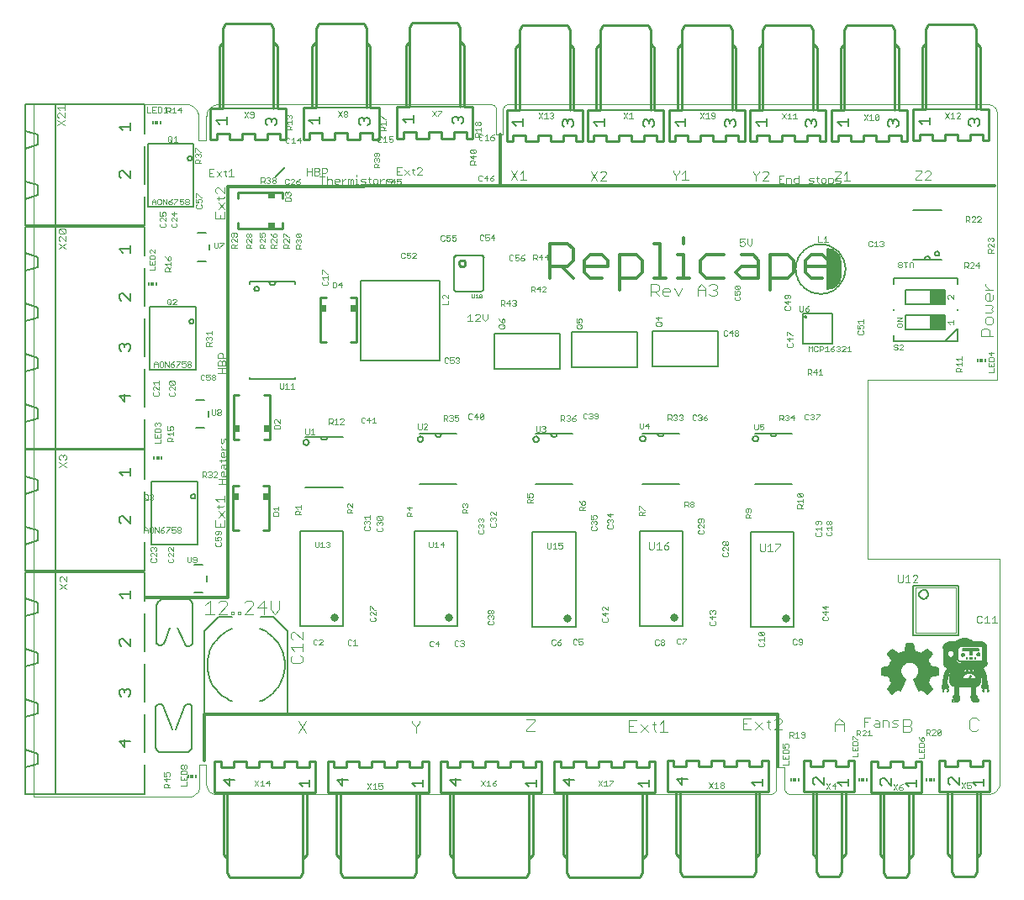
<source format=gto>
G75*
G70*
%OFA0B0*%
%FSLAX24Y24*%
%IPPOS*%
%LPD*%
%AMOC8*
5,1,8,0,0,1.08239X$1,22.5*
%
%ADD10C,0.0000*%
%ADD11C,0.0120*%
%ADD12C,0.0040*%
%ADD13C,0.0030*%
%ADD14C,0.0118*%
%ADD15C,0.0060*%
%ADD16C,0.0316*%
%ADD17C,0.0020*%
%ADD18C,0.0050*%
%ADD19R,0.0059X0.0118*%
%ADD20R,0.0118X0.0118*%
%ADD21C,0.0080*%
%ADD22C,0.0070*%
%ADD23C,0.0100*%
%ADD24R,0.1440X0.0080*%
%ADD25R,0.0060X0.0090*%
%ADD26R,0.0591X0.0591*%
%ADD27R,0.0197X0.0295*%
%ADD28R,0.0295X0.0197*%
%ADD29C,0.0010*%
D10*
X000474Y003346D02*
X006615Y003346D01*
X006616Y003346D02*
X006657Y003350D01*
X006699Y003358D01*
X006739Y003369D01*
X006778Y003384D01*
X006815Y003403D01*
X006851Y003425D01*
X006884Y003450D01*
X006915Y003478D01*
X006944Y003509D01*
X006969Y003542D01*
X006991Y003577D01*
X007010Y003615D01*
X007025Y003654D01*
X007037Y003694D01*
X007044Y003735D01*
X007048Y003777D01*
X007049Y003819D01*
X007049Y004626D01*
X007324Y004626D01*
X007324Y003858D01*
X007323Y003821D01*
X007327Y003784D01*
X007334Y003748D01*
X007344Y003713D01*
X007358Y003679D01*
X007376Y003646D01*
X007396Y003616D01*
X007419Y003587D01*
X007445Y003561D01*
X007474Y003538D01*
X007504Y003517D01*
X007536Y003500D01*
X007570Y003485D01*
X007606Y003475D01*
X007642Y003467D01*
X007678Y003464D01*
X029686Y003464D01*
X029714Y003466D01*
X029742Y003471D01*
X029770Y003479D01*
X029796Y003491D01*
X029820Y003506D01*
X029842Y003523D01*
X029863Y003544D01*
X029880Y003566D01*
X029895Y003590D01*
X029907Y003616D01*
X029915Y003644D01*
X029920Y003672D01*
X029922Y003700D01*
X029923Y003700D02*
X029923Y004527D01*
X030237Y004527D01*
X030237Y003700D01*
X030238Y003700D02*
X030240Y003672D01*
X030245Y003644D01*
X030253Y003616D01*
X030265Y003590D01*
X030280Y003566D01*
X030297Y003544D01*
X030318Y003523D01*
X030340Y003506D01*
X030364Y003491D01*
X030390Y003479D01*
X030418Y003471D01*
X030446Y003466D01*
X030474Y003464D01*
X038249Y003464D01*
X038249Y003465D02*
X038290Y003461D01*
X038332Y003462D01*
X038373Y003465D01*
X038414Y003473D01*
X038454Y003484D01*
X038493Y003498D01*
X038531Y003516D01*
X038566Y003537D01*
X038600Y003561D01*
X038632Y003588D01*
X038661Y003618D01*
X038688Y003650D01*
X038711Y003684D01*
X038732Y003720D01*
X038749Y003758D01*
X038763Y003797D01*
X038773Y003837D01*
X038780Y003878D01*
X038781Y003878D02*
X038781Y012795D01*
X033545Y012795D01*
X033545Y019882D01*
X038663Y019882D01*
X038663Y030511D01*
X038656Y030548D01*
X038645Y030583D01*
X038630Y030617D01*
X038612Y030650D01*
X038591Y030681D01*
X038567Y030709D01*
X038541Y030735D01*
X038512Y030759D01*
X038481Y030779D01*
X038448Y030796D01*
X038413Y030810D01*
X038378Y030820D01*
X038341Y030827D01*
X038304Y030831D01*
X038267Y030830D01*
X038230Y030826D01*
X019273Y030826D01*
X019245Y030819D01*
X019217Y030809D01*
X019192Y030796D01*
X019168Y030780D01*
X019146Y030762D01*
X019126Y030740D01*
X019109Y030717D01*
X019096Y030692D01*
X019085Y030665D01*
X019078Y030637D01*
X019074Y030608D01*
X019073Y030579D01*
X019076Y030551D01*
X019076Y029626D01*
X018820Y029626D01*
X018820Y030551D01*
X018823Y030579D01*
X018822Y030608D01*
X018818Y030637D01*
X018811Y030665D01*
X018800Y030692D01*
X018787Y030717D01*
X018770Y030740D01*
X018750Y030762D01*
X018728Y030780D01*
X018704Y030796D01*
X018679Y030809D01*
X018651Y030819D01*
X018623Y030826D01*
X007797Y030826D01*
X007756Y030824D01*
X007715Y030819D01*
X007675Y030810D01*
X007636Y030798D01*
X007598Y030782D01*
X007561Y030763D01*
X007526Y030741D01*
X007494Y030716D01*
X007463Y030688D01*
X007435Y030657D01*
X007410Y030625D01*
X007388Y030590D01*
X007369Y030553D01*
X007353Y030515D01*
X007341Y030476D01*
X007332Y030436D01*
X007327Y030395D01*
X007325Y030354D01*
X007324Y030354D02*
X007324Y029409D01*
X007009Y029409D01*
X007009Y030354D01*
X007010Y030354D02*
X007006Y030397D01*
X006999Y030439D01*
X006988Y030481D01*
X006973Y030521D01*
X006955Y030560D01*
X006934Y030597D01*
X006909Y030633D01*
X006882Y030666D01*
X006851Y030696D01*
X006819Y030724D01*
X006783Y030749D01*
X006746Y030770D01*
X006707Y030789D01*
X006667Y030804D01*
X006625Y030815D01*
X006583Y030823D01*
X006540Y030826D01*
X006497Y030827D01*
X006497Y030826D02*
X000474Y030826D01*
X000474Y003346D01*
D11*
X023700Y023467D02*
X023700Y024849D01*
X024390Y024849D01*
X024620Y024618D01*
X024620Y024158D01*
X024390Y023928D01*
X023700Y023928D01*
X023239Y024388D02*
X022318Y024388D01*
X022318Y024158D02*
X022318Y024618D01*
X022549Y024849D01*
X023009Y024849D01*
X023239Y024618D01*
X023239Y024388D01*
X023009Y023928D02*
X022549Y023928D01*
X022318Y024158D01*
X021858Y023928D02*
X021398Y024388D01*
X021628Y024388D02*
X020937Y024388D01*
X021628Y024388D02*
X021858Y024618D01*
X021858Y025079D01*
X021628Y025309D01*
X020937Y025309D01*
X020937Y023928D01*
X025081Y023928D02*
X025541Y023928D01*
X025311Y023928D02*
X025311Y025309D01*
X025081Y025309D01*
X026001Y024849D02*
X026232Y024849D01*
X026232Y023928D01*
X026462Y023928D02*
X026001Y023928D01*
X026922Y024158D02*
X026922Y024618D01*
X027152Y024849D01*
X027843Y024849D01*
X028533Y024849D02*
X028994Y024849D01*
X029224Y024618D01*
X029224Y023928D01*
X028533Y023928D01*
X028303Y024158D01*
X028533Y024388D01*
X029224Y024388D01*
X029684Y024849D02*
X030375Y024849D01*
X030605Y024618D01*
X030605Y024158D01*
X030375Y023928D01*
X029684Y023928D01*
X029684Y023467D02*
X029684Y024849D01*
X031066Y024618D02*
X031066Y024158D01*
X031296Y023928D01*
X031756Y023928D01*
X031986Y024388D02*
X031066Y024388D01*
X031066Y024618D02*
X031296Y024849D01*
X031756Y024849D01*
X031986Y024618D01*
X031986Y024388D01*
X027843Y023928D02*
X027152Y023928D01*
X026922Y024158D01*
X026232Y025309D02*
X026232Y025539D01*
D12*
X026947Y023689D02*
X027101Y023535D01*
X027101Y023228D01*
X027254Y023305D02*
X027331Y023228D01*
X027484Y023228D01*
X027561Y023305D01*
X027561Y023382D01*
X027484Y023459D01*
X027408Y023459D01*
X027484Y023459D02*
X027561Y023535D01*
X027561Y023612D01*
X027484Y023689D01*
X027331Y023689D01*
X027254Y023612D01*
X027101Y023459D02*
X026794Y023459D01*
X026794Y023535D02*
X026947Y023689D01*
X026794Y023535D02*
X026794Y023228D01*
X026180Y023535D02*
X026026Y023228D01*
X025873Y023535D01*
X025720Y023459D02*
X025720Y023382D01*
X025413Y023382D01*
X025413Y023459D02*
X025489Y023535D01*
X025643Y023535D01*
X025720Y023459D01*
X025643Y023228D02*
X025489Y023228D01*
X025413Y023305D01*
X025413Y023459D01*
X025259Y023459D02*
X025183Y023382D01*
X024952Y023382D01*
X024952Y023228D02*
X024952Y023689D01*
X025183Y023689D01*
X025259Y023612D01*
X025259Y023459D01*
X025106Y023382D02*
X025259Y023228D01*
X038052Y021863D02*
X038129Y021940D01*
X038283Y021940D01*
X038359Y021863D01*
X038359Y021633D01*
X038513Y021633D02*
X038052Y021633D01*
X038052Y021863D01*
X038283Y022093D02*
X038436Y022093D01*
X038513Y022170D01*
X038513Y022324D01*
X038436Y022400D01*
X038283Y022400D01*
X038206Y022324D01*
X038206Y022170D01*
X038283Y022093D01*
X038206Y022554D02*
X038436Y022554D01*
X038513Y022630D01*
X038436Y022707D01*
X038513Y022784D01*
X038436Y022861D01*
X038206Y022861D01*
X038283Y023014D02*
X038206Y023091D01*
X038206Y023244D01*
X038283Y023321D01*
X038359Y023321D01*
X038359Y023014D01*
X038283Y023014D02*
X038436Y023014D01*
X038513Y023091D01*
X038513Y023244D01*
X038513Y023474D02*
X038206Y023474D01*
X038359Y023474D02*
X038206Y023628D01*
X038206Y023705D01*
X037841Y006495D02*
X037667Y006495D01*
X037580Y006408D01*
X037580Y006061D01*
X037667Y005974D01*
X037841Y005974D01*
X037927Y006061D01*
X037927Y006408D02*
X037841Y006495D01*
X035280Y006349D02*
X035280Y006262D01*
X035193Y006176D01*
X034933Y006176D01*
X034933Y006436D02*
X035193Y006436D01*
X035280Y006349D01*
X035193Y006176D02*
X035280Y006089D01*
X035280Y006002D01*
X035193Y005915D01*
X034933Y005915D01*
X034933Y006436D01*
X032593Y006302D02*
X032593Y005955D01*
X032593Y006215D02*
X032246Y006215D01*
X032246Y006302D02*
X032419Y006475D01*
X032593Y006302D01*
X032246Y006302D02*
X032246Y005955D01*
X030138Y006014D02*
X029832Y006014D01*
X030138Y006321D01*
X030138Y006397D01*
X030062Y006474D01*
X029908Y006474D01*
X029832Y006397D01*
X029678Y006321D02*
X029525Y006321D01*
X029601Y006397D02*
X029601Y006090D01*
X029678Y006014D01*
X029371Y006014D02*
X029064Y006321D01*
X028911Y006474D02*
X028604Y006474D01*
X028604Y006014D01*
X028911Y006014D01*
X029064Y006014D02*
X029371Y006321D01*
X028757Y006244D02*
X028604Y006244D01*
X025611Y005935D02*
X025304Y005935D01*
X025457Y005935D02*
X025457Y006395D01*
X025304Y006242D01*
X025151Y006242D02*
X024997Y006242D01*
X025074Y006319D02*
X025074Y006012D01*
X025151Y005935D01*
X024844Y005935D02*
X024537Y006242D01*
X024383Y006395D02*
X024076Y006395D01*
X024076Y005935D01*
X024383Y005935D01*
X024537Y005935D02*
X024844Y006242D01*
X024230Y006165D02*
X024076Y006165D01*
X020328Y006348D02*
X020021Y006041D01*
X020021Y005965D01*
X020328Y005965D01*
X020328Y006348D02*
X020328Y006425D01*
X020021Y006425D01*
X015781Y006366D02*
X015781Y006289D01*
X015627Y006136D01*
X015627Y005906D01*
X015627Y006136D02*
X015474Y006289D01*
X015474Y006366D01*
X011273Y006356D02*
X010966Y005896D01*
X011273Y005896D02*
X010966Y006356D01*
X011054Y008665D02*
X010747Y008665D01*
X010671Y008742D01*
X010671Y008896D01*
X010747Y008972D01*
X010824Y009126D02*
X010671Y009279D01*
X011131Y009279D01*
X011131Y009126D02*
X011131Y009433D01*
X011131Y009586D02*
X010824Y009893D01*
X010747Y009893D01*
X010671Y009816D01*
X010671Y009663D01*
X010747Y009586D01*
X011131Y009586D02*
X011131Y009893D01*
X011054Y008972D02*
X011131Y008896D01*
X011131Y008742D01*
X011054Y008665D01*
X010037Y010610D02*
X010210Y010784D01*
X010210Y011131D01*
X009863Y011131D02*
X009863Y010784D01*
X010037Y010610D01*
X009608Y010610D02*
X009608Y011131D01*
X009348Y010870D01*
X009694Y010870D01*
X009179Y010957D02*
X009179Y011044D01*
X009092Y011131D01*
X008919Y011131D01*
X008832Y011044D01*
X009179Y010957D02*
X008832Y010610D01*
X009179Y010610D01*
X008661Y010610D02*
X008574Y010610D01*
X008574Y010697D01*
X008661Y010697D01*
X008661Y010610D01*
X008403Y010610D02*
X008316Y010610D01*
X008316Y010697D01*
X008403Y010697D01*
X008403Y010610D01*
X008148Y010610D02*
X007801Y010610D01*
X008148Y010957D01*
X008148Y011044D01*
X008061Y011131D01*
X007887Y011131D01*
X007801Y011044D01*
X007459Y011131D02*
X007459Y010610D01*
X007632Y010610D02*
X007285Y010610D01*
X007285Y010957D02*
X007459Y011131D01*
D13*
X007677Y014070D02*
X008047Y014070D01*
X008047Y014317D01*
X008047Y014438D02*
X007800Y014685D01*
X007800Y014806D02*
X007800Y014930D01*
X007739Y014868D02*
X007986Y014868D01*
X008047Y014930D01*
X008047Y015052D02*
X008047Y015299D01*
X008047Y015175D02*
X007677Y015175D01*
X007800Y015052D01*
X008047Y014685D02*
X007800Y014438D01*
X007677Y014317D02*
X007677Y014070D01*
X007862Y014070D02*
X007862Y014193D01*
X007801Y015757D02*
X008092Y015757D01*
X007947Y015757D02*
X007947Y015950D01*
X007947Y016052D02*
X007898Y016100D01*
X007898Y016197D01*
X007947Y016245D01*
X007995Y016245D01*
X007995Y016052D01*
X008043Y016052D02*
X007947Y016052D01*
X008043Y016052D02*
X008092Y016100D01*
X008092Y016197D01*
X008043Y016346D02*
X007995Y016395D01*
X007995Y016540D01*
X007947Y016540D02*
X008092Y016540D01*
X008092Y016395D01*
X008043Y016346D01*
X007898Y016395D02*
X007898Y016491D01*
X007947Y016540D01*
X007898Y016641D02*
X007898Y016738D01*
X007850Y016689D02*
X008043Y016689D01*
X008092Y016738D01*
X008043Y016837D02*
X007947Y016837D01*
X007898Y016886D01*
X007898Y016982D01*
X007947Y017031D01*
X007995Y017031D01*
X007995Y016837D01*
X008043Y016837D02*
X008092Y016886D01*
X008092Y016982D01*
X008092Y017132D02*
X007898Y017132D01*
X007898Y017229D02*
X007898Y017277D01*
X007898Y017229D02*
X007995Y017132D01*
X007947Y017377D02*
X007898Y017426D01*
X007898Y017571D01*
X007995Y017523D02*
X007995Y017426D01*
X007947Y017377D01*
X008092Y017377D02*
X008092Y017523D01*
X008043Y017571D01*
X007995Y017523D01*
X008092Y015950D02*
X007801Y015950D01*
X007787Y020162D02*
X008077Y020162D01*
X007932Y020162D02*
X007932Y020356D01*
X007932Y020457D02*
X007932Y020602D01*
X007980Y020650D01*
X008028Y020650D01*
X008077Y020602D01*
X008077Y020457D01*
X007787Y020457D01*
X007787Y020602D01*
X007835Y020650D01*
X007883Y020650D01*
X007932Y020602D01*
X007980Y020752D02*
X007980Y020897D01*
X007932Y020945D01*
X007835Y020945D01*
X007787Y020897D01*
X007787Y020752D01*
X008077Y020752D01*
X008077Y020356D02*
X007787Y020356D01*
X001771Y016871D02*
X001771Y016775D01*
X001722Y016726D01*
X001771Y016625D02*
X001481Y016432D01*
X001481Y016625D02*
X001771Y016432D01*
X001529Y016726D02*
X001481Y016775D01*
X001481Y016871D01*
X001529Y016920D01*
X001577Y016920D01*
X001626Y016871D01*
X001674Y016920D01*
X001722Y016920D01*
X001771Y016871D01*
X001626Y016871D02*
X001626Y016823D01*
X001596Y012087D02*
X001548Y012087D01*
X001499Y012039D01*
X001499Y011942D01*
X001548Y011894D01*
X001499Y011792D02*
X001789Y011599D01*
X001789Y011792D02*
X001499Y011599D01*
X001789Y011894D02*
X001596Y012087D01*
X001789Y012087D02*
X001789Y011894D01*
X001750Y025103D02*
X001460Y025296D01*
X001508Y025398D02*
X001460Y025446D01*
X001460Y025543D01*
X001508Y025591D01*
X001557Y025591D01*
X001750Y025398D01*
X001750Y025591D01*
X001702Y025692D02*
X001508Y025886D01*
X001702Y025886D01*
X001750Y025837D01*
X001750Y025741D01*
X001702Y025692D01*
X001508Y025692D01*
X001460Y025741D01*
X001460Y025837D01*
X001508Y025886D01*
X001750Y025296D02*
X001460Y025103D01*
X001420Y029997D02*
X001711Y030190D01*
X001711Y030291D02*
X001517Y030485D01*
X001469Y030485D01*
X001420Y030436D01*
X001420Y030340D01*
X001469Y030291D01*
X001420Y030190D02*
X001711Y029997D01*
X001711Y030291D02*
X001711Y030485D01*
X001711Y030586D02*
X001711Y030779D01*
X001711Y030683D02*
X001420Y030683D01*
X001517Y030586D01*
X007430Y028253D02*
X007430Y027962D01*
X007623Y027962D01*
X007725Y027962D02*
X007918Y028156D01*
X008019Y028156D02*
X008116Y028156D01*
X008068Y028204D02*
X008068Y028011D01*
X008116Y027962D01*
X008216Y027962D02*
X008409Y027962D01*
X008312Y027962D02*
X008312Y028253D01*
X008216Y028156D01*
X007918Y027962D02*
X007725Y028156D01*
X007623Y028253D02*
X007430Y028253D01*
X007430Y028108D02*
X007527Y028108D01*
X007749Y027533D02*
X007687Y027471D01*
X007687Y027348D01*
X007749Y027286D01*
X007810Y027164D02*
X007810Y027041D01*
X007749Y027102D02*
X007995Y027102D01*
X008057Y027164D01*
X008057Y027286D02*
X007810Y027533D01*
X007749Y027533D01*
X008057Y027533D02*
X008057Y027286D01*
X008057Y026919D02*
X007810Y026672D01*
X007687Y026551D02*
X007687Y026304D01*
X008057Y026304D01*
X008057Y026551D01*
X008057Y026672D02*
X007810Y026919D01*
X007872Y026427D02*
X007872Y026304D01*
X011317Y028002D02*
X011317Y028292D01*
X011317Y028147D02*
X011511Y028147D01*
X011612Y028147D02*
X011757Y028147D01*
X011805Y028099D01*
X011805Y028050D01*
X011757Y028002D01*
X011612Y028002D01*
X011612Y028292D01*
X011757Y028292D01*
X011805Y028244D01*
X011805Y028195D01*
X011757Y028147D01*
X011907Y028099D02*
X012052Y028099D01*
X012100Y028147D01*
X012100Y028244D01*
X012052Y028292D01*
X011907Y028292D01*
X011907Y028002D01*
X011914Y027962D02*
X011914Y027672D01*
X012112Y027672D02*
X012112Y027962D01*
X012011Y027962D02*
X011817Y027962D01*
X011511Y028002D02*
X011511Y028292D01*
X012112Y027817D02*
X012160Y027866D01*
X012257Y027866D01*
X012306Y027817D01*
X012306Y027672D01*
X012407Y027721D02*
X012407Y027817D01*
X012455Y027866D01*
X012552Y027866D01*
X012600Y027817D01*
X012600Y027769D01*
X012407Y027769D01*
X012407Y027721D02*
X012455Y027672D01*
X012552Y027672D01*
X012701Y027672D02*
X012701Y027866D01*
X012701Y027769D02*
X012798Y027866D01*
X012846Y027866D01*
X012947Y027866D02*
X012995Y027866D01*
X013044Y027817D01*
X013092Y027866D01*
X013140Y027817D01*
X013140Y027672D01*
X013044Y027672D02*
X013044Y027817D01*
X012947Y027866D02*
X012947Y027672D01*
X013242Y027672D02*
X013338Y027672D01*
X013290Y027672D02*
X013290Y027866D01*
X013242Y027866D01*
X013290Y027962D02*
X013290Y028011D01*
X013486Y027866D02*
X013438Y027817D01*
X013486Y027769D01*
X013583Y027769D01*
X013631Y027721D01*
X013583Y027672D01*
X013438Y027672D01*
X013486Y027866D02*
X013631Y027866D01*
X013733Y027866D02*
X013829Y027866D01*
X013781Y027914D02*
X013781Y027721D01*
X013829Y027672D01*
X013929Y027721D02*
X013977Y027672D01*
X014074Y027672D01*
X014122Y027721D01*
X014122Y027817D01*
X014074Y027866D01*
X013977Y027866D01*
X013929Y027817D01*
X013929Y027721D01*
X014224Y027769D02*
X014320Y027866D01*
X014369Y027866D01*
X014469Y027817D02*
X014518Y027866D01*
X014663Y027866D01*
X014614Y027769D02*
X014518Y027769D01*
X014469Y027817D01*
X014469Y027672D02*
X014614Y027672D01*
X014663Y027721D01*
X014614Y027769D01*
X014881Y028031D02*
X015074Y028031D01*
X015175Y028031D02*
X015369Y028225D01*
X015470Y028225D02*
X015567Y028225D01*
X015518Y028273D02*
X015518Y028080D01*
X015567Y028031D01*
X015666Y028031D02*
X015860Y028225D01*
X015860Y028273D01*
X015812Y028322D01*
X015715Y028322D01*
X015666Y028273D01*
X015666Y028031D02*
X015860Y028031D01*
X015369Y028031D02*
X015175Y028225D01*
X015074Y028322D02*
X014881Y028322D01*
X014881Y028031D01*
X014881Y028176D02*
X014978Y028176D01*
X014224Y027866D02*
X014224Y027672D01*
X019400Y027830D02*
X019642Y028194D01*
X019762Y028072D02*
X019883Y028194D01*
X019883Y027830D01*
X019762Y027830D02*
X020005Y027830D01*
X019642Y027830D02*
X019400Y028194D01*
X022579Y028174D02*
X022821Y027810D01*
X022941Y027810D02*
X023184Y028053D01*
X023184Y028113D01*
X023123Y028174D01*
X023002Y028174D01*
X022941Y028113D01*
X022821Y028174D02*
X022579Y027810D01*
X022941Y027810D02*
X023184Y027810D01*
X025827Y028123D02*
X025948Y028002D01*
X025948Y027820D01*
X025948Y028002D02*
X026069Y028123D01*
X026069Y028184D01*
X026189Y028062D02*
X026310Y028184D01*
X026310Y027820D01*
X026189Y027820D02*
X026432Y027820D01*
X025827Y028123D02*
X025827Y028184D01*
X028996Y028174D02*
X028996Y028113D01*
X029117Y027992D01*
X029117Y027810D01*
X029117Y027992D02*
X029239Y028113D01*
X029239Y028174D01*
X029358Y028113D02*
X029419Y028174D01*
X029540Y028174D01*
X029601Y028113D01*
X029601Y028053D01*
X029358Y027810D01*
X029601Y027810D01*
X030026Y027847D02*
X030123Y027847D01*
X030220Y027992D02*
X030026Y027992D01*
X030026Y027702D01*
X030220Y027702D01*
X030321Y027702D02*
X030321Y027895D01*
X030466Y027895D01*
X030514Y027847D01*
X030514Y027702D01*
X030615Y027750D02*
X030664Y027702D01*
X030809Y027702D01*
X030809Y027992D01*
X030809Y027895D02*
X030664Y027895D01*
X030615Y027847D01*
X030615Y027750D01*
X031205Y027702D02*
X031350Y027702D01*
X031398Y027750D01*
X031350Y027798D01*
X031253Y027798D01*
X031205Y027847D01*
X031253Y027895D01*
X031398Y027895D01*
X031499Y027895D02*
X031596Y027895D01*
X031548Y027944D02*
X031548Y027750D01*
X031596Y027702D01*
X031696Y027750D02*
X031744Y027702D01*
X031841Y027702D01*
X031889Y027750D01*
X031889Y027847D01*
X031841Y027895D01*
X031744Y027895D01*
X031696Y027847D01*
X031696Y027750D01*
X031990Y027702D02*
X032136Y027702D01*
X032184Y027750D01*
X032184Y027847D01*
X032136Y027895D01*
X031990Y027895D01*
X031990Y027605D01*
X032285Y027702D02*
X032430Y027702D01*
X032479Y027750D01*
X032430Y027798D01*
X032333Y027798D01*
X032285Y027847D01*
X032333Y027895D01*
X032479Y027895D01*
X032477Y027800D02*
X032234Y027800D01*
X032234Y027861D01*
X032477Y028103D01*
X032477Y028164D01*
X032234Y028164D01*
X032597Y028043D02*
X032718Y028164D01*
X032718Y027800D01*
X032597Y027800D02*
X032839Y027800D01*
X035443Y027830D02*
X035685Y027830D01*
X035805Y027830D02*
X036048Y028072D01*
X036048Y028133D01*
X035987Y028194D01*
X035866Y028194D01*
X035805Y028133D01*
X035685Y028133D02*
X035443Y027890D01*
X035443Y027830D01*
X035805Y027830D02*
X036048Y027830D01*
X035685Y028133D02*
X035685Y028194D01*
X035443Y028194D01*
X028955Y025488D02*
X028955Y025295D01*
X028858Y025198D01*
X028762Y025295D01*
X028762Y025488D01*
X028661Y025488D02*
X028467Y025488D01*
X028467Y025343D01*
X028564Y025392D01*
X028612Y025392D01*
X028661Y025343D01*
X028661Y025246D01*
X028612Y025198D01*
X028515Y025198D01*
X028467Y025246D01*
X018472Y022506D02*
X018472Y022313D01*
X018376Y022216D01*
X018279Y022313D01*
X018279Y022506D01*
X018178Y022458D02*
X018129Y022506D01*
X018032Y022506D01*
X017984Y022458D01*
X018178Y022458D02*
X018178Y022409D01*
X017984Y022216D01*
X018178Y022216D01*
X017883Y022216D02*
X017689Y022216D01*
X017786Y022216D02*
X017786Y022506D01*
X017689Y022409D01*
X024874Y013461D02*
X024874Y013219D01*
X024922Y013171D01*
X025019Y013171D01*
X025067Y013219D01*
X025067Y013461D01*
X025168Y013364D02*
X025265Y013461D01*
X025265Y013171D01*
X025168Y013171D02*
X025362Y013171D01*
X025463Y013219D02*
X025511Y013171D01*
X025608Y013171D01*
X025656Y013219D01*
X025656Y013268D01*
X025608Y013316D01*
X025463Y013316D01*
X025463Y013219D01*
X025463Y013316D02*
X025560Y013413D01*
X025656Y013461D01*
X029283Y013382D02*
X029283Y013140D01*
X029331Y013092D01*
X029428Y013092D01*
X029476Y013140D01*
X029476Y013382D01*
X029578Y013286D02*
X029674Y013382D01*
X029674Y013092D01*
X029578Y013092D02*
X029771Y013092D01*
X029872Y013092D02*
X029872Y013140D01*
X030066Y013334D01*
X030066Y013382D01*
X029872Y013382D01*
X034736Y012152D02*
X034736Y011910D01*
X034784Y011862D01*
X034881Y011862D01*
X034929Y011910D01*
X034929Y012152D01*
X035030Y012055D02*
X035127Y012152D01*
X035127Y011862D01*
X035030Y011862D02*
X035224Y011862D01*
X035325Y011862D02*
X035519Y012055D01*
X035519Y012104D01*
X035470Y012152D01*
X035373Y012152D01*
X035325Y012104D01*
X035325Y011862D02*
X035519Y011862D01*
X037876Y010487D02*
X037876Y010293D01*
X037925Y010245D01*
X038022Y010245D01*
X038070Y010293D01*
X038171Y010245D02*
X038365Y010245D01*
X038268Y010245D02*
X038268Y010535D01*
X038171Y010438D01*
X038070Y010487D02*
X038022Y010535D01*
X037925Y010535D01*
X037876Y010487D01*
X038466Y010438D02*
X038563Y010535D01*
X038563Y010245D01*
X038659Y010245D02*
X038466Y010245D01*
X034742Y006379D02*
X034560Y006379D01*
X034499Y006319D01*
X034560Y006258D01*
X034681Y006258D01*
X034742Y006197D01*
X034681Y006137D01*
X034499Y006137D01*
X034380Y006137D02*
X034380Y006319D01*
X034319Y006379D01*
X034137Y006379D01*
X034137Y006137D01*
X034017Y006137D02*
X033835Y006137D01*
X033774Y006197D01*
X033835Y006258D01*
X034017Y006258D01*
X034017Y006319D02*
X034017Y006137D01*
X034017Y006319D02*
X033956Y006379D01*
X033835Y006379D01*
X033655Y006501D02*
X033412Y006501D01*
X033412Y006137D01*
X033412Y006319D02*
X033533Y006319D01*
D14*
X029982Y006634D02*
X029982Y004576D01*
X029982Y006634D02*
X007226Y006614D01*
X007226Y004783D01*
X008190Y011260D02*
X004923Y011260D01*
X008190Y011260D02*
X008171Y027559D01*
X018958Y027578D01*
X038564Y027578D01*
X018958Y027578D02*
X018958Y029616D01*
D15*
X018202Y024842D02*
X017234Y024842D01*
X017131Y024740D02*
X017135Y023523D01*
X017138Y023516D02*
X017138Y023498D01*
X017141Y023481D01*
X017147Y023464D01*
X017156Y023449D01*
X017167Y023435D01*
X017180Y023424D01*
X017195Y023415D01*
X017212Y023409D01*
X017229Y023405D01*
X017230Y023405D02*
X018202Y023405D01*
X018222Y023409D01*
X018241Y023417D01*
X018258Y023427D01*
X018273Y023441D01*
X018286Y023457D01*
X018296Y023475D01*
X018302Y023494D01*
X018305Y023514D01*
X018304Y023535D01*
X018304Y023539D02*
X018300Y024740D01*
X010832Y023780D02*
X010062Y023780D01*
X009822Y023780D01*
X009052Y023780D01*
X009052Y023710D01*
X009822Y023780D02*
X009824Y023759D01*
X009829Y023739D01*
X009838Y023720D01*
X009850Y023703D01*
X009865Y023688D01*
X009882Y023676D01*
X009901Y023667D01*
X009921Y023662D01*
X009942Y023660D01*
X009963Y023662D01*
X009983Y023667D01*
X010002Y023676D01*
X010019Y023688D01*
X010034Y023703D01*
X010046Y023720D01*
X010055Y023739D01*
X010060Y023759D01*
X010062Y023780D01*
X010832Y023780D02*
X010832Y023710D01*
X010832Y019990D02*
X010832Y019920D01*
X009052Y019920D01*
X009052Y019990D01*
X011249Y017634D02*
X011869Y017634D01*
X012109Y017634D01*
X012729Y017634D01*
X012109Y017634D02*
X012107Y017613D01*
X012102Y017593D01*
X012093Y017574D01*
X012081Y017557D01*
X012066Y017542D01*
X012049Y017530D01*
X012030Y017521D01*
X012010Y017516D01*
X011989Y017514D01*
X011968Y017516D01*
X011948Y017521D01*
X011929Y017530D01*
X011912Y017542D01*
X011897Y017557D01*
X011885Y017574D01*
X011876Y017593D01*
X011871Y017613D01*
X011869Y017634D01*
X011249Y015634D02*
X012729Y015634D01*
X012750Y013893D02*
X011032Y013893D01*
X011032Y010122D01*
X012750Y010122D01*
X012750Y013893D01*
X015559Y013893D02*
X015559Y010122D01*
X017278Y010122D01*
X017278Y013893D01*
X015559Y013893D01*
X015777Y015752D02*
X017257Y015752D01*
X017257Y017752D02*
X016637Y017752D01*
X016397Y017752D01*
X015777Y017752D01*
X016397Y017752D02*
X016399Y017731D01*
X016404Y017711D01*
X016413Y017692D01*
X016425Y017675D01*
X016440Y017660D01*
X016457Y017648D01*
X016476Y017639D01*
X016496Y017634D01*
X016517Y017632D01*
X016538Y017634D01*
X016558Y017639D01*
X016577Y017648D01*
X016594Y017660D01*
X016609Y017675D01*
X016621Y017692D01*
X016630Y017711D01*
X016635Y017731D01*
X016637Y017752D01*
X020364Y017752D02*
X020984Y017752D01*
X021224Y017752D01*
X021844Y017752D01*
X021224Y017752D02*
X021222Y017731D01*
X021217Y017711D01*
X021208Y017692D01*
X021196Y017675D01*
X021181Y017660D01*
X021164Y017648D01*
X021145Y017639D01*
X021125Y017634D01*
X021104Y017632D01*
X021083Y017634D01*
X021063Y017639D01*
X021044Y017648D01*
X021027Y017660D01*
X021012Y017675D01*
X021000Y017692D01*
X020991Y017711D01*
X020986Y017731D01*
X020984Y017752D01*
X020364Y015752D02*
X021844Y015752D01*
X021963Y013854D02*
X020244Y013854D01*
X020244Y010083D01*
X021963Y010083D01*
X021963Y013854D01*
X024496Y013893D02*
X024496Y010122D01*
X026215Y010122D01*
X026215Y013893D01*
X024496Y013893D01*
X024596Y015771D02*
X026076Y015771D01*
X026076Y017771D02*
X025456Y017771D01*
X025216Y017771D01*
X024596Y017771D01*
X025216Y017771D02*
X025218Y017750D01*
X025223Y017730D01*
X025232Y017711D01*
X025244Y017694D01*
X025259Y017679D01*
X025276Y017667D01*
X025295Y017658D01*
X025315Y017653D01*
X025336Y017651D01*
X025357Y017653D01*
X025377Y017658D01*
X025396Y017667D01*
X025413Y017679D01*
X025428Y017694D01*
X025440Y017711D01*
X025449Y017730D01*
X025454Y017750D01*
X025456Y017771D01*
X029064Y017771D02*
X029684Y017771D01*
X029924Y017771D01*
X030544Y017771D01*
X029924Y017771D02*
X029922Y017750D01*
X029917Y017730D01*
X029908Y017711D01*
X029896Y017694D01*
X029881Y017679D01*
X029864Y017667D01*
X029845Y017658D01*
X029825Y017653D01*
X029804Y017651D01*
X029783Y017653D01*
X029763Y017658D01*
X029744Y017667D01*
X029727Y017679D01*
X029712Y017694D01*
X029700Y017711D01*
X029691Y017730D01*
X029686Y017750D01*
X029684Y017771D01*
X029064Y015771D02*
X030544Y015771D01*
X030624Y013854D02*
X028906Y013854D01*
X028906Y010083D01*
X030624Y010083D01*
X030624Y013854D01*
X035343Y011738D02*
X035343Y009758D01*
X037140Y009758D01*
X037140Y011738D01*
X035343Y011738D01*
X035581Y011388D02*
X035583Y011414D01*
X035589Y011440D01*
X035598Y011464D01*
X035611Y011487D01*
X035627Y011508D01*
X035646Y011526D01*
X035667Y011542D01*
X035691Y011554D01*
X035715Y011562D01*
X035741Y011567D01*
X035768Y011568D01*
X035794Y011565D01*
X035819Y011558D01*
X035843Y011548D01*
X035866Y011534D01*
X035886Y011518D01*
X035903Y011498D01*
X035918Y011476D01*
X035929Y011452D01*
X035937Y011427D01*
X035941Y011401D01*
X035941Y011375D01*
X035937Y011349D01*
X035929Y011324D01*
X035918Y011300D01*
X035903Y011278D01*
X035886Y011258D01*
X035866Y011242D01*
X035843Y011228D01*
X035819Y011218D01*
X035794Y011211D01*
X035768Y011208D01*
X035741Y011209D01*
X035715Y011214D01*
X035691Y011222D01*
X035667Y011234D01*
X035646Y011250D01*
X035627Y011268D01*
X035611Y011289D01*
X035598Y011312D01*
X035589Y011336D01*
X035583Y011362D01*
X035581Y011388D01*
X037234Y009564D02*
X037307Y009586D01*
X037384Y009593D01*
X037474Y009593D01*
X037483Y009591D01*
X037492Y009587D01*
X037498Y009580D01*
X037503Y009572D01*
X037504Y009563D01*
X037454Y009563D01*
X037445Y009561D01*
X037436Y009557D01*
X037430Y009550D01*
X037425Y009542D01*
X037424Y009533D01*
X037624Y009533D01*
X037639Y009530D01*
X037653Y009523D01*
X037664Y009512D01*
X037672Y009498D01*
X037674Y009483D01*
X037704Y009453D01*
X038064Y009453D01*
X036744Y009453D01*
X036754Y009453D01*
X036754Y009463D01*
X037024Y009463D01*
X037045Y009460D01*
X037067Y009462D01*
X037087Y009470D01*
X037104Y009483D01*
X037165Y009530D01*
X037234Y009564D01*
X037209Y009552D02*
X037431Y009552D01*
X037564Y009563D02*
X037224Y009353D01*
X037144Y009363D01*
X037124Y009353D02*
X037144Y009333D01*
X037144Y009313D01*
X037084Y009253D01*
X037084Y008883D01*
X037074Y008873D01*
X037074Y008863D01*
X037044Y008833D01*
X037044Y008773D01*
X037054Y008763D01*
X037054Y008723D01*
X037084Y008693D01*
X036844Y008693D01*
X036834Y008703D01*
X036834Y008803D01*
X036814Y008823D01*
X036884Y008823D01*
X036944Y008883D01*
X036944Y008893D01*
X037014Y008963D01*
X037014Y009083D01*
X037004Y009093D01*
X037004Y009103D01*
X036894Y009213D01*
X036824Y009213D01*
X036824Y009343D01*
X036814Y009353D01*
X037124Y009353D01*
X037144Y009318D02*
X036824Y009318D01*
X036794Y009318D02*
X036604Y009318D01*
X036604Y009333D02*
X036604Y008743D01*
X036614Y008733D01*
X036614Y008623D01*
X036704Y008533D01*
X036714Y008533D01*
X036774Y008473D01*
X036774Y008853D01*
X036784Y008863D01*
X036764Y008863D01*
X036694Y008933D01*
X036694Y009123D01*
X036794Y009223D01*
X036794Y009353D01*
X036694Y009353D01*
X036664Y009383D01*
X036664Y009393D01*
X036604Y009333D01*
X036647Y009376D02*
X036671Y009376D01*
X036604Y009259D02*
X036794Y009259D01*
X036794Y009483D02*
X036766Y009484D01*
X036738Y009481D01*
X036711Y009474D01*
X036684Y009465D01*
X036659Y009451D01*
X036636Y009435D01*
X036616Y009416D01*
X036597Y009395D01*
X036582Y009371D01*
X036570Y009345D01*
X036561Y009319D01*
X036556Y009291D01*
X036554Y009263D01*
X036564Y009253D02*
X036564Y008693D01*
X036614Y008674D02*
X036774Y008674D01*
X036714Y008483D02*
X036688Y008493D01*
X036663Y008505D01*
X036640Y008521D01*
X036620Y008540D01*
X036602Y008562D01*
X036588Y008586D01*
X036576Y008611D01*
X036569Y008638D01*
X036565Y008665D01*
X036564Y008693D01*
X036614Y008732D02*
X036774Y008732D01*
X036774Y008791D02*
X036604Y008791D01*
X036604Y008849D02*
X036774Y008849D01*
X036719Y008908D02*
X036604Y008908D01*
X036604Y008966D02*
X036694Y008966D01*
X036694Y009025D02*
X036604Y009025D01*
X036604Y009083D02*
X036694Y009083D01*
X036713Y009142D02*
X036604Y009142D01*
X036604Y009200D02*
X036772Y009200D01*
X036824Y009259D02*
X037090Y009259D01*
X037084Y009200D02*
X036906Y009200D01*
X036965Y009142D02*
X037084Y009142D01*
X037104Y009193D02*
X037104Y008863D01*
X037060Y008849D02*
X036910Y008849D01*
X036959Y008908D02*
X037084Y008908D01*
X037084Y008966D02*
X037014Y008966D01*
X037014Y009025D02*
X037084Y009025D01*
X037084Y009083D02*
X037013Y009083D01*
X037104Y009193D02*
X037114Y009193D01*
X037104Y009193D02*
X037107Y009216D01*
X037113Y009237D01*
X037122Y009258D01*
X037134Y009277D01*
X037149Y009294D01*
X037167Y009308D01*
X037186Y009320D01*
X037207Y009328D01*
X037229Y009333D01*
X037252Y009335D01*
X037274Y009333D01*
X037964Y009333D01*
X037994Y009333D01*
X038014Y009493D02*
X038043Y009491D01*
X038071Y009486D01*
X038099Y009477D01*
X038126Y009466D01*
X038150Y009451D01*
X038173Y009433D01*
X038194Y009412D01*
X038212Y009389D01*
X038227Y009365D01*
X038238Y009338D01*
X038247Y009310D01*
X038252Y009282D01*
X038254Y009253D01*
X038254Y009243D02*
X038254Y008723D01*
X038234Y008732D02*
X038144Y008732D01*
X038153Y008751D01*
X038156Y008772D01*
X038154Y008793D01*
X038164Y008793D01*
X038164Y009203D01*
X038154Y009203D01*
X038154Y009313D01*
X038104Y009313D01*
X038104Y009333D01*
X038094Y009333D01*
X038094Y009373D01*
X038144Y009373D01*
X038144Y009363D01*
X038164Y009373D01*
X038184Y009373D01*
X038184Y009303D01*
X038214Y009303D01*
X038214Y009283D01*
X038234Y009283D01*
X038234Y008663D01*
X038044Y008663D01*
X038064Y008663D01*
X038070Y008664D01*
X038075Y008667D01*
X038078Y008672D01*
X038079Y008678D01*
X038078Y008684D01*
X038075Y008688D01*
X038070Y008692D01*
X038064Y008693D01*
X038074Y008693D01*
X038095Y008695D01*
X038114Y008703D01*
X038131Y008716D01*
X038144Y008732D01*
X038154Y008791D02*
X038234Y008791D01*
X038234Y008849D02*
X038164Y008849D01*
X038124Y008863D02*
X038124Y009193D01*
X038164Y009200D02*
X038234Y009200D01*
X038234Y009142D02*
X038164Y009142D01*
X038164Y009083D02*
X038234Y009083D01*
X038234Y009025D02*
X038164Y009025D01*
X038164Y008966D02*
X038234Y008966D01*
X038234Y008908D02*
X038164Y008908D01*
X038124Y008853D02*
X038124Y008832D01*
X038120Y008812D01*
X038113Y008792D01*
X038102Y008774D01*
X038089Y008758D01*
X038073Y008745D01*
X038055Y008734D01*
X038035Y008727D01*
X038015Y008723D01*
X037994Y008723D01*
X037994Y008713D02*
X037264Y008713D01*
X037264Y008703D02*
X038004Y008703D01*
X038004Y008713D01*
X038078Y008674D02*
X038234Y008674D01*
X038214Y008643D02*
X038214Y008613D01*
X038164Y008563D01*
X038114Y008563D01*
X038034Y008483D01*
X038034Y008453D01*
X038044Y008443D01*
X036794Y008443D01*
X036774Y008463D01*
X036774Y008663D01*
X036784Y008673D01*
X036794Y008663D01*
X036794Y008673D01*
X037094Y008673D01*
X037134Y008633D01*
X037274Y008633D01*
X037284Y008643D01*
X038214Y008643D01*
X038214Y008615D02*
X036774Y008615D01*
X036622Y008615D01*
X036680Y008556D02*
X036774Y008556D01*
X038108Y008556D01*
X038049Y008498D02*
X036774Y008498D01*
X036749Y008498D01*
X036744Y008413D02*
X036744Y008393D01*
X036724Y008393D01*
X036724Y008363D01*
X036704Y008363D01*
X036704Y008333D01*
X036694Y008333D01*
X036694Y008303D01*
X036674Y008303D01*
X036674Y008233D01*
X036644Y008203D01*
X036644Y008153D01*
X036634Y008143D01*
X036634Y008093D01*
X036594Y008053D01*
X036594Y007973D01*
X036574Y007953D01*
X036574Y007823D01*
X036594Y007803D01*
X036594Y007773D01*
X036564Y007743D01*
X036564Y007723D01*
X036544Y007703D01*
X036544Y007693D01*
X036564Y007673D01*
X036684Y007673D01*
X036684Y007683D01*
X036724Y007723D01*
X036714Y007723D01*
X036674Y007763D01*
X036674Y008133D01*
X036704Y008163D01*
X036704Y008223D01*
X036774Y008293D01*
X036774Y008403D01*
X036784Y008413D01*
X036744Y008413D01*
X036724Y008381D02*
X036774Y008381D01*
X036804Y008381D02*
X037292Y008381D01*
X037284Y008343D02*
X037304Y008343D01*
X037394Y008253D01*
X037414Y008253D01*
X037284Y008123D01*
X037284Y008103D01*
X037284Y008343D01*
X037284Y008322D02*
X037324Y008322D01*
X037284Y008264D02*
X037383Y008264D01*
X037366Y008205D02*
X037284Y008205D01*
X037244Y008205D02*
X036864Y008205D01*
X036864Y008253D02*
X036864Y007873D01*
X036914Y007823D01*
X036934Y007823D01*
X036974Y007783D01*
X037034Y007783D01*
X037044Y007773D01*
X037044Y007383D01*
X037004Y007343D01*
X037004Y007333D01*
X036994Y007323D01*
X036994Y007303D01*
X036964Y007273D01*
X036964Y007243D01*
X036954Y007233D01*
X036954Y007193D01*
X036944Y007183D01*
X037084Y007183D01*
X037124Y007223D01*
X037124Y007323D01*
X037144Y007343D01*
X037114Y007373D01*
X037114Y007733D01*
X037154Y007773D01*
X037694Y007773D01*
X037704Y007763D01*
X037704Y007373D01*
X037674Y007373D01*
X037654Y007353D01*
X037647Y007343D01*
X037644Y007332D01*
X037644Y007320D01*
X037647Y007309D01*
X037654Y007300D01*
X037664Y007293D01*
X037684Y007293D01*
X037684Y007233D01*
X037744Y007233D01*
X037744Y007183D01*
X037884Y007183D01*
X037884Y007203D01*
X037844Y007203D01*
X037844Y007333D01*
X037794Y007333D01*
X037794Y007763D01*
X037824Y007763D01*
X037824Y007883D01*
X037834Y007883D01*
X037834Y007783D01*
X037904Y007783D01*
X037904Y007873D01*
X037924Y007873D01*
X037924Y007853D01*
X037954Y007853D01*
X037954Y007983D01*
X037644Y007983D01*
X037644Y008003D01*
X037514Y008003D01*
X037514Y007973D01*
X037244Y007973D01*
X037244Y008293D01*
X036794Y008293D01*
X036794Y008283D01*
X036834Y008283D01*
X036864Y008253D01*
X036853Y008264D02*
X037244Y008264D01*
X037194Y008283D02*
X036824Y008283D01*
X036804Y008303D01*
X036804Y008393D01*
X036814Y008403D01*
X036824Y008403D01*
X037414Y008433D01*
X037394Y008433D01*
X037334Y008423D01*
X037194Y008283D01*
X037234Y008322D02*
X036804Y008322D01*
X036774Y008322D02*
X036694Y008322D01*
X036674Y008264D02*
X036745Y008264D01*
X036704Y008205D02*
X036646Y008205D01*
X036654Y008253D02*
X036584Y008053D01*
X036594Y008030D02*
X036674Y008030D01*
X036674Y008088D02*
X036629Y008088D01*
X036638Y008147D02*
X036688Y008147D01*
X036814Y008243D02*
X036814Y007913D01*
X036824Y007903D01*
X036864Y007913D02*
X037954Y007913D01*
X037994Y007943D02*
X037994Y008273D01*
X038014Y008273D01*
X038014Y008303D02*
X037964Y008303D01*
X037964Y008033D01*
X037914Y008033D01*
X037904Y008043D01*
X037904Y008123D01*
X037874Y008153D01*
X037864Y008153D01*
X037734Y008283D01*
X037454Y008283D01*
X037444Y008293D01*
X037774Y008303D01*
X037774Y008323D01*
X037824Y008373D01*
X038024Y008373D01*
X038074Y008423D01*
X038074Y008393D01*
X038134Y008333D01*
X038134Y008263D01*
X038184Y008213D01*
X038184Y008123D01*
X038234Y008073D01*
X038234Y007773D01*
X038264Y007743D01*
X038264Y007733D01*
X038284Y007713D01*
X038284Y007693D01*
X038254Y007663D01*
X038164Y007663D01*
X038144Y007683D01*
X038124Y007683D01*
X038104Y007703D01*
X038104Y007753D01*
X038124Y007753D01*
X038154Y007783D01*
X038154Y008013D01*
X038124Y008043D01*
X038124Y008133D01*
X038074Y008183D01*
X038074Y008243D01*
X038014Y008303D01*
X038053Y008264D02*
X038134Y008264D01*
X038134Y008322D02*
X037774Y008322D01*
X037794Y008343D02*
X037954Y008343D01*
X038014Y008403D01*
X038014Y008413D01*
X037784Y008413D01*
X037774Y008423D01*
X037694Y008423D01*
X037734Y008463D01*
X037744Y008463D01*
X037784Y008423D01*
X037784Y008393D01*
X037794Y008383D01*
X037794Y008343D01*
X037794Y008381D02*
X037992Y008381D01*
X038032Y008381D02*
X038086Y008381D01*
X037964Y008264D02*
X037753Y008264D01*
X037812Y008205D02*
X037964Y008205D01*
X037964Y008147D02*
X037880Y008147D01*
X037904Y008088D02*
X037964Y008088D01*
X037864Y008053D02*
X037872Y008051D01*
X037878Y008047D01*
X037882Y008041D01*
X037884Y008033D01*
X037882Y008025D01*
X037878Y008019D01*
X037872Y008015D01*
X037864Y008013D01*
X037644Y008013D01*
X038234Y008123D02*
X038227Y008168D01*
X038216Y008213D01*
X038202Y008257D01*
X038184Y008299D01*
X038164Y008341D01*
X038140Y008380D01*
X038114Y008418D01*
X038084Y008453D01*
X038094Y008503D02*
X038119Y008505D01*
X038143Y008510D01*
X038166Y008519D01*
X038188Y008531D01*
X038208Y008546D01*
X038225Y008564D01*
X038240Y008584D01*
X038251Y008606D01*
X038260Y008629D01*
X038265Y008653D01*
X038266Y008678D01*
X038264Y008703D01*
X037934Y008993D02*
X037936Y009001D01*
X037941Y009008D01*
X037948Y009012D01*
X037956Y009013D01*
X037964Y009010D01*
X037970Y009005D01*
X037974Y008997D01*
X037974Y008989D01*
X037970Y008981D01*
X037964Y008976D01*
X037956Y008973D01*
X037948Y008974D01*
X037941Y008978D01*
X037936Y008985D01*
X037934Y008993D01*
X037884Y009003D02*
X037886Y009016D01*
X037891Y009029D01*
X037900Y009040D01*
X037911Y009047D01*
X037924Y009052D01*
X037937Y009053D01*
X037951Y009050D01*
X037963Y009044D01*
X037973Y009035D01*
X037980Y009023D01*
X037984Y009010D01*
X037984Y008996D01*
X037980Y008983D01*
X037973Y008971D01*
X037963Y008962D01*
X037951Y008956D01*
X037937Y008953D01*
X037924Y008954D01*
X037911Y008959D01*
X037900Y008966D01*
X037891Y008977D01*
X037886Y008990D01*
X037884Y009003D01*
X037794Y008893D02*
X037794Y008823D01*
X037684Y008823D02*
X037684Y008893D01*
X037594Y008893D02*
X037594Y008823D01*
X037484Y008823D02*
X037484Y008893D01*
X037594Y009003D02*
X037594Y009173D01*
X037634Y009173D01*
X037644Y009183D01*
X037644Y009053D01*
X037684Y009003D02*
X037594Y009003D01*
X037684Y009003D02*
X037684Y009173D01*
X037944Y009173D01*
X037944Y009213D01*
X037314Y009213D01*
X037314Y009173D02*
X037594Y009173D01*
X037694Y009503D02*
X037663Y009531D01*
X037629Y009556D01*
X037594Y009577D01*
X037556Y009595D01*
X037517Y009610D01*
X037477Y009621D01*
X037436Y009629D01*
X037395Y009633D01*
X037353Y009633D01*
X037312Y009629D01*
X037271Y009621D01*
X037231Y009610D01*
X037192Y009595D01*
X037154Y009577D01*
X037119Y009556D01*
X037085Y009531D01*
X037054Y009503D01*
X037064Y009503D02*
X037044Y009483D01*
X036804Y009483D01*
X037118Y009493D02*
X037672Y009493D01*
X037714Y009493D02*
X038004Y009493D01*
X038104Y009318D02*
X038184Y009318D01*
X038154Y009259D02*
X038234Y009259D01*
X038124Y009193D02*
X038127Y009212D01*
X038126Y009232D01*
X038123Y009251D01*
X038116Y009269D01*
X038106Y009286D01*
X038093Y009301D01*
X038078Y009313D01*
X038061Y009323D01*
X038043Y009329D01*
X038024Y009333D01*
X038004Y009333D01*
X037964Y009333D02*
X037985Y009338D01*
X038006Y009340D01*
X038027Y009338D01*
X038047Y009334D01*
X038066Y009325D01*
X038084Y009314D01*
X038100Y009300D01*
X038113Y009283D01*
X038123Y009265D01*
X038130Y009245D01*
X038134Y009224D01*
X038134Y009203D01*
X037304Y008993D02*
X037306Y008998D01*
X037310Y009002D01*
X037315Y009003D01*
X037321Y009001D01*
X037324Y008996D01*
X037324Y008990D01*
X037321Y008985D01*
X037315Y008983D01*
X037310Y008984D01*
X037306Y008988D01*
X037304Y008993D01*
X037264Y008993D02*
X037266Y009006D01*
X037271Y009019D01*
X037280Y009030D01*
X037291Y009037D01*
X037304Y009042D01*
X037317Y009043D01*
X037331Y009040D01*
X037343Y009034D01*
X037353Y009025D01*
X037360Y009013D01*
X037364Y009000D01*
X037364Y008986D01*
X037360Y008973D01*
X037353Y008961D01*
X037343Y008952D01*
X037331Y008946D01*
X037317Y008943D01*
X037304Y008944D01*
X037291Y008949D01*
X037280Y008956D01*
X037271Y008967D01*
X037266Y008980D01*
X037264Y008993D01*
X037104Y008853D02*
X037106Y008831D01*
X037111Y008810D01*
X037119Y008790D01*
X037130Y008771D01*
X037144Y008754D01*
X037161Y008740D01*
X037179Y008728D01*
X037199Y008720D01*
X037220Y008714D01*
X037242Y008712D01*
X037264Y008713D01*
X037264Y008653D02*
X037242Y008644D01*
X037219Y008638D01*
X037196Y008636D01*
X037172Y008638D01*
X037149Y008643D01*
X037127Y008651D01*
X037107Y008663D01*
X037088Y008678D01*
X037072Y008695D01*
X037059Y008715D01*
X037050Y008737D01*
X037043Y008759D01*
X037040Y008783D01*
X037041Y008806D01*
X037045Y008830D01*
X037053Y008852D01*
X037064Y008873D01*
X037044Y008791D02*
X036834Y008791D01*
X036834Y008732D02*
X037054Y008732D01*
X036844Y008873D02*
X036820Y008877D01*
X036797Y008885D01*
X036775Y008896D01*
X036755Y008911D01*
X036738Y008929D01*
X036724Y008949D01*
X036713Y008971D01*
X036706Y008995D01*
X036702Y009019D01*
X036703Y009043D01*
X036707Y009068D01*
X036715Y009091D01*
X036726Y009113D01*
X036741Y009132D01*
X036759Y009150D01*
X036779Y009164D01*
X036801Y009175D01*
X036824Y009182D01*
X036834Y009183D02*
X036858Y009180D01*
X036881Y009174D01*
X036904Y009163D01*
X036924Y009150D01*
X036941Y009133D01*
X036956Y009114D01*
X036968Y009093D01*
X036976Y009070D01*
X036980Y009046D01*
X036981Y009022D01*
X036977Y008998D01*
X036970Y008975D01*
X036959Y008953D01*
X036945Y008933D01*
X036928Y008916D01*
X036909Y008902D01*
X036887Y008891D01*
X036864Y008883D01*
X036326Y008451D02*
X036326Y008191D01*
X036026Y008141D01*
X035983Y008147D02*
X035552Y008147D01*
X035596Y008191D02*
X035596Y008441D01*
X035446Y008691D01*
X035196Y008741D01*
X034896Y008641D01*
X034946Y008641D01*
X034796Y008391D01*
X034896Y008091D01*
X034996Y007991D01*
X034846Y007591D01*
X034746Y007641D01*
X034546Y007491D01*
X034396Y007641D01*
X034546Y007891D01*
X034446Y008141D01*
X034146Y008241D01*
X034146Y008191D01*
X034146Y008441D01*
X034446Y008491D01*
X034546Y008791D01*
X035921Y008791D01*
X035916Y008761D02*
X036096Y009021D01*
X035906Y009201D01*
X035646Y009021D01*
X035646Y008991D02*
X035896Y009141D01*
X036046Y009041D01*
X035896Y008741D01*
X035996Y008491D01*
X036296Y008441D01*
X036296Y008191D01*
X035996Y008191D01*
X035896Y007841D01*
X036046Y007641D01*
X035896Y007491D01*
X035696Y007641D01*
X035596Y007591D01*
X035396Y007991D01*
X035596Y008191D01*
X035596Y008205D02*
X036296Y008205D01*
X036296Y008264D02*
X035596Y008264D01*
X035596Y008322D02*
X036296Y008322D01*
X036296Y008381D02*
X035596Y008381D01*
X035596Y008439D02*
X036296Y008439D01*
X036326Y008451D02*
X036026Y008511D01*
X035993Y008498D02*
X035561Y008498D01*
X035526Y008556D02*
X035969Y008556D01*
X035946Y008615D02*
X035491Y008615D01*
X035456Y008674D02*
X035923Y008674D01*
X035899Y008732D02*
X035238Y008732D01*
X035170Y008732D02*
X034526Y008732D01*
X034506Y008761D02*
X034326Y009021D01*
X034516Y009201D01*
X034776Y009021D01*
X034796Y008991D02*
X035096Y009141D01*
X035046Y009141D01*
X035096Y009391D01*
X035346Y009391D01*
X035346Y009091D01*
X035646Y008991D01*
X035703Y009025D02*
X036038Y009025D01*
X036009Y008966D02*
X034370Y008966D01*
X034346Y008991D02*
X034496Y009141D01*
X034796Y008991D01*
X034864Y009025D02*
X035543Y009025D01*
X035396Y009121D02*
X035346Y009441D01*
X035076Y009441D01*
X035026Y009121D01*
X035046Y009142D02*
X035346Y009142D01*
X035346Y009200D02*
X035058Y009200D01*
X035069Y009259D02*
X035346Y009259D01*
X035346Y009318D02*
X035081Y009318D01*
X035093Y009376D02*
X035346Y009376D01*
X035367Y009083D02*
X034981Y009083D01*
X034727Y009025D02*
X034380Y009025D01*
X034346Y008991D02*
X034546Y008791D01*
X034487Y008849D02*
X035950Y008849D01*
X035979Y008908D02*
X034429Y008908D01*
X034439Y009083D02*
X034610Y009083D01*
X034507Y008674D02*
X034995Y008674D01*
X034930Y008615D02*
X034487Y008615D01*
X034468Y008556D02*
X034895Y008556D01*
X034860Y008498D02*
X034448Y008498D01*
X034396Y008511D02*
X034096Y008451D01*
X034096Y008191D01*
X034396Y008141D01*
X034428Y008147D02*
X034877Y008147D01*
X034858Y008205D02*
X034252Y008205D01*
X034146Y008264D02*
X034838Y008264D01*
X034819Y008322D02*
X034146Y008322D01*
X034146Y008381D02*
X034799Y008381D01*
X034825Y008439D02*
X034146Y008439D01*
X034467Y008088D02*
X034898Y008088D01*
X034957Y008030D02*
X034490Y008030D01*
X034514Y007971D02*
X034988Y007971D01*
X034966Y007913D02*
X034537Y007913D01*
X034496Y007871D02*
X034336Y007631D01*
X034516Y007441D01*
X034756Y007611D01*
X034856Y007551D01*
X035056Y008001D01*
X034945Y007854D02*
X034524Y007854D01*
X034489Y007795D02*
X034923Y007795D01*
X034901Y007737D02*
X034454Y007737D01*
X034418Y007678D02*
X034879Y007678D01*
X034857Y007620D02*
X034787Y007620D01*
X034718Y007620D02*
X034417Y007620D01*
X034475Y007561D02*
X034640Y007561D01*
X034562Y007503D02*
X034534Y007503D01*
X035376Y008001D02*
X035566Y007551D01*
X035666Y007611D01*
X035906Y007441D01*
X036096Y007631D01*
X035926Y007871D01*
X035900Y007854D02*
X035464Y007854D01*
X035435Y007913D02*
X035916Y007913D01*
X035933Y007971D02*
X035406Y007971D01*
X035435Y008030D02*
X035950Y008030D01*
X035966Y008088D02*
X035493Y008088D01*
X035493Y007795D02*
X035930Y007795D01*
X035974Y007737D02*
X035523Y007737D01*
X035552Y007678D02*
X036017Y007678D01*
X036025Y007620D02*
X035724Y007620D01*
X035654Y007620D02*
X035581Y007620D01*
X035802Y007561D02*
X035966Y007561D01*
X035908Y007503D02*
X035880Y007503D01*
X036558Y007678D02*
X036684Y007678D01*
X036704Y007663D02*
X036717Y007670D01*
X036728Y007681D01*
X036737Y007694D01*
X036742Y007708D01*
X036744Y007723D01*
X036742Y007738D01*
X036737Y007752D01*
X036728Y007765D01*
X036717Y007776D01*
X036704Y007783D01*
X036674Y007795D02*
X036594Y007795D01*
X036554Y007783D02*
X036554Y008003D01*
X036592Y007971D02*
X036674Y007971D01*
X036674Y007913D02*
X036574Y007913D01*
X036574Y007854D02*
X036674Y007854D01*
X036700Y007737D02*
X036564Y007737D01*
X036564Y007803D02*
X036548Y007796D01*
X036533Y007787D01*
X036521Y007775D01*
X036511Y007760D01*
X036505Y007743D01*
X036503Y007726D01*
X036504Y007709D01*
X036510Y007692D01*
X036518Y007677D01*
X036530Y007664D01*
X036544Y007653D01*
X036555Y007533D02*
X036546Y007550D01*
X036541Y007568D01*
X036540Y007586D01*
X036543Y007605D01*
X036549Y007622D01*
X036558Y007638D01*
X036571Y007652D01*
X036586Y007663D01*
X036603Y007671D01*
X036621Y007675D01*
X036639Y007676D01*
X036658Y007673D01*
X036675Y007666D01*
X036691Y007656D01*
X036704Y007643D01*
X036714Y007628D01*
X036722Y007611D01*
X036726Y007592D01*
X036726Y007574D01*
X036722Y007556D01*
X036715Y007538D01*
X036704Y007523D01*
X037004Y007403D02*
X037004Y007753D01*
X036974Y007753D01*
X036961Y007795D02*
X037824Y007795D01*
X037834Y007795D02*
X037904Y007795D01*
X037904Y007854D02*
X037834Y007854D01*
X037824Y007854D02*
X036883Y007854D01*
X036834Y007922D02*
X036831Y007900D01*
X036832Y007877D01*
X036837Y007854D01*
X036845Y007833D01*
X036857Y007813D01*
X036871Y007796D01*
X036888Y007780D01*
X036908Y007768D01*
X036929Y007759D01*
X036951Y007754D01*
X036974Y007752D01*
X037044Y007737D02*
X037118Y007737D01*
X037144Y007723D02*
X037144Y007383D01*
X037154Y007383D01*
X037114Y007386D02*
X037044Y007386D01*
X037044Y007444D02*
X037114Y007444D01*
X037114Y007503D02*
X037044Y007503D01*
X037044Y007561D02*
X037114Y007561D01*
X037114Y007620D02*
X037044Y007620D01*
X037044Y007678D02*
X037114Y007678D01*
X037144Y007723D02*
X037674Y007723D01*
X037674Y007383D01*
X037704Y007386D02*
X037794Y007386D01*
X037814Y007383D02*
X037814Y007723D01*
X037824Y007723D01*
X037794Y007737D02*
X037704Y007737D01*
X037704Y007678D02*
X037794Y007678D01*
X037794Y007620D02*
X037704Y007620D01*
X037704Y007561D02*
X037794Y007561D01*
X037794Y007503D02*
X037704Y007503D01*
X037704Y007444D02*
X037794Y007444D01*
X037844Y007383D02*
X037855Y007374D01*
X037864Y007362D01*
X037870Y007349D01*
X037873Y007335D01*
X037873Y007321D01*
X037869Y007307D01*
X037863Y007294D01*
X037854Y007283D01*
X037844Y007269D02*
X037684Y007269D01*
X037644Y007327D02*
X037844Y007327D01*
X037844Y007210D02*
X037744Y007210D01*
X037685Y007223D02*
X037684Y007206D01*
X037688Y007188D01*
X037695Y007172D01*
X037705Y007158D01*
X037718Y007147D01*
X037733Y007138D01*
X037750Y007133D01*
X037767Y007131D01*
X037784Y007133D01*
X037774Y007133D02*
X037904Y007133D01*
X037924Y007153D01*
X037944Y007163D02*
X037936Y007156D01*
X037926Y007151D01*
X037915Y007149D01*
X037904Y007150D01*
X037894Y007153D01*
X037934Y007182D02*
X037929Y007198D01*
X037922Y007212D01*
X037913Y007225D01*
X037902Y007236D01*
X037888Y007245D01*
X037874Y007252D01*
X038134Y007523D02*
X038128Y007541D01*
X038124Y007560D01*
X038125Y007580D01*
X038129Y007599D01*
X038136Y007617D01*
X038147Y007633D01*
X038161Y007647D01*
X038177Y007658D01*
X038194Y007666D01*
X038213Y007670D01*
X038233Y007671D01*
X038252Y007668D01*
X038270Y007661D01*
X038287Y007652D01*
X038302Y007639D01*
X038314Y007624D01*
X038323Y007606D01*
X038328Y007588D01*
X038330Y007568D01*
X038328Y007549D01*
X038323Y007530D01*
X038314Y007513D01*
X038270Y007678D02*
X038148Y007678D01*
X038124Y007653D02*
X038109Y007658D01*
X038095Y007667D01*
X038083Y007679D01*
X038074Y007692D01*
X038068Y007708D01*
X038065Y007724D01*
X038066Y007740D01*
X038070Y007756D01*
X038077Y007771D01*
X038087Y007784D01*
X038100Y007794D01*
X038114Y007802D01*
X038154Y007795D02*
X038234Y007795D01*
X038264Y007783D02*
X038234Y008123D01*
X038219Y008088D02*
X038124Y008088D01*
X038137Y008030D02*
X038234Y008030D01*
X038234Y007971D02*
X038154Y007971D01*
X038154Y007913D02*
X038234Y007913D01*
X038234Y007854D02*
X038154Y007854D01*
X038104Y007737D02*
X038264Y007737D01*
X038284Y007783D02*
X038298Y007775D01*
X038309Y007763D01*
X038318Y007749D01*
X038323Y007734D01*
X038324Y007718D01*
X038322Y007702D01*
X038316Y007687D01*
X038306Y007673D01*
X038294Y007663D01*
X037954Y007854D02*
X037924Y007854D01*
X037954Y007971D02*
X036864Y007971D01*
X036864Y008030D02*
X037244Y008030D01*
X037294Y008043D02*
X037287Y008042D01*
X037282Y008037D01*
X037279Y008031D01*
X037279Y008025D01*
X037282Y008019D01*
X037287Y008014D01*
X037294Y008013D01*
X037514Y008013D01*
X037534Y008023D02*
X037540Y008035D01*
X037549Y008044D01*
X037560Y008051D01*
X037572Y008055D01*
X037586Y008055D01*
X037598Y008051D01*
X037609Y008044D01*
X037618Y008035D01*
X037624Y008023D01*
X037594Y008063D02*
X037634Y008153D01*
X037584Y008073D01*
X037864Y008063D02*
X037852Y008094D01*
X037837Y008124D01*
X037819Y008152D01*
X037798Y008178D01*
X037774Y008201D01*
X037748Y008222D01*
X037719Y008239D01*
X037689Y008253D01*
X037657Y008264D01*
X037625Y008271D01*
X037591Y008274D01*
X037558Y008273D01*
X037525Y008269D01*
X037493Y008261D01*
X037461Y008249D01*
X037432Y008234D01*
X037404Y008216D01*
X037378Y008194D01*
X037355Y008170D01*
X037335Y008144D01*
X037318Y008115D01*
X037304Y008085D01*
X037294Y008053D01*
X037244Y008088D02*
X036864Y008088D01*
X036864Y008147D02*
X037244Y008147D01*
X037284Y008147D02*
X037308Y008147D01*
X036724Y008453D02*
X036691Y008410D01*
X036661Y008364D01*
X036635Y008316D01*
X036612Y008267D01*
X036593Y008216D01*
X036578Y008164D01*
X036566Y008111D01*
X036558Y008057D01*
X036554Y008003D01*
X038024Y008262D02*
X038048Y008208D01*
X038068Y008152D01*
X038086Y008096D01*
X038100Y008038D01*
X038111Y007980D01*
X038119Y007921D01*
X038123Y007862D01*
X038124Y007802D01*
X037994Y007923D02*
X037992Y007897D01*
X037986Y007871D01*
X037976Y007847D01*
X037963Y007824D01*
X037947Y007803D01*
X037929Y007785D01*
X037907Y007769D01*
X037884Y007757D01*
X037860Y007748D01*
X037834Y007743D01*
X038254Y007823D02*
X038257Y007867D01*
X038258Y007911D01*
X038256Y007955D01*
X038251Y007999D01*
X038244Y008042D01*
X038184Y008147D02*
X038110Y008147D01*
X038074Y008205D02*
X038184Y008205D01*
X037671Y008363D02*
X037673Y008378D01*
X037678Y008392D01*
X037687Y008405D01*
X037698Y008415D01*
X037712Y008422D01*
X037726Y008426D01*
X037742Y008426D01*
X037756Y008422D01*
X037770Y008415D01*
X037781Y008405D01*
X037790Y008392D01*
X037795Y008378D01*
X037797Y008363D01*
X037795Y008348D01*
X037790Y008334D01*
X037781Y008321D01*
X037770Y008311D01*
X037756Y008304D01*
X037742Y008300D01*
X037726Y008300D01*
X037712Y008304D01*
X037698Y008311D01*
X037687Y008321D01*
X037678Y008334D01*
X037673Y008348D01*
X037671Y008363D01*
X037624Y008423D02*
X037634Y008433D01*
X037624Y008423D02*
X037524Y008423D01*
X037507Y008363D02*
X037509Y008379D01*
X037515Y008394D01*
X037524Y008407D01*
X037536Y008418D01*
X037550Y008426D01*
X037566Y008430D01*
X037582Y008430D01*
X037598Y008426D01*
X037612Y008418D01*
X037624Y008407D01*
X037633Y008394D01*
X037639Y008379D01*
X037641Y008363D01*
X037639Y008347D01*
X037633Y008332D01*
X037624Y008319D01*
X037612Y008308D01*
X037598Y008300D01*
X037582Y008296D01*
X037566Y008296D01*
X037550Y008300D01*
X037536Y008308D01*
X037524Y008319D01*
X037515Y008332D01*
X037509Y008347D01*
X037507Y008363D01*
X037347Y008363D02*
X037349Y008379D01*
X037355Y008394D01*
X037364Y008407D01*
X037376Y008418D01*
X037390Y008426D01*
X037406Y008430D01*
X037422Y008430D01*
X037438Y008426D01*
X037452Y008418D01*
X037464Y008407D01*
X037473Y008394D01*
X037479Y008379D01*
X037481Y008363D01*
X037479Y008347D01*
X037473Y008332D01*
X037464Y008319D01*
X037452Y008308D01*
X037438Y008300D01*
X037422Y008296D01*
X037406Y008296D01*
X037390Y008300D01*
X037376Y008308D01*
X037364Y008319D01*
X037355Y008332D01*
X037349Y008347D01*
X037347Y008363D01*
X037711Y008439D02*
X037767Y008439D01*
X036774Y008273D02*
X036751Y008224D01*
X036731Y008174D01*
X036715Y008123D01*
X036702Y008071D01*
X036693Y008018D01*
X036688Y007964D01*
X036686Y007910D01*
X036688Y007856D01*
X036694Y007803D01*
X036984Y007382D02*
X036970Y007378D01*
X036958Y007371D01*
X036948Y007360D01*
X036940Y007348D01*
X036936Y007334D01*
X036935Y007320D01*
X036938Y007306D01*
X036944Y007292D01*
X036964Y007269D02*
X037124Y007269D01*
X037164Y007263D02*
X037168Y007248D01*
X037169Y007233D01*
X037166Y007218D01*
X037161Y007203D01*
X037153Y007190D01*
X037142Y007179D01*
X037129Y007171D01*
X037115Y007165D01*
X037099Y007162D01*
X037084Y007163D01*
X037094Y007143D02*
X037104Y007153D01*
X037094Y007143D02*
X036964Y007143D01*
X036944Y007133D02*
X036931Y007135D01*
X036920Y007140D01*
X036910Y007148D01*
X036903Y007158D01*
X036898Y007170D01*
X036897Y007182D01*
X036899Y007195D01*
X036905Y007206D01*
X036913Y007216D01*
X036924Y007223D01*
X036954Y007210D02*
X037111Y007210D01*
X037128Y007327D02*
X036998Y007327D01*
X037164Y007293D02*
X037174Y007301D01*
X037182Y007311D01*
X037187Y007323D01*
X037189Y007336D01*
X037187Y007349D01*
X037182Y007362D01*
X037174Y007372D01*
X035982Y009083D02*
X035800Y009083D01*
X035376Y008011D02*
X035409Y008029D01*
X035439Y008050D01*
X035468Y008074D01*
X035494Y008101D01*
X035516Y008130D01*
X035536Y008162D01*
X035553Y008195D01*
X035566Y008230D01*
X035575Y008266D01*
X035581Y008303D01*
X035583Y008340D01*
X035581Y008377D01*
X035576Y008414D01*
X035566Y008450D01*
X035554Y008485D01*
X035537Y008519D01*
X035518Y008550D01*
X035495Y008580D01*
X035469Y008607D01*
X035441Y008631D01*
X035410Y008652D01*
X035378Y008670D01*
X035344Y008685D01*
X035308Y008696D01*
X035272Y008704D01*
X035235Y008708D01*
X035197Y008708D01*
X035160Y008704D01*
X035124Y008696D01*
X035088Y008685D01*
X035054Y008670D01*
X035022Y008652D01*
X034991Y008631D01*
X034963Y008607D01*
X034937Y008580D01*
X034914Y008550D01*
X034895Y008519D01*
X034878Y008485D01*
X034866Y008450D01*
X034856Y008414D01*
X034851Y008377D01*
X034849Y008340D01*
X034851Y008303D01*
X034857Y008266D01*
X034866Y008230D01*
X034879Y008195D01*
X034896Y008162D01*
X034916Y008130D01*
X034938Y008101D01*
X034964Y008074D01*
X034993Y008050D01*
X035023Y008029D01*
X035056Y008011D01*
X035926Y007871D02*
X035949Y007912D01*
X035970Y007955D01*
X035988Y008000D01*
X036003Y008045D01*
X036016Y008091D01*
X036026Y008138D01*
X036025Y008511D02*
X036010Y008563D01*
X035991Y008614D01*
X035969Y008664D01*
X035944Y008712D01*
X035915Y008759D01*
X035650Y009022D02*
X035603Y009049D01*
X035554Y009072D01*
X035504Y009092D01*
X035453Y009109D01*
X035401Y009123D01*
X035018Y009121D02*
X034968Y009108D01*
X034919Y009091D01*
X034871Y009072D01*
X034824Y009049D01*
X034779Y009024D01*
X034507Y008756D02*
X034480Y008710D01*
X034456Y008662D01*
X034435Y008613D01*
X034417Y008562D01*
X034403Y008511D01*
X034396Y008140D02*
X034409Y008084D01*
X034426Y008029D01*
X034447Y007976D01*
X034471Y007924D01*
X034499Y007874D01*
X037254Y009333D02*
X037274Y009333D01*
X036467Y024669D02*
X036027Y024669D01*
X035787Y024669D01*
X035347Y024669D01*
X035787Y024669D02*
X035789Y024690D01*
X035794Y024710D01*
X035803Y024729D01*
X035815Y024746D01*
X035830Y024761D01*
X035847Y024773D01*
X035866Y024782D01*
X035886Y024787D01*
X035907Y024789D01*
X035928Y024787D01*
X035948Y024782D01*
X035967Y024773D01*
X035984Y024761D01*
X035999Y024746D01*
X036011Y024729D01*
X036020Y024710D01*
X036025Y024690D01*
X036027Y024669D01*
X036025Y024690D01*
X036020Y024710D01*
X036011Y024729D01*
X035999Y024746D01*
X035984Y024761D01*
X035967Y024773D01*
X035948Y024782D01*
X035928Y024787D01*
X035907Y024789D01*
X035886Y024787D01*
X035866Y024782D01*
X035847Y024773D01*
X035830Y024761D01*
X035815Y024746D01*
X035803Y024729D01*
X035794Y024710D01*
X035789Y024690D01*
X035787Y024669D01*
X035347Y026629D02*
X036467Y026629D01*
X010395Y028287D02*
X010080Y027972D01*
X010395Y028287D02*
X010395Y028326D01*
X004888Y027675D02*
X004888Y029175D01*
X004888Y029675D02*
X004888Y030825D01*
X001338Y030825D01*
X000138Y030825D01*
X000138Y029775D01*
X000138Y029075D01*
X000138Y027775D01*
X000138Y027075D01*
X000138Y026025D01*
X001338Y026025D01*
X004888Y026025D01*
X004888Y027175D01*
X004888Y025974D02*
X004888Y024824D01*
X004888Y024324D02*
X004888Y022824D01*
X004888Y022324D02*
X004888Y020824D01*
X004888Y020324D02*
X004888Y018824D01*
X004888Y018324D02*
X004888Y017174D01*
X001338Y017174D01*
X000138Y017174D01*
X000138Y018224D01*
X000638Y018374D01*
X000638Y018774D01*
X000138Y018924D01*
X000138Y018224D01*
X000138Y018924D02*
X000138Y020224D01*
X000638Y020374D01*
X000638Y020774D01*
X000138Y020924D01*
X000138Y020224D01*
X000138Y020924D02*
X000138Y022224D01*
X000138Y022924D01*
X000638Y022774D01*
X000638Y022374D01*
X000138Y022224D01*
X000138Y022924D02*
X000138Y024224D01*
X000138Y024924D01*
X000638Y024774D01*
X000638Y024374D01*
X000138Y024224D01*
X000138Y024924D02*
X000138Y025974D01*
X001338Y025974D01*
X001338Y017174D01*
X001338Y017124D02*
X000138Y017124D01*
X000138Y016074D01*
X000138Y015374D01*
X000138Y014074D01*
X000138Y013374D01*
X000138Y012324D01*
X001338Y012324D01*
X004888Y012324D01*
X004888Y013474D01*
X004888Y013974D02*
X004888Y015474D01*
X004888Y015974D02*
X004888Y017124D01*
X001338Y017124D01*
X001338Y012324D01*
X001338Y012274D02*
X000138Y012274D01*
X000138Y011224D01*
X000138Y010524D01*
X000138Y009224D01*
X000138Y008524D01*
X000138Y007224D01*
X000638Y007074D01*
X000638Y006674D01*
X000138Y006524D01*
X000138Y005224D01*
X000638Y005074D01*
X000638Y004674D01*
X000138Y004524D01*
X000138Y003474D01*
X001338Y003474D01*
X004888Y003474D01*
X004888Y004624D01*
X004888Y005124D02*
X004888Y006624D01*
X004888Y007124D02*
X004888Y008624D01*
X004888Y009124D02*
X004888Y010624D01*
X004888Y011124D02*
X004888Y012274D01*
X001338Y012274D01*
X001338Y003474D01*
X000138Y004524D02*
X000138Y005224D01*
X000138Y006524D02*
X000138Y007224D01*
X000138Y008524D02*
X000638Y008674D01*
X000638Y009074D01*
X000138Y009224D01*
X000138Y010524D02*
X000638Y010674D01*
X000638Y011074D01*
X000138Y011224D01*
X000138Y013374D02*
X000638Y013524D01*
X000638Y013924D01*
X000138Y014074D01*
X000138Y015374D02*
X000638Y015524D01*
X000638Y015924D01*
X000138Y016074D01*
X001338Y025974D02*
X004888Y025974D01*
X001338Y026025D02*
X001338Y030825D01*
X000638Y029625D02*
X000138Y029775D01*
X000638Y029625D02*
X000638Y029225D01*
X000138Y029075D01*
X000138Y027775D02*
X000638Y027625D01*
X000638Y027225D01*
X000138Y027075D01*
D16*
X012420Y010462D03*
X016948Y010462D03*
X021633Y010423D03*
X025885Y010462D03*
X030294Y010423D03*
D17*
X030615Y009614D02*
X030578Y009577D01*
X030578Y009430D01*
X030615Y009394D01*
X030688Y009394D01*
X030725Y009430D01*
X030799Y009430D02*
X030836Y009394D01*
X030909Y009394D01*
X030946Y009430D01*
X030946Y009577D01*
X030909Y009614D01*
X030836Y009614D01*
X030799Y009577D01*
X030799Y009540D01*
X030836Y009504D01*
X030946Y009504D01*
X030725Y009577D02*
X030688Y009614D01*
X030615Y009614D01*
X029428Y009606D02*
X029208Y009606D01*
X029281Y009532D01*
X029245Y009458D02*
X029208Y009421D01*
X029208Y009348D01*
X029245Y009311D01*
X029391Y009311D01*
X029428Y009348D01*
X029428Y009421D01*
X029391Y009458D01*
X029428Y009532D02*
X029428Y009679D01*
X029391Y009753D02*
X029245Y009900D01*
X029391Y009900D01*
X029428Y009863D01*
X029428Y009790D01*
X029391Y009753D01*
X029245Y009753D01*
X029208Y009790D01*
X029208Y009863D01*
X029245Y009900D01*
X027499Y010204D02*
X027499Y010278D01*
X027462Y010314D01*
X027389Y010389D02*
X027389Y010535D01*
X027462Y010610D02*
X027499Y010646D01*
X027499Y010720D01*
X027462Y010756D01*
X027426Y010756D01*
X027389Y010720D01*
X027389Y010683D01*
X027389Y010720D02*
X027352Y010756D01*
X027316Y010756D01*
X027279Y010720D01*
X027279Y010646D01*
X027316Y010610D01*
X027279Y010499D02*
X027389Y010389D01*
X027316Y010314D02*
X027279Y010278D01*
X027279Y010204D01*
X027316Y010168D01*
X027462Y010168D01*
X027499Y010204D01*
X027499Y010499D02*
X027279Y010499D01*
X026349Y009633D02*
X026349Y009597D01*
X026203Y009450D01*
X026203Y009413D01*
X026129Y009450D02*
X026092Y009413D01*
X026018Y009413D01*
X025982Y009450D01*
X025982Y009597D01*
X026018Y009633D01*
X026092Y009633D01*
X026129Y009597D01*
X026203Y009633D02*
X026349Y009633D01*
X025483Y009557D02*
X025483Y009521D01*
X025447Y009484D01*
X025373Y009484D01*
X025337Y009521D01*
X025337Y009557D01*
X025373Y009594D01*
X025447Y009594D01*
X025483Y009557D01*
X025447Y009484D02*
X025483Y009447D01*
X025483Y009411D01*
X025447Y009374D01*
X025373Y009374D01*
X025337Y009411D01*
X025337Y009447D01*
X025373Y009484D01*
X025262Y009557D02*
X025226Y009594D01*
X025152Y009594D01*
X025116Y009557D01*
X025116Y009411D01*
X025152Y009374D01*
X025226Y009374D01*
X025262Y009411D01*
X023237Y010342D02*
X023237Y010415D01*
X023200Y010452D01*
X023127Y010526D02*
X023127Y010673D01*
X023054Y010747D02*
X023017Y010784D01*
X023017Y010857D01*
X023054Y010894D01*
X023090Y010894D01*
X023237Y010747D01*
X023237Y010894D01*
X023237Y010636D02*
X023017Y010636D01*
X023127Y010526D01*
X023054Y010452D02*
X023017Y010415D01*
X023017Y010342D01*
X023054Y010305D01*
X023200Y010305D01*
X023237Y010342D01*
X022235Y009614D02*
X022089Y009614D01*
X022089Y009504D01*
X022162Y009540D01*
X022199Y009540D01*
X022235Y009504D01*
X022235Y009430D01*
X022199Y009394D01*
X022125Y009394D01*
X022089Y009430D01*
X022014Y009430D02*
X021978Y009394D01*
X021904Y009394D01*
X021868Y009430D01*
X021868Y009577D01*
X021904Y009614D01*
X021978Y009614D01*
X022014Y009577D01*
X021389Y009594D02*
X021315Y009557D01*
X021242Y009484D01*
X021352Y009484D01*
X021389Y009447D01*
X021389Y009411D01*
X021352Y009374D01*
X021279Y009374D01*
X021242Y009411D01*
X021242Y009484D01*
X021168Y009557D02*
X021131Y009594D01*
X021058Y009594D01*
X021021Y009557D01*
X021021Y009411D01*
X021058Y009374D01*
X021131Y009374D01*
X021168Y009411D01*
X018710Y010224D02*
X018710Y010297D01*
X018673Y010334D01*
X018673Y010408D02*
X018710Y010445D01*
X018710Y010518D01*
X018673Y010555D01*
X018636Y010555D01*
X018600Y010518D01*
X018600Y010482D01*
X018600Y010518D02*
X018563Y010555D01*
X018526Y010555D01*
X018489Y010518D01*
X018489Y010445D01*
X018526Y010408D01*
X018526Y010334D02*
X018489Y010297D01*
X018489Y010224D01*
X018526Y010187D01*
X018673Y010187D01*
X018710Y010224D01*
X018673Y010629D02*
X018636Y010629D01*
X018600Y010666D01*
X018600Y010739D01*
X018636Y010776D01*
X018673Y010776D01*
X018710Y010739D01*
X018710Y010666D01*
X018673Y010629D01*
X018600Y010666D02*
X018563Y010629D01*
X018526Y010629D01*
X018489Y010666D01*
X018489Y010739D01*
X018526Y010776D01*
X018563Y010776D01*
X018600Y010739D01*
X017494Y009555D02*
X017531Y009518D01*
X017531Y009481D01*
X017494Y009445D01*
X017531Y009408D01*
X017531Y009371D01*
X017494Y009334D01*
X017421Y009334D01*
X017384Y009371D01*
X017310Y009371D02*
X017273Y009334D01*
X017200Y009334D01*
X017163Y009371D01*
X017163Y009518D01*
X017200Y009555D01*
X017273Y009555D01*
X017310Y009518D01*
X017384Y009518D02*
X017421Y009555D01*
X017494Y009555D01*
X017494Y009445D02*
X017457Y009445D01*
X016556Y009425D02*
X016409Y009425D01*
X016519Y009535D01*
X016519Y009315D01*
X016335Y009351D02*
X016299Y009315D01*
X016225Y009315D01*
X016188Y009351D01*
X016188Y009498D01*
X016225Y009535D01*
X016299Y009535D01*
X016335Y009498D01*
X014025Y010362D02*
X014025Y010435D01*
X013988Y010472D01*
X014025Y010546D02*
X013878Y010693D01*
X013841Y010693D01*
X013804Y010656D01*
X013804Y010583D01*
X013841Y010546D01*
X013841Y010472D02*
X013804Y010435D01*
X013804Y010362D01*
X013841Y010325D01*
X013988Y010325D01*
X014025Y010362D01*
X014025Y010546D02*
X014025Y010693D01*
X014025Y010767D02*
X013988Y010767D01*
X013841Y010914D01*
X013804Y010914D01*
X013804Y010767D01*
X013224Y009592D02*
X013224Y009372D01*
X013151Y009372D02*
X013297Y009372D01*
X013151Y009519D02*
X013224Y009592D01*
X013076Y009556D02*
X013040Y009592D01*
X012966Y009592D01*
X012930Y009556D01*
X012930Y009409D01*
X012966Y009372D01*
X013040Y009372D01*
X013076Y009409D01*
X011929Y009382D02*
X011782Y009382D01*
X011929Y009529D01*
X011929Y009565D01*
X011892Y009602D01*
X011819Y009602D01*
X011782Y009565D01*
X011708Y009565D02*
X011671Y009602D01*
X011598Y009602D01*
X011561Y009565D01*
X011561Y009419D01*
X011598Y009382D01*
X011671Y009382D01*
X011708Y009419D01*
X011735Y013246D02*
X011772Y013283D01*
X011772Y013466D01*
X011846Y013393D02*
X011919Y013466D01*
X011919Y013246D01*
X011846Y013246D02*
X011993Y013246D01*
X012067Y013283D02*
X012104Y013246D01*
X012177Y013246D01*
X012214Y013283D01*
X012214Y013319D01*
X012177Y013356D01*
X012140Y013356D01*
X012177Y013356D02*
X012214Y013393D01*
X012214Y013429D01*
X012177Y013466D01*
X012104Y013466D01*
X012067Y013429D01*
X011735Y013246D02*
X011662Y013246D01*
X011625Y013283D01*
X011625Y013466D01*
X011076Y014553D02*
X010856Y014553D01*
X010856Y014663D01*
X010892Y014700D01*
X010966Y014700D01*
X011003Y014663D01*
X011003Y014553D01*
X011003Y014626D02*
X011076Y014700D01*
X011076Y014774D02*
X011076Y014921D01*
X011076Y014847D02*
X010856Y014847D01*
X010929Y014774D01*
X010178Y014802D02*
X009958Y014802D01*
X010031Y014729D01*
X009995Y014654D02*
X009958Y014618D01*
X009958Y014508D01*
X010178Y014508D01*
X010178Y014618D01*
X010142Y014654D01*
X009995Y014654D01*
X010178Y014729D02*
X010178Y014875D01*
X007903Y013859D02*
X007866Y013896D01*
X007719Y013896D01*
X007682Y013859D01*
X007682Y013786D01*
X007719Y013749D01*
X007756Y013749D01*
X007792Y013786D01*
X007792Y013896D01*
X007903Y013859D02*
X007903Y013786D01*
X007866Y013749D01*
X007866Y013675D02*
X007903Y013638D01*
X007903Y013565D01*
X007866Y013528D01*
X007792Y013528D02*
X007756Y013602D01*
X007756Y013638D01*
X007792Y013675D01*
X007866Y013675D01*
X007792Y013528D02*
X007682Y013528D01*
X007682Y013675D01*
X007719Y013454D02*
X007682Y013417D01*
X007682Y013344D01*
X007719Y013307D01*
X007866Y013307D01*
X007903Y013344D01*
X007903Y013417D01*
X007866Y013454D01*
X006929Y012834D02*
X006892Y012871D01*
X006819Y012871D01*
X006782Y012834D01*
X006782Y012798D01*
X006819Y012761D01*
X006929Y012761D01*
X006929Y012688D02*
X006929Y012834D01*
X006929Y012688D02*
X006892Y012651D01*
X006819Y012651D01*
X006782Y012688D01*
X006708Y012688D02*
X006708Y012871D01*
X006561Y012871D02*
X006561Y012688D01*
X006598Y012651D01*
X006671Y012651D01*
X006708Y012688D01*
X006021Y012700D02*
X006021Y012773D01*
X005984Y012810D01*
X006021Y012884D02*
X005874Y013031D01*
X005837Y013031D01*
X005801Y012994D01*
X005801Y012921D01*
X005837Y012884D01*
X005837Y012810D02*
X005801Y012773D01*
X005801Y012700D01*
X005837Y012663D01*
X005984Y012663D01*
X006021Y012700D01*
X006021Y012884D02*
X006021Y013031D01*
X006021Y013105D02*
X005874Y013252D01*
X005837Y013252D01*
X005801Y013215D01*
X005801Y013142D01*
X005837Y013105D01*
X006021Y013105D02*
X006021Y013252D01*
X005986Y013829D02*
X005949Y013865D01*
X005986Y013829D02*
X006059Y013829D01*
X006096Y013865D01*
X006096Y013939D01*
X006059Y013975D01*
X006022Y013975D01*
X005949Y013939D01*
X005949Y014049D01*
X006096Y014049D01*
X006170Y014012D02*
X006207Y014049D01*
X006280Y014049D01*
X006317Y014012D01*
X006317Y013975D01*
X006280Y013939D01*
X006207Y013939D01*
X006170Y013975D01*
X006170Y014012D01*
X006207Y013939D02*
X006170Y013902D01*
X006170Y013865D01*
X006207Y013829D01*
X006280Y013829D01*
X006317Y013865D01*
X006317Y013902D01*
X006280Y013939D01*
X005875Y014012D02*
X005875Y014049D01*
X005728Y014049D01*
X005654Y014049D02*
X005580Y014012D01*
X005507Y013939D01*
X005617Y013939D01*
X005654Y013902D01*
X005654Y013865D01*
X005617Y013829D01*
X005544Y013829D01*
X005507Y013865D01*
X005507Y013939D01*
X005433Y013829D02*
X005433Y014049D01*
X005286Y014049D02*
X005433Y013829D01*
X005286Y013829D02*
X005286Y014049D01*
X005212Y014012D02*
X005175Y014049D01*
X005102Y014049D01*
X005065Y014012D01*
X005065Y013865D01*
X005102Y013829D01*
X005175Y013829D01*
X005212Y013865D01*
X005212Y014012D01*
X004991Y013975D02*
X004917Y014049D01*
X004844Y013975D01*
X004844Y013829D01*
X004844Y013939D02*
X004991Y013939D01*
X004991Y013975D02*
X004991Y013829D01*
X005154Y013256D02*
X005191Y013256D01*
X005228Y013219D01*
X005264Y013256D01*
X005301Y013256D01*
X005338Y013219D01*
X005338Y013146D01*
X005301Y013109D01*
X005338Y013035D02*
X005338Y012888D01*
X005191Y013035D01*
X005154Y013035D01*
X005118Y012998D01*
X005118Y012925D01*
X005154Y012888D01*
X005154Y012814D02*
X005118Y012777D01*
X005118Y012704D01*
X005154Y012667D01*
X005301Y012667D01*
X005338Y012704D01*
X005338Y012777D01*
X005301Y012814D01*
X005154Y013109D02*
X005118Y013146D01*
X005118Y013219D01*
X005154Y013256D01*
X005228Y013219D02*
X005228Y013183D01*
X005728Y013829D02*
X005728Y013865D01*
X005875Y014012D01*
X005175Y015128D02*
X005102Y015128D01*
X005065Y015164D01*
X004991Y015164D02*
X004954Y015128D01*
X004881Y015128D01*
X004844Y015164D01*
X004844Y015311D01*
X004881Y015348D01*
X004954Y015348D01*
X004991Y015311D01*
X004991Y015164D01*
X004991Y015128D02*
X004917Y015201D01*
X005065Y015311D02*
X005102Y015348D01*
X005175Y015348D01*
X005212Y015311D01*
X005212Y015275D01*
X005175Y015238D01*
X005212Y015201D01*
X005212Y015164D01*
X005175Y015128D01*
X005175Y015238D02*
X005138Y015238D01*
X007163Y016027D02*
X007163Y016248D01*
X007273Y016248D01*
X007310Y016211D01*
X007310Y016137D01*
X007273Y016101D01*
X007163Y016101D01*
X007236Y016101D02*
X007310Y016027D01*
X007384Y016064D02*
X007421Y016027D01*
X007494Y016027D01*
X007531Y016064D01*
X007531Y016101D01*
X007494Y016137D01*
X007457Y016137D01*
X007494Y016137D02*
X007531Y016174D01*
X007531Y016211D01*
X007494Y016248D01*
X007421Y016248D01*
X007384Y016211D01*
X007605Y016211D02*
X007641Y016248D01*
X007715Y016248D01*
X007752Y016211D01*
X007752Y016174D01*
X007605Y016027D01*
X007752Y016027D01*
X006007Y017457D02*
X005787Y017457D01*
X005787Y017567D01*
X005824Y017603D01*
X005897Y017603D01*
X005934Y017567D01*
X005934Y017457D01*
X005934Y017530D02*
X006007Y017603D01*
X006007Y017678D02*
X006007Y017824D01*
X006007Y017751D02*
X005787Y017751D01*
X005860Y017678D01*
X005897Y017899D02*
X005860Y017972D01*
X005860Y018009D01*
X005897Y018045D01*
X005970Y018045D01*
X006007Y018009D01*
X006007Y017935D01*
X005970Y017899D01*
X005897Y017899D02*
X005787Y017899D01*
X005787Y018045D01*
X005495Y018083D02*
X005495Y018157D01*
X005459Y018193D01*
X005422Y018193D01*
X005385Y018157D01*
X005385Y018120D01*
X005385Y018157D02*
X005348Y018193D01*
X005312Y018193D01*
X005275Y018157D01*
X005275Y018083D01*
X005312Y018047D01*
X005312Y017972D02*
X005275Y017936D01*
X005275Y017826D01*
X005495Y017826D01*
X005495Y017936D01*
X005459Y017972D01*
X005312Y017972D01*
X005459Y018047D02*
X005495Y018083D01*
X005495Y017751D02*
X005495Y017605D01*
X005275Y017605D01*
X005275Y017751D01*
X005385Y017678D02*
X005385Y017605D01*
X005495Y017530D02*
X005495Y017384D01*
X005275Y017384D01*
X005247Y019268D02*
X005394Y019268D01*
X005430Y019304D01*
X005430Y019378D01*
X005394Y019414D01*
X005430Y019489D02*
X005283Y019635D01*
X005247Y019635D01*
X005210Y019599D01*
X005210Y019525D01*
X005247Y019489D01*
X005247Y019414D02*
X005210Y019378D01*
X005210Y019304D01*
X005247Y019268D01*
X005430Y019489D02*
X005430Y019635D01*
X005430Y019710D02*
X005430Y019856D01*
X005430Y019783D02*
X005210Y019783D01*
X005283Y019710D01*
X005852Y019736D02*
X005852Y019810D01*
X005889Y019846D01*
X006035Y019700D01*
X006072Y019736D01*
X006072Y019810D01*
X006035Y019846D01*
X005889Y019846D01*
X005852Y019736D02*
X005889Y019700D01*
X006035Y019700D01*
X006072Y019625D02*
X006072Y019479D01*
X005925Y019625D01*
X005889Y019625D01*
X005852Y019589D01*
X005852Y019515D01*
X005889Y019479D01*
X005889Y019404D02*
X005852Y019368D01*
X005852Y019294D01*
X005889Y019258D01*
X006035Y019258D01*
X006072Y019294D01*
X006072Y019368D01*
X006035Y019404D01*
X006021Y020403D02*
X006057Y020440D01*
X006057Y020477D01*
X006021Y020513D01*
X005910Y020513D01*
X005910Y020440D01*
X005947Y020403D01*
X006021Y020403D01*
X006131Y020403D02*
X006131Y020440D01*
X006278Y020587D01*
X006278Y020624D01*
X006131Y020624D01*
X006057Y020624D02*
X005984Y020587D01*
X005910Y020513D01*
X005836Y020403D02*
X005836Y020624D01*
X005689Y020624D02*
X005836Y020403D01*
X005689Y020403D02*
X005689Y020624D01*
X005615Y020587D02*
X005579Y020624D01*
X005505Y020624D01*
X005468Y020587D01*
X005468Y020440D01*
X005505Y020403D01*
X005579Y020403D01*
X005615Y020440D01*
X005615Y020587D01*
X005394Y020550D02*
X005394Y020403D01*
X005394Y020513D02*
X005247Y020513D01*
X005247Y020550D02*
X005247Y020403D01*
X005247Y020550D02*
X005321Y020624D01*
X005394Y020550D01*
X006352Y020513D02*
X006426Y020550D01*
X006462Y020550D01*
X006499Y020513D01*
X006499Y020440D01*
X006462Y020403D01*
X006389Y020403D01*
X006352Y020440D01*
X006352Y020513D02*
X006352Y020624D01*
X006499Y020624D01*
X006573Y020587D02*
X006573Y020550D01*
X006610Y020513D01*
X006683Y020513D01*
X006720Y020477D01*
X006720Y020440D01*
X006683Y020403D01*
X006610Y020403D01*
X006573Y020440D01*
X006573Y020477D01*
X006610Y020513D01*
X006683Y020513D02*
X006720Y020550D01*
X006720Y020587D01*
X006683Y020624D01*
X006610Y020624D01*
X006573Y020587D01*
X007098Y020067D02*
X007098Y019921D01*
X007135Y019884D01*
X007208Y019884D01*
X007245Y019921D01*
X007319Y019921D02*
X007356Y019884D01*
X007429Y019884D01*
X007466Y019921D01*
X007466Y019994D01*
X007429Y020031D01*
X007393Y020031D01*
X007319Y019994D01*
X007319Y020104D01*
X007466Y020104D01*
X007540Y020067D02*
X007540Y020031D01*
X007577Y019994D01*
X007650Y019994D01*
X007687Y019957D01*
X007687Y019921D01*
X007650Y019884D01*
X007577Y019884D01*
X007540Y019921D01*
X007540Y019957D01*
X007577Y019994D01*
X007650Y019994D02*
X007687Y020031D01*
X007687Y020067D01*
X007650Y020104D01*
X007577Y020104D01*
X007540Y020067D01*
X007245Y020067D02*
X007208Y020104D01*
X007135Y020104D01*
X007098Y020067D01*
X007308Y021240D02*
X007308Y021351D01*
X007345Y021387D01*
X007418Y021387D01*
X007455Y021351D01*
X007455Y021240D01*
X007529Y021240D02*
X007308Y021240D01*
X007455Y021314D02*
X007529Y021387D01*
X007492Y021461D02*
X007529Y021498D01*
X007529Y021571D01*
X007492Y021608D01*
X007455Y021608D01*
X007418Y021571D01*
X007418Y021535D01*
X007418Y021571D02*
X007382Y021608D01*
X007345Y021608D01*
X007308Y021571D01*
X007308Y021498D01*
X007345Y021461D01*
X007382Y021682D02*
X007308Y021756D01*
X007529Y021756D01*
X007529Y021829D02*
X007529Y021682D01*
X006137Y022884D02*
X005990Y022884D01*
X006137Y023030D01*
X006137Y023067D01*
X006100Y023104D01*
X006027Y023104D01*
X005990Y023067D01*
X005916Y023067D02*
X005916Y022920D01*
X005879Y022884D01*
X005806Y022884D01*
X005769Y022920D01*
X005769Y023067D01*
X005806Y023104D01*
X005879Y023104D01*
X005916Y023067D01*
X005843Y022957D02*
X005916Y022884D01*
X005909Y024199D02*
X005688Y024199D01*
X005688Y024309D01*
X005725Y024345D01*
X005799Y024345D01*
X005835Y024309D01*
X005835Y024199D01*
X005835Y024272D02*
X005909Y024345D01*
X005909Y024420D02*
X005909Y024566D01*
X005909Y024493D02*
X005688Y024493D01*
X005762Y024420D01*
X005799Y024641D02*
X005799Y024751D01*
X005835Y024787D01*
X005872Y024787D01*
X005909Y024751D01*
X005909Y024677D01*
X005872Y024641D01*
X005799Y024641D01*
X005725Y024714D01*
X005688Y024787D01*
X005279Y024806D02*
X005242Y024843D01*
X005095Y024843D01*
X005059Y024806D01*
X005059Y024696D01*
X005279Y024696D01*
X005279Y024806D01*
X005279Y024917D02*
X005132Y025064D01*
X005095Y025064D01*
X005059Y025027D01*
X005059Y024953D01*
X005095Y024917D01*
X005279Y024917D02*
X005279Y025064D01*
X005279Y024622D02*
X005279Y024475D01*
X005059Y024475D01*
X005059Y024622D01*
X005169Y024548D02*
X005169Y024475D01*
X005279Y024401D02*
X005279Y024254D01*
X005059Y024254D01*
X005522Y025957D02*
X005486Y025993D01*
X005486Y026067D01*
X005522Y026103D01*
X005522Y026178D02*
X005486Y026214D01*
X005486Y026288D01*
X005522Y026324D01*
X005559Y026324D01*
X005706Y026178D01*
X005706Y026324D01*
X005669Y026399D02*
X005706Y026435D01*
X005706Y026509D01*
X005669Y026545D01*
X005596Y026545D01*
X005559Y026509D01*
X005559Y026472D01*
X005596Y026399D01*
X005486Y026399D01*
X005486Y026545D01*
X005490Y026850D02*
X005527Y026887D01*
X005527Y027034D01*
X005490Y027070D01*
X005417Y027070D01*
X005380Y027034D01*
X005380Y026887D01*
X005417Y026850D01*
X005490Y026850D01*
X005601Y026850D02*
X005601Y027070D01*
X005748Y026850D01*
X005748Y027070D01*
X005822Y026960D02*
X005932Y026960D01*
X005969Y026924D01*
X005969Y026887D01*
X005932Y026850D01*
X005859Y026850D01*
X005822Y026887D01*
X005822Y026960D01*
X005895Y027034D01*
X005969Y027070D01*
X006043Y027070D02*
X006190Y027070D01*
X006190Y027034D01*
X006043Y026887D01*
X006043Y026850D01*
X006264Y026887D02*
X006301Y026850D01*
X006374Y026850D01*
X006411Y026887D01*
X006411Y026960D01*
X006374Y026997D01*
X006337Y026997D01*
X006264Y026960D01*
X006264Y027070D01*
X006411Y027070D01*
X006485Y027034D02*
X006521Y027070D01*
X006595Y027070D01*
X006632Y027034D01*
X006632Y026997D01*
X006595Y026960D01*
X006521Y026960D01*
X006485Y026997D01*
X006485Y027034D01*
X006521Y026960D02*
X006485Y026924D01*
X006485Y026887D01*
X006521Y026850D01*
X006595Y026850D01*
X006632Y026887D01*
X006632Y026924D01*
X006595Y026960D01*
X006913Y026920D02*
X006913Y027066D01*
X006913Y027141D02*
X006913Y027287D01*
X006950Y027287D01*
X007096Y027141D01*
X007133Y027141D01*
X007096Y027066D02*
X007133Y027030D01*
X007133Y026956D01*
X007096Y026920D01*
X007023Y026920D02*
X006986Y026993D01*
X006986Y027030D01*
X007023Y027066D01*
X007096Y027066D01*
X007023Y026920D02*
X006913Y026920D01*
X006950Y026845D02*
X006913Y026809D01*
X006913Y026735D01*
X006950Y026699D01*
X007096Y026699D01*
X007133Y026735D01*
X007133Y026809D01*
X007096Y026845D01*
X006147Y026509D02*
X005927Y026509D01*
X006037Y026399D01*
X006037Y026545D01*
X006000Y026324D02*
X005963Y026324D01*
X005927Y026288D01*
X005927Y026214D01*
X005963Y026178D01*
X005963Y026103D02*
X005927Y026067D01*
X005927Y025993D01*
X005963Y025957D01*
X006110Y025957D01*
X006147Y025993D01*
X006147Y026067D01*
X006110Y026103D01*
X006147Y026178D02*
X006000Y026324D01*
X006147Y026324D02*
X006147Y026178D01*
X005706Y026067D02*
X005706Y025993D01*
X005669Y025957D01*
X005522Y025957D01*
X005669Y026103D02*
X005706Y026067D01*
X005306Y026850D02*
X005306Y026997D01*
X005232Y027070D01*
X005159Y026997D01*
X005159Y026850D01*
X005159Y026960D02*
X005306Y026960D01*
X006883Y028490D02*
X006883Y028600D01*
X006920Y028637D01*
X006993Y028637D01*
X007030Y028600D01*
X007030Y028490D01*
X007030Y028563D02*
X007103Y028637D01*
X007067Y028711D02*
X007103Y028748D01*
X007103Y028821D01*
X007067Y028858D01*
X007030Y028858D01*
X006993Y028821D01*
X006993Y028784D01*
X006993Y028821D02*
X006957Y028858D01*
X006920Y028858D01*
X006883Y028821D01*
X006883Y028748D01*
X006920Y028711D01*
X006883Y028490D02*
X007103Y028490D01*
X007103Y028932D02*
X007067Y028932D01*
X006920Y029079D01*
X006883Y029079D01*
X006883Y028932D01*
X006176Y029340D02*
X006029Y029340D01*
X005955Y029340D02*
X005882Y029414D01*
X005955Y029377D02*
X005955Y029524D01*
X005919Y029561D01*
X005845Y029561D01*
X005809Y029524D01*
X005809Y029377D01*
X005845Y029340D01*
X005919Y029340D01*
X005955Y029377D01*
X006029Y029487D02*
X006103Y029561D01*
X006103Y029340D01*
X006113Y030480D02*
X005966Y030480D01*
X005892Y030480D02*
X005819Y030554D01*
X005856Y030554D02*
X005746Y030554D01*
X005774Y030500D02*
X005627Y030500D01*
X005700Y030500D02*
X005700Y030720D01*
X005627Y030647D01*
X005553Y030683D02*
X005516Y030720D01*
X005406Y030720D01*
X005406Y030500D01*
X005516Y030500D01*
X005553Y030537D01*
X005553Y030683D01*
X005746Y030700D02*
X005856Y030700D01*
X005892Y030664D01*
X005892Y030590D01*
X005856Y030554D01*
X005966Y030627D02*
X006040Y030700D01*
X006040Y030480D01*
X006187Y030590D02*
X006334Y030590D01*
X006298Y030480D02*
X006298Y030700D01*
X006187Y030590D01*
X005746Y030480D02*
X005746Y030700D01*
X005332Y030720D02*
X005185Y030720D01*
X005185Y030500D01*
X005332Y030500D01*
X005258Y030610D02*
X005185Y030610D01*
X005111Y030500D02*
X004964Y030500D01*
X004964Y030720D01*
X008826Y030526D02*
X008973Y030306D01*
X009047Y030342D02*
X009084Y030306D01*
X009157Y030306D01*
X009194Y030342D01*
X009194Y030489D01*
X009157Y030526D01*
X009084Y030526D01*
X009047Y030489D01*
X009047Y030453D01*
X009084Y030416D01*
X009194Y030416D01*
X008973Y030526D02*
X008826Y030306D01*
X010501Y030297D02*
X010501Y030371D01*
X010538Y030407D01*
X010575Y030407D01*
X010611Y030371D01*
X010648Y030407D01*
X010685Y030407D01*
X010722Y030371D01*
X010722Y030297D01*
X010685Y030261D01*
X010722Y030186D02*
X010722Y030040D01*
X010722Y030113D02*
X010501Y030113D01*
X010575Y030040D01*
X010611Y029966D02*
X010648Y029929D01*
X010648Y029819D01*
X010648Y029892D02*
X010722Y029966D01*
X010611Y029966D02*
X010538Y029966D01*
X010501Y029929D01*
X010501Y029819D01*
X010722Y029819D01*
X010769Y029504D02*
X010769Y029283D01*
X010842Y029283D02*
X010695Y029283D01*
X010621Y029320D02*
X010584Y029283D01*
X010511Y029283D01*
X010474Y029320D01*
X010474Y029467D01*
X010511Y029504D01*
X010584Y029504D01*
X010621Y029467D01*
X010695Y029430D02*
X010769Y029504D01*
X010916Y029394D02*
X011063Y029394D01*
X011026Y029504D02*
X011026Y029283D01*
X010916Y029394D02*
X011026Y029504D01*
X010538Y030261D02*
X010501Y030297D01*
X010611Y030334D02*
X010611Y030371D01*
X012547Y030325D02*
X012693Y030546D01*
X012768Y030509D02*
X012768Y030472D01*
X012804Y030436D01*
X012878Y030436D01*
X012914Y030399D01*
X012914Y030362D01*
X012878Y030325D01*
X012804Y030325D01*
X012768Y030362D01*
X012768Y030399D01*
X012804Y030436D01*
X012878Y030436D02*
X012914Y030472D01*
X012914Y030509D01*
X012878Y030546D01*
X012804Y030546D01*
X012768Y030509D01*
X012693Y030325D02*
X012547Y030546D01*
X014121Y029508D02*
X014121Y029361D01*
X014158Y029325D01*
X014232Y029325D01*
X014268Y029361D01*
X014342Y029325D02*
X014489Y029325D01*
X014416Y029325D02*
X014416Y029545D01*
X014342Y029471D01*
X014268Y029508D02*
X014232Y029545D01*
X014158Y029545D01*
X014121Y029508D01*
X014212Y029779D02*
X014212Y029889D01*
X014249Y029926D01*
X014322Y029926D01*
X014359Y029889D01*
X014359Y029779D01*
X014432Y029779D02*
X014212Y029779D01*
X014359Y029853D02*
X014432Y029926D01*
X014432Y030000D02*
X014432Y030147D01*
X014432Y030074D02*
X014212Y030074D01*
X014285Y030000D01*
X014212Y030221D02*
X014212Y030368D01*
X014249Y030368D01*
X014396Y030221D01*
X014432Y030221D01*
X014563Y029545D02*
X014563Y029435D01*
X014637Y029471D01*
X014674Y029471D01*
X014710Y029435D01*
X014710Y029361D01*
X014674Y029325D01*
X014600Y029325D01*
X014563Y029361D01*
X014563Y029545D02*
X014710Y029545D01*
X014144Y028902D02*
X013997Y028902D01*
X013960Y028865D01*
X013960Y028791D01*
X013997Y028755D01*
X014033Y028755D01*
X014070Y028791D01*
X014070Y028902D01*
X014144Y028902D02*
X014180Y028865D01*
X014180Y028791D01*
X014144Y028755D01*
X014144Y028681D02*
X014180Y028644D01*
X014180Y028571D01*
X014144Y028534D01*
X014180Y028460D02*
X014107Y028386D01*
X014107Y028423D02*
X014107Y028313D01*
X014180Y028313D02*
X013960Y028313D01*
X013960Y028423D01*
X013997Y028460D01*
X014070Y028460D01*
X014107Y028423D01*
X013997Y028534D02*
X013960Y028571D01*
X013960Y028644D01*
X013997Y028681D01*
X014033Y028681D01*
X014070Y028644D01*
X014107Y028681D01*
X014144Y028681D01*
X014070Y028644D02*
X014070Y028607D01*
X014473Y027872D02*
X014436Y027835D01*
X014436Y027688D01*
X014473Y027651D01*
X014547Y027651D01*
X014583Y027688D01*
X014657Y027761D02*
X014804Y027761D01*
X014878Y027761D02*
X014952Y027798D01*
X014989Y027798D01*
X015025Y027761D01*
X015025Y027688D01*
X014989Y027651D01*
X014915Y027651D01*
X014878Y027688D01*
X014878Y027761D02*
X014878Y027872D01*
X015025Y027872D01*
X014768Y027872D02*
X014768Y027651D01*
X014657Y027761D02*
X014768Y027872D01*
X014583Y027835D02*
X014547Y027872D01*
X014473Y027872D01*
X016287Y030345D02*
X016434Y030565D01*
X016508Y030565D02*
X016655Y030565D01*
X016655Y030529D01*
X016508Y030382D01*
X016508Y030345D01*
X016434Y030345D02*
X016287Y030565D01*
X017972Y030090D02*
X018008Y030126D01*
X018045Y030126D01*
X018082Y030090D01*
X018082Y030016D01*
X018045Y029980D01*
X018008Y029980D01*
X017972Y030016D01*
X017972Y030090D01*
X018082Y030090D02*
X018119Y030126D01*
X018155Y030126D01*
X018192Y030090D01*
X018192Y030016D01*
X018155Y029980D01*
X018119Y029980D01*
X018082Y030016D01*
X018192Y029905D02*
X018192Y029759D01*
X018192Y029832D02*
X017972Y029832D01*
X018045Y029759D01*
X018008Y029684D02*
X018082Y029684D01*
X018119Y029648D01*
X018119Y029538D01*
X018142Y029585D02*
X018142Y029438D01*
X018178Y029402D01*
X018252Y029402D01*
X018288Y029438D01*
X018363Y029402D02*
X018509Y029402D01*
X018436Y029402D02*
X018436Y029622D01*
X018363Y029548D01*
X018288Y029585D02*
X018252Y029622D01*
X018178Y029622D01*
X018142Y029585D01*
X018119Y029611D02*
X018192Y029684D01*
X018192Y029538D02*
X017972Y029538D01*
X017972Y029648D01*
X018008Y029684D01*
X018584Y029512D02*
X018694Y029512D01*
X018730Y029475D01*
X018730Y029438D01*
X018694Y029402D01*
X018620Y029402D01*
X018584Y029438D01*
X018584Y029512D01*
X018657Y029585D01*
X018730Y029622D01*
X018009Y028993D02*
X018009Y028919D01*
X017972Y028883D01*
X017826Y029030D01*
X017972Y029030D01*
X018009Y028993D01*
X017972Y028883D02*
X017826Y028883D01*
X017789Y028919D01*
X017789Y028993D01*
X017826Y029030D01*
X017899Y028809D02*
X017899Y028662D01*
X017789Y028772D01*
X018009Y028772D01*
X018009Y028588D02*
X017936Y028514D01*
X017936Y028551D02*
X017936Y028441D01*
X018009Y028441D02*
X017789Y028441D01*
X017789Y028551D01*
X017826Y028588D01*
X017899Y028588D01*
X017936Y028551D01*
X018154Y028009D02*
X018118Y027973D01*
X018118Y027826D01*
X018154Y027789D01*
X018228Y027789D01*
X018264Y027826D01*
X018339Y027899D02*
X018485Y027899D01*
X018560Y027899D02*
X018670Y027899D01*
X018706Y027863D01*
X018706Y027826D01*
X018670Y027789D01*
X018596Y027789D01*
X018560Y027826D01*
X018560Y027899D01*
X018633Y027973D01*
X018706Y028009D01*
X018449Y028009D02*
X018339Y027899D01*
X018264Y027973D02*
X018228Y028009D01*
X018154Y028009D01*
X018449Y028009D02*
X018449Y027789D01*
X018388Y025647D02*
X018388Y025537D01*
X018461Y025574D01*
X018498Y025574D01*
X018535Y025537D01*
X018535Y025464D01*
X018498Y025427D01*
X018424Y025427D01*
X018388Y025464D01*
X018314Y025464D02*
X018277Y025427D01*
X018203Y025427D01*
X018167Y025464D01*
X018167Y025610D01*
X018203Y025647D01*
X018277Y025647D01*
X018314Y025610D01*
X018388Y025647D02*
X018535Y025647D01*
X018609Y025537D02*
X018756Y025537D01*
X018719Y025427D02*
X018719Y025647D01*
X018609Y025537D01*
X019338Y024813D02*
X019338Y024666D01*
X019375Y024630D01*
X019448Y024630D01*
X019485Y024666D01*
X019559Y024666D02*
X019596Y024630D01*
X019669Y024630D01*
X019706Y024666D01*
X019706Y024740D01*
X019669Y024777D01*
X019632Y024777D01*
X019559Y024740D01*
X019559Y024850D01*
X019706Y024850D01*
X019780Y024740D02*
X019890Y024740D01*
X019927Y024703D01*
X019927Y024666D01*
X019890Y024630D01*
X019817Y024630D01*
X019780Y024666D01*
X019780Y024740D01*
X019853Y024813D01*
X019927Y024850D01*
X020283Y024870D02*
X020393Y024870D01*
X020430Y024833D01*
X020430Y024760D01*
X020393Y024723D01*
X020283Y024723D01*
X020356Y024723D02*
X020430Y024649D01*
X020504Y024760D02*
X020651Y024760D01*
X020725Y024760D02*
X020872Y024760D01*
X020835Y024870D02*
X020725Y024760D01*
X020835Y024870D02*
X020835Y024649D01*
X020614Y024649D02*
X020614Y024870D01*
X020504Y024760D01*
X020283Y024870D02*
X020283Y024649D01*
X019485Y024813D02*
X019448Y024850D01*
X019375Y024850D01*
X019338Y024813D01*
X020194Y023610D02*
X020304Y023610D01*
X020341Y023573D01*
X020341Y023500D01*
X020304Y023463D01*
X020194Y023463D01*
X020194Y023390D02*
X020194Y023610D01*
X020268Y023463D02*
X020341Y023390D01*
X020415Y023500D02*
X020562Y023500D01*
X020636Y023573D02*
X020673Y023610D01*
X020746Y023610D01*
X020783Y023573D01*
X020783Y023536D01*
X020636Y023390D01*
X020783Y023390D01*
X020525Y023390D02*
X020525Y023610D01*
X020415Y023500D01*
X019592Y023012D02*
X019592Y022975D01*
X019555Y022939D01*
X019592Y022902D01*
X019592Y022865D01*
X019555Y022829D01*
X019482Y022829D01*
X019445Y022865D01*
X019519Y022939D02*
X019555Y022939D01*
X019592Y023012D02*
X019555Y023049D01*
X019482Y023049D01*
X019445Y023012D01*
X019371Y022939D02*
X019224Y022939D01*
X019334Y023049D01*
X019334Y022829D01*
X019150Y022829D02*
X019077Y022902D01*
X019113Y022902D02*
X019003Y022902D01*
X019003Y022829D02*
X019003Y023049D01*
X019113Y023049D01*
X019150Y023012D01*
X019150Y022939D01*
X019113Y022902D01*
X019108Y022311D02*
X019071Y022311D01*
X019034Y022274D01*
X019034Y022164D01*
X019108Y022164D01*
X019144Y022200D01*
X019144Y022274D01*
X019108Y022311D01*
X018961Y022237D02*
X018924Y022311D01*
X018961Y022237D02*
X019034Y022164D01*
X018961Y022090D02*
X019108Y022090D01*
X019144Y022053D01*
X019144Y021979D01*
X019108Y021943D01*
X018961Y021943D01*
X018924Y021979D01*
X018924Y022053D01*
X018961Y022090D01*
X019071Y022016D02*
X019144Y022090D01*
X017354Y020742D02*
X017354Y020706D01*
X017317Y020669D01*
X017354Y020632D01*
X017354Y020596D01*
X017317Y020559D01*
X017244Y020559D01*
X017207Y020596D01*
X017133Y020596D02*
X017096Y020559D01*
X017023Y020559D01*
X016986Y020596D01*
X016986Y020669D02*
X017060Y020706D01*
X017096Y020706D01*
X017133Y020669D01*
X017133Y020596D01*
X016986Y020669D02*
X016986Y020779D01*
X017133Y020779D01*
X017207Y020742D02*
X017244Y020779D01*
X017317Y020779D01*
X017354Y020742D01*
X017317Y020669D02*
X017281Y020669D01*
X016912Y020596D02*
X016875Y020559D01*
X016802Y020559D01*
X016765Y020596D01*
X016765Y020742D01*
X016802Y020779D01*
X016875Y020779D01*
X016912Y020742D01*
X016904Y022894D02*
X016904Y023041D01*
X016904Y023115D02*
X016758Y023262D01*
X016721Y023262D01*
X016684Y023226D01*
X016684Y023152D01*
X016721Y023115D01*
X016904Y023115D02*
X016904Y023262D01*
X016904Y022894D02*
X016684Y022894D01*
X015634Y024713D02*
X015487Y024713D01*
X015634Y024859D01*
X015634Y024896D01*
X015597Y024933D01*
X015524Y024933D01*
X015487Y024896D01*
X015413Y024933D02*
X015266Y024933D01*
X015266Y024823D01*
X015340Y024859D01*
X015376Y024859D01*
X015413Y024823D01*
X015413Y024749D01*
X015376Y024713D01*
X015303Y024713D01*
X015266Y024749D01*
X015192Y024749D02*
X015155Y024713D01*
X015082Y024713D01*
X015045Y024749D01*
X015045Y024896D01*
X015082Y024933D01*
X015155Y024933D01*
X015192Y024896D01*
X016621Y025444D02*
X016658Y025407D01*
X016732Y025407D01*
X016768Y025444D01*
X016842Y025444D02*
X016879Y025407D01*
X016953Y025407D01*
X016989Y025444D01*
X016989Y025517D01*
X016953Y025554D01*
X016916Y025554D01*
X016842Y025517D01*
X016842Y025627D01*
X016989Y025627D01*
X017063Y025627D02*
X017063Y025517D01*
X017137Y025554D01*
X017174Y025554D01*
X017210Y025517D01*
X017210Y025444D01*
X017174Y025407D01*
X017100Y025407D01*
X017063Y025444D01*
X017063Y025627D02*
X017210Y025627D01*
X016768Y025591D02*
X016732Y025627D01*
X016658Y025627D01*
X016621Y025591D01*
X016621Y025444D01*
X012665Y023773D02*
X012665Y023553D01*
X012702Y023663D02*
X012555Y023663D01*
X012665Y023773D01*
X012481Y023736D02*
X012481Y023590D01*
X012444Y023553D01*
X012334Y023553D01*
X012334Y023773D01*
X012444Y023773D01*
X012481Y023736D01*
X012131Y023765D02*
X012094Y023802D01*
X012131Y023765D02*
X012131Y023692D01*
X012094Y023655D01*
X011948Y023655D01*
X011911Y023692D01*
X011911Y023765D01*
X011948Y023802D01*
X011984Y023876D02*
X011911Y023950D01*
X012131Y023950D01*
X012131Y024023D02*
X012131Y023876D01*
X012131Y024097D02*
X012094Y024097D01*
X011948Y024244D01*
X011911Y024244D01*
X011911Y024097D01*
X011086Y025106D02*
X010866Y025106D01*
X010866Y025216D01*
X010902Y025253D01*
X010976Y025253D01*
X011012Y025216D01*
X011012Y025106D01*
X011012Y025180D02*
X011086Y025253D01*
X011049Y025327D02*
X011086Y025364D01*
X011086Y025437D01*
X011049Y025474D01*
X011012Y025474D01*
X010976Y025437D01*
X010976Y025401D01*
X010976Y025437D02*
X010939Y025474D01*
X010902Y025474D01*
X010866Y025437D01*
X010866Y025364D01*
X010902Y025327D01*
X010902Y025548D02*
X010866Y025585D01*
X010866Y025658D01*
X010902Y025695D01*
X011049Y025548D01*
X011086Y025585D01*
X011086Y025658D01*
X011049Y025695D01*
X010902Y025695D01*
X010902Y025548D02*
X011049Y025548D01*
X010607Y025556D02*
X010571Y025556D01*
X010424Y025703D01*
X010387Y025703D01*
X010387Y025556D01*
X010424Y025482D02*
X010387Y025445D01*
X010387Y025372D01*
X010424Y025335D01*
X010424Y025261D02*
X010497Y025261D01*
X010534Y025224D01*
X010534Y025114D01*
X010534Y025187D02*
X010607Y025261D01*
X010607Y025335D02*
X010461Y025482D01*
X010424Y025482D01*
X010607Y025482D02*
X010607Y025335D01*
X010424Y025261D02*
X010387Y025224D01*
X010387Y025114D01*
X010607Y025114D01*
X010096Y025114D02*
X009875Y025114D01*
X009875Y025224D01*
X009912Y025261D01*
X009986Y025261D01*
X010022Y025224D01*
X010022Y025114D01*
X010022Y025187D02*
X010096Y025261D01*
X010096Y025335D02*
X009949Y025482D01*
X009912Y025482D01*
X009875Y025445D01*
X009875Y025372D01*
X009912Y025335D01*
X010096Y025335D02*
X010096Y025482D01*
X010059Y025556D02*
X010096Y025593D01*
X010096Y025666D01*
X010059Y025703D01*
X010022Y025703D01*
X009986Y025666D01*
X009986Y025556D01*
X010059Y025556D01*
X009986Y025556D02*
X009912Y025629D01*
X009875Y025703D01*
X009647Y025682D02*
X009647Y025608D01*
X009610Y025572D01*
X009537Y025572D02*
X009500Y025645D01*
X009500Y025682D01*
X009537Y025719D01*
X009610Y025719D01*
X009647Y025682D01*
X009537Y025572D02*
X009427Y025572D01*
X009427Y025719D01*
X009463Y025498D02*
X009427Y025461D01*
X009427Y025387D01*
X009463Y025351D01*
X009463Y025277D02*
X009427Y025240D01*
X009427Y025130D01*
X009647Y025130D01*
X009573Y025130D02*
X009573Y025240D01*
X009537Y025277D01*
X009463Y025277D01*
X009573Y025203D02*
X009647Y025277D01*
X009647Y025351D02*
X009500Y025498D01*
X009463Y025498D01*
X009647Y025498D02*
X009647Y025351D01*
X009115Y025335D02*
X008969Y025482D01*
X008932Y025482D01*
X008895Y025445D01*
X008895Y025372D01*
X008932Y025335D01*
X008932Y025261D02*
X009005Y025261D01*
X009042Y025224D01*
X009042Y025114D01*
X009115Y025114D02*
X008895Y025114D01*
X008895Y025224D01*
X008932Y025261D01*
X009042Y025187D02*
X009115Y025261D01*
X009115Y025335D02*
X009115Y025482D01*
X009079Y025556D02*
X009042Y025556D01*
X009005Y025593D01*
X009005Y025666D01*
X009042Y025703D01*
X009079Y025703D01*
X009115Y025666D01*
X009115Y025593D01*
X009079Y025556D01*
X009005Y025593D02*
X008969Y025556D01*
X008932Y025556D01*
X008895Y025593D01*
X008895Y025666D01*
X008932Y025703D01*
X008969Y025703D01*
X009005Y025666D01*
X008525Y025682D02*
X008488Y025719D01*
X008341Y025719D01*
X008305Y025682D01*
X008305Y025608D01*
X008341Y025572D01*
X008378Y025572D01*
X008415Y025608D01*
X008415Y025719D01*
X008525Y025682D02*
X008525Y025608D01*
X008488Y025572D01*
X008525Y025498D02*
X008525Y025351D01*
X008378Y025498D01*
X008341Y025498D01*
X008305Y025461D01*
X008305Y025387D01*
X008341Y025351D01*
X008341Y025277D02*
X008415Y025277D01*
X008451Y025240D01*
X008451Y025130D01*
X008451Y025203D02*
X008525Y025277D01*
X008525Y025130D02*
X008305Y025130D01*
X008305Y025240D01*
X008341Y025277D01*
X008001Y025295D02*
X008001Y025332D01*
X007855Y025332D01*
X007780Y025332D02*
X007780Y025148D01*
X007744Y025112D01*
X007670Y025112D01*
X007634Y025148D01*
X007634Y025332D01*
X007855Y025148D02*
X007855Y025112D01*
X007855Y025148D02*
X008001Y025295D01*
X010440Y026978D02*
X010440Y027088D01*
X010477Y027125D01*
X010624Y027125D01*
X010661Y027088D01*
X010661Y026978D01*
X010440Y026978D01*
X010477Y027199D02*
X010440Y027236D01*
X010440Y027309D01*
X010477Y027346D01*
X010514Y027346D01*
X010550Y027309D01*
X010587Y027346D01*
X010624Y027346D01*
X010661Y027309D01*
X010661Y027236D01*
X010624Y027199D01*
X010550Y027273D02*
X010550Y027309D01*
X010555Y027650D02*
X010592Y027686D01*
X010555Y027650D02*
X010481Y027650D01*
X010445Y027686D01*
X010445Y027833D01*
X010481Y027870D01*
X010555Y027870D01*
X010592Y027833D01*
X010666Y027833D02*
X010702Y027870D01*
X010776Y027870D01*
X010813Y027833D01*
X010813Y027796D01*
X010666Y027650D01*
X010813Y027650D01*
X010887Y027686D02*
X010923Y027650D01*
X010997Y027650D01*
X011034Y027686D01*
X011034Y027723D01*
X010997Y027760D01*
X010887Y027760D01*
X010887Y027686D01*
X010887Y027760D02*
X010960Y027833D01*
X011034Y027870D01*
X010074Y027884D02*
X010074Y027847D01*
X010038Y027811D01*
X009964Y027811D01*
X009928Y027847D01*
X009928Y027884D01*
X009964Y027921D01*
X010038Y027921D01*
X010074Y027884D01*
X010038Y027811D02*
X010074Y027774D01*
X010074Y027737D01*
X010038Y027701D01*
X009964Y027701D01*
X009928Y027737D01*
X009928Y027774D01*
X009964Y027811D01*
X009853Y027847D02*
X009817Y027811D01*
X009853Y027774D01*
X009853Y027737D01*
X009817Y027701D01*
X009743Y027701D01*
X009707Y027737D01*
X009632Y027701D02*
X009559Y027774D01*
X009596Y027774D02*
X009486Y027774D01*
X009486Y027701D02*
X009486Y027921D01*
X009596Y027921D01*
X009632Y027884D01*
X009632Y027811D01*
X009596Y027774D01*
X009707Y027884D02*
X009743Y027921D01*
X009817Y027921D01*
X009853Y027884D01*
X009853Y027847D01*
X009817Y027811D02*
X009780Y027811D01*
X010226Y019763D02*
X010226Y019580D01*
X010263Y019543D01*
X010336Y019543D01*
X010373Y019580D01*
X010373Y019763D01*
X010447Y019690D02*
X010520Y019763D01*
X010520Y019543D01*
X010447Y019543D02*
X010594Y019543D01*
X010668Y019543D02*
X010815Y019543D01*
X010741Y019543D02*
X010741Y019763D01*
X010668Y019690D01*
X010237Y018320D02*
X010237Y018174D01*
X010091Y018320D01*
X010054Y018320D01*
X010017Y018284D01*
X010017Y018210D01*
X010054Y018174D01*
X010054Y018099D02*
X010017Y018063D01*
X010017Y017953D01*
X010237Y017953D01*
X010237Y018063D01*
X010201Y018099D01*
X010054Y018099D01*
X011250Y017956D02*
X011250Y017773D01*
X011286Y017736D01*
X011360Y017736D01*
X011396Y017773D01*
X011396Y017956D01*
X011471Y017883D02*
X011544Y017956D01*
X011544Y017736D01*
X011471Y017736D02*
X011617Y017736D01*
X012183Y018134D02*
X012183Y018354D01*
X012293Y018354D01*
X012329Y018317D01*
X012329Y018244D01*
X012293Y018207D01*
X012183Y018207D01*
X012256Y018207D02*
X012329Y018134D01*
X012404Y018134D02*
X012550Y018134D01*
X012477Y018134D02*
X012477Y018354D01*
X012404Y018280D01*
X012624Y018317D02*
X012661Y018354D01*
X012735Y018354D01*
X012771Y018317D01*
X012771Y018280D01*
X012624Y018134D01*
X012771Y018134D01*
X013458Y018222D02*
X013495Y018185D01*
X013568Y018185D01*
X013605Y018222D01*
X013679Y018295D02*
X013826Y018295D01*
X013900Y018332D02*
X013973Y018405D01*
X013973Y018185D01*
X013900Y018185D02*
X014047Y018185D01*
X013789Y018185D02*
X013789Y018405D01*
X013679Y018295D01*
X013605Y018368D02*
X013568Y018405D01*
X013495Y018405D01*
X013458Y018368D01*
X013458Y018222D01*
X015718Y018153D02*
X015718Y017970D01*
X015755Y017933D01*
X015828Y017933D01*
X015865Y017970D01*
X015865Y018153D01*
X015939Y018116D02*
X015976Y018153D01*
X016049Y018153D01*
X016086Y018116D01*
X016086Y018080D01*
X015939Y017933D01*
X016086Y017933D01*
X016730Y018271D02*
X016730Y018492D01*
X016840Y018492D01*
X016877Y018455D01*
X016877Y018382D01*
X016840Y018345D01*
X016730Y018345D01*
X016803Y018345D02*
X016877Y018271D01*
X016951Y018308D02*
X016987Y018271D01*
X017061Y018271D01*
X017098Y018308D01*
X017098Y018345D01*
X017061Y018382D01*
X017024Y018382D01*
X017061Y018382D02*
X017098Y018418D01*
X017098Y018455D01*
X017061Y018492D01*
X016987Y018492D01*
X016951Y018455D01*
X017172Y018492D02*
X017172Y018382D01*
X017245Y018418D01*
X017282Y018418D01*
X017319Y018382D01*
X017319Y018308D01*
X017282Y018271D01*
X017208Y018271D01*
X017172Y018308D01*
X017172Y018492D02*
X017319Y018492D01*
X017724Y018514D02*
X017724Y018367D01*
X017761Y018331D01*
X017834Y018331D01*
X017871Y018367D01*
X017945Y018441D02*
X018092Y018441D01*
X018166Y018514D02*
X018203Y018551D01*
X018276Y018551D01*
X018313Y018514D01*
X018166Y018367D01*
X018203Y018331D01*
X018276Y018331D01*
X018313Y018367D01*
X018313Y018514D01*
X018166Y018514D02*
X018166Y018367D01*
X018055Y018331D02*
X018055Y018551D01*
X017945Y018441D01*
X017871Y018514D02*
X017834Y018551D01*
X017761Y018551D01*
X017724Y018514D01*
X020393Y018055D02*
X020393Y017871D01*
X020430Y017834D01*
X020503Y017834D01*
X020540Y017871D01*
X020540Y018055D01*
X020614Y018018D02*
X020651Y018055D01*
X020724Y018055D01*
X020761Y018018D01*
X020761Y017981D01*
X020724Y017945D01*
X020761Y017908D01*
X020761Y017871D01*
X020724Y017834D01*
X020651Y017834D01*
X020614Y017871D01*
X020688Y017945D02*
X020724Y017945D01*
X021375Y018262D02*
X021375Y018482D01*
X021486Y018482D01*
X021522Y018445D01*
X021522Y018372D01*
X021486Y018335D01*
X021375Y018335D01*
X021449Y018335D02*
X021522Y018262D01*
X021596Y018298D02*
X021633Y018262D01*
X021706Y018262D01*
X021743Y018298D01*
X021743Y018335D01*
X021706Y018372D01*
X021670Y018372D01*
X021706Y018372D02*
X021743Y018408D01*
X021743Y018445D01*
X021706Y018482D01*
X021633Y018482D01*
X021596Y018445D01*
X021817Y018372D02*
X021927Y018372D01*
X021964Y018335D01*
X021964Y018298D01*
X021927Y018262D01*
X021854Y018262D01*
X021817Y018298D01*
X021817Y018372D01*
X021891Y018445D01*
X021964Y018482D01*
X022261Y018534D02*
X022261Y018387D01*
X022298Y018350D01*
X022371Y018350D01*
X022408Y018387D01*
X022482Y018387D02*
X022519Y018350D01*
X022592Y018350D01*
X022629Y018387D01*
X022629Y018424D01*
X022592Y018460D01*
X022556Y018460D01*
X022592Y018460D02*
X022629Y018497D01*
X022629Y018534D01*
X022592Y018570D01*
X022519Y018570D01*
X022482Y018534D01*
X022408Y018534D02*
X022371Y018570D01*
X022298Y018570D01*
X022261Y018534D01*
X022703Y018534D02*
X022703Y018497D01*
X022740Y018460D01*
X022850Y018460D01*
X022850Y018387D02*
X022850Y018534D01*
X022813Y018570D01*
X022740Y018570D01*
X022703Y018534D01*
X022703Y018387D02*
X022740Y018350D01*
X022813Y018350D01*
X022850Y018387D01*
X024498Y018173D02*
X024498Y017989D01*
X024534Y017953D01*
X024608Y017953D01*
X024644Y017989D01*
X024644Y018173D01*
X024719Y018063D02*
X024865Y018063D01*
X024829Y017953D02*
X024829Y018173D01*
X024719Y018063D01*
X025618Y018291D02*
X025618Y018511D01*
X025728Y018511D01*
X025764Y018475D01*
X025764Y018401D01*
X025728Y018365D01*
X025618Y018365D01*
X025691Y018365D02*
X025764Y018291D01*
X025839Y018328D02*
X025875Y018291D01*
X025949Y018291D01*
X025985Y018328D01*
X025985Y018365D01*
X025949Y018401D01*
X025912Y018401D01*
X025949Y018401D02*
X025985Y018438D01*
X025985Y018475D01*
X025949Y018511D01*
X025875Y018511D01*
X025839Y018475D01*
X026060Y018475D02*
X026096Y018511D01*
X026170Y018511D01*
X026206Y018475D01*
X026206Y018438D01*
X026170Y018401D01*
X026206Y018365D01*
X026206Y018328D01*
X026170Y018291D01*
X026096Y018291D01*
X026060Y018328D01*
X026133Y018401D02*
X026170Y018401D01*
X026592Y018328D02*
X026629Y018291D01*
X026702Y018291D01*
X026739Y018328D01*
X026813Y018328D02*
X026850Y018291D01*
X026923Y018291D01*
X026960Y018328D01*
X026960Y018365D01*
X026923Y018401D01*
X026886Y018401D01*
X026923Y018401D02*
X026960Y018438D01*
X026960Y018475D01*
X026923Y018511D01*
X026850Y018511D01*
X026813Y018475D01*
X026739Y018475D02*
X026702Y018511D01*
X026629Y018511D01*
X026592Y018475D01*
X026592Y018328D01*
X027034Y018328D02*
X027071Y018291D01*
X027144Y018291D01*
X027181Y018328D01*
X027181Y018365D01*
X027144Y018401D01*
X027034Y018401D01*
X027034Y018328D01*
X027034Y018401D02*
X027107Y018475D01*
X027181Y018511D01*
X029045Y018133D02*
X029045Y017950D01*
X029082Y017913D01*
X029155Y017913D01*
X029192Y017950D01*
X029192Y018133D01*
X029266Y018133D02*
X029266Y018023D01*
X029339Y018060D01*
X029376Y018060D01*
X029413Y018023D01*
X029413Y017950D01*
X029376Y017913D01*
X029303Y017913D01*
X029266Y017950D01*
X029266Y018133D02*
X029413Y018133D01*
X030047Y018281D02*
X030047Y018501D01*
X030157Y018501D01*
X030193Y018465D01*
X030193Y018391D01*
X030157Y018355D01*
X030047Y018355D01*
X030120Y018355D02*
X030193Y018281D01*
X030268Y018318D02*
X030304Y018281D01*
X030378Y018281D01*
X030414Y018318D01*
X030414Y018355D01*
X030378Y018391D01*
X030341Y018391D01*
X030378Y018391D02*
X030414Y018428D01*
X030414Y018465D01*
X030378Y018501D01*
X030304Y018501D01*
X030268Y018465D01*
X030489Y018391D02*
X030599Y018501D01*
X030599Y018281D01*
X030635Y018391D02*
X030489Y018391D01*
X031051Y018348D02*
X031051Y018494D01*
X031087Y018531D01*
X031161Y018531D01*
X031197Y018494D01*
X031272Y018494D02*
X031308Y018531D01*
X031382Y018531D01*
X031418Y018494D01*
X031418Y018458D01*
X031382Y018421D01*
X031418Y018384D01*
X031418Y018348D01*
X031382Y018311D01*
X031308Y018311D01*
X031272Y018348D01*
X031197Y018348D02*
X031161Y018311D01*
X031087Y018311D01*
X031051Y018348D01*
X031345Y018421D02*
X031382Y018421D01*
X031493Y018348D02*
X031639Y018494D01*
X031639Y018531D01*
X031493Y018531D01*
X031493Y018348D02*
X031493Y018311D01*
X031494Y020091D02*
X031494Y020311D01*
X031384Y020201D01*
X031531Y020201D01*
X031605Y020237D02*
X031679Y020311D01*
X031679Y020091D01*
X031752Y020091D02*
X031605Y020091D01*
X031310Y020091D02*
X031237Y020164D01*
X031273Y020164D02*
X031163Y020164D01*
X031163Y020091D02*
X031163Y020311D01*
X031273Y020311D01*
X031310Y020274D01*
X031310Y020201D01*
X031273Y020164D01*
X031339Y021014D02*
X031339Y021234D01*
X031266Y021160D01*
X031192Y021234D01*
X031192Y021014D01*
X031413Y021050D02*
X031450Y021014D01*
X031523Y021014D01*
X031560Y021050D01*
X031634Y021014D02*
X031634Y021234D01*
X031744Y021234D01*
X031781Y021197D01*
X031781Y021124D01*
X031744Y021087D01*
X031634Y021087D01*
X031560Y021197D02*
X031523Y021234D01*
X031450Y021234D01*
X031413Y021197D01*
X031413Y021050D01*
X031855Y021014D02*
X032002Y021014D01*
X031929Y021014D02*
X031929Y021234D01*
X031855Y021160D01*
X032076Y021124D02*
X032186Y021124D01*
X032223Y021087D01*
X032223Y021050D01*
X032186Y021014D01*
X032113Y021014D01*
X032076Y021050D01*
X032076Y021124D01*
X032150Y021197D01*
X032223Y021234D01*
X032297Y021197D02*
X032334Y021234D01*
X032407Y021234D01*
X032444Y021197D01*
X032444Y021160D01*
X032407Y021124D01*
X032444Y021087D01*
X032444Y021050D01*
X032407Y021014D01*
X032334Y021014D01*
X032297Y021050D01*
X032371Y021124D02*
X032407Y021124D01*
X032518Y021197D02*
X032555Y021234D01*
X032628Y021234D01*
X032665Y021197D01*
X032665Y021160D01*
X032518Y021014D01*
X032665Y021014D01*
X032739Y021014D02*
X032886Y021014D01*
X032813Y021014D02*
X032813Y021234D01*
X032739Y021160D01*
X033180Y021699D02*
X033327Y021699D01*
X033363Y021735D01*
X033363Y021809D01*
X033327Y021845D01*
X033327Y021920D02*
X033363Y021956D01*
X033363Y022030D01*
X033327Y022066D01*
X033253Y022066D01*
X033217Y022030D01*
X033217Y021993D01*
X033253Y021920D01*
X033143Y021920D01*
X033143Y022066D01*
X033217Y022141D02*
X033143Y022214D01*
X033363Y022214D01*
X033363Y022141D02*
X033363Y022287D01*
X033180Y021845D02*
X033143Y021809D01*
X033143Y021735D01*
X033180Y021699D01*
X034578Y021262D02*
X034578Y021225D01*
X034615Y021189D01*
X034688Y021189D01*
X034725Y021152D01*
X034725Y021115D01*
X034688Y021079D01*
X034615Y021079D01*
X034578Y021115D01*
X034578Y021262D02*
X034615Y021299D01*
X034688Y021299D01*
X034725Y021262D01*
X034799Y021262D02*
X034836Y021299D01*
X034909Y021299D01*
X034946Y021262D01*
X034946Y021225D01*
X034799Y021079D01*
X034946Y021079D01*
X034886Y021990D02*
X034922Y022027D01*
X034922Y022100D01*
X034886Y022137D01*
X034739Y022137D01*
X034702Y022100D01*
X034702Y022027D01*
X034739Y021990D01*
X034886Y021990D01*
X034922Y022211D02*
X034702Y022211D01*
X034922Y022358D01*
X034702Y022358D01*
X036720Y022181D02*
X036940Y022181D01*
X036940Y022108D02*
X036940Y022255D01*
X036793Y022108D02*
X036720Y022181D01*
X036757Y023108D02*
X036720Y023145D01*
X036720Y023218D01*
X036757Y023255D01*
X036793Y023255D01*
X036940Y023108D01*
X036940Y023255D01*
X037379Y024329D02*
X037379Y024549D01*
X037489Y024549D01*
X037526Y024512D01*
X037526Y024439D01*
X037489Y024402D01*
X037379Y024402D01*
X037453Y024402D02*
X037526Y024329D01*
X037600Y024329D02*
X037747Y024475D01*
X037747Y024512D01*
X037710Y024549D01*
X037637Y024549D01*
X037600Y024512D01*
X037600Y024329D02*
X037747Y024329D01*
X037821Y024439D02*
X037968Y024439D01*
X037931Y024549D02*
X037821Y024439D01*
X037931Y024329D02*
X037931Y024549D01*
X038307Y024937D02*
X038307Y025047D01*
X038343Y025084D01*
X038417Y025084D01*
X038453Y025047D01*
X038453Y024937D01*
X038453Y025010D02*
X038527Y025084D01*
X038527Y025158D02*
X038380Y025305D01*
X038343Y025305D01*
X038307Y025268D01*
X038307Y025195D01*
X038343Y025158D01*
X038527Y025158D02*
X038527Y025305D01*
X038490Y025379D02*
X038527Y025416D01*
X038527Y025489D01*
X038490Y025526D01*
X038453Y025526D01*
X038417Y025489D01*
X038417Y025452D01*
X038417Y025489D02*
X038380Y025526D01*
X038343Y025526D01*
X038307Y025489D01*
X038307Y025416D01*
X038343Y025379D01*
X038307Y024937D02*
X038527Y024937D01*
X038027Y026159D02*
X037880Y026159D01*
X038027Y026306D01*
X038027Y026343D01*
X037990Y026379D01*
X037917Y026379D01*
X037880Y026343D01*
X037806Y026343D02*
X037769Y026379D01*
X037696Y026379D01*
X037659Y026343D01*
X037585Y026343D02*
X037585Y026269D01*
X037549Y026233D01*
X037438Y026233D01*
X037438Y026159D02*
X037438Y026379D01*
X037549Y026379D01*
X037585Y026343D01*
X037512Y026233D02*
X037585Y026159D01*
X037659Y026159D02*
X037806Y026306D01*
X037806Y026343D01*
X037806Y026159D02*
X037659Y026159D01*
X035337Y024532D02*
X035301Y024568D01*
X035227Y024568D01*
X035191Y024532D01*
X035191Y024348D01*
X035116Y024422D02*
X035043Y024348D01*
X035043Y024568D01*
X035116Y024568D02*
X034970Y024568D01*
X034896Y024532D02*
X034896Y024495D01*
X034859Y024458D01*
X034785Y024458D01*
X034749Y024495D01*
X034749Y024532D01*
X034785Y024568D01*
X034859Y024568D01*
X034896Y024532D01*
X034859Y024458D02*
X034896Y024422D01*
X034896Y024385D01*
X034859Y024348D01*
X034785Y024348D01*
X034749Y024385D01*
X034749Y024422D01*
X034785Y024458D01*
X035337Y024532D02*
X035337Y024348D01*
X034167Y025226D02*
X034131Y025189D01*
X034057Y025189D01*
X034021Y025226D01*
X033946Y025189D02*
X033800Y025189D01*
X033873Y025189D02*
X033873Y025409D01*
X033800Y025336D01*
X033725Y025372D02*
X033689Y025409D01*
X033615Y025409D01*
X033579Y025372D01*
X033579Y025226D01*
X033615Y025189D01*
X033689Y025189D01*
X033725Y025226D01*
X034021Y025372D02*
X034057Y025409D01*
X034131Y025409D01*
X034167Y025372D01*
X034167Y025336D01*
X034131Y025299D01*
X034167Y025262D01*
X034167Y025226D01*
X034131Y025299D02*
X034094Y025299D01*
X031958Y025360D02*
X031811Y025360D01*
X031884Y025360D02*
X031884Y025580D01*
X031811Y025507D01*
X031737Y025360D02*
X031590Y025360D01*
X031590Y025580D01*
X030439Y023260D02*
X030292Y023260D01*
X030255Y023224D01*
X030255Y023150D01*
X030292Y023114D01*
X030329Y023114D01*
X030365Y023150D01*
X030365Y023260D01*
X030439Y023260D02*
X030475Y023224D01*
X030475Y023150D01*
X030439Y023114D01*
X030365Y023039D02*
X030365Y022893D01*
X030255Y023003D01*
X030475Y023003D01*
X030439Y022818D02*
X030475Y022782D01*
X030475Y022708D01*
X030439Y022672D01*
X030292Y022672D01*
X030255Y022708D01*
X030255Y022782D01*
X030292Y022818D01*
X030838Y022828D02*
X030838Y022645D01*
X030875Y022608D01*
X030948Y022608D01*
X030985Y022645D01*
X030985Y022828D01*
X031059Y022718D02*
X031169Y022718D01*
X031206Y022681D01*
X031206Y022645D01*
X031169Y022608D01*
X031096Y022608D01*
X031059Y022645D01*
X031059Y022718D01*
X031132Y022792D01*
X031206Y022828D01*
X030381Y021791D02*
X030527Y021645D01*
X030564Y021645D01*
X030564Y021534D02*
X030344Y021534D01*
X030454Y021424D01*
X030454Y021570D01*
X030344Y021645D02*
X030344Y021791D01*
X030381Y021791D01*
X030381Y021349D02*
X030344Y021313D01*
X030344Y021239D01*
X030381Y021203D01*
X030527Y021203D01*
X030564Y021239D01*
X030564Y021313D01*
X030527Y021349D01*
X028419Y021678D02*
X028383Y021642D01*
X028309Y021642D01*
X028273Y021678D01*
X028273Y021715D01*
X028309Y021752D01*
X028383Y021752D01*
X028419Y021715D01*
X028419Y021678D01*
X028383Y021752D02*
X028419Y021789D01*
X028419Y021825D01*
X028383Y021862D01*
X028309Y021862D01*
X028273Y021825D01*
X028273Y021789D01*
X028309Y021752D01*
X028198Y021752D02*
X028052Y021752D01*
X028162Y021862D01*
X028162Y021642D01*
X027977Y021678D02*
X027941Y021642D01*
X027867Y021642D01*
X027831Y021678D01*
X027831Y021825D01*
X027867Y021862D01*
X027941Y021862D01*
X027977Y021825D01*
X028304Y023053D02*
X028451Y023053D01*
X028487Y023090D01*
X028487Y023163D01*
X028451Y023200D01*
X028451Y023274D02*
X028487Y023311D01*
X028487Y023384D01*
X028451Y023421D01*
X028377Y023421D01*
X028341Y023384D01*
X028341Y023347D01*
X028377Y023274D01*
X028267Y023274D01*
X028267Y023421D01*
X028304Y023495D02*
X028267Y023532D01*
X028267Y023605D01*
X028304Y023642D01*
X028451Y023495D01*
X028487Y023532D01*
X028487Y023605D01*
X028451Y023642D01*
X028304Y023642D01*
X028304Y023495D02*
X028451Y023495D01*
X028304Y023200D02*
X028267Y023163D01*
X028267Y023090D01*
X028304Y023053D01*
X025365Y022372D02*
X025145Y022372D01*
X025255Y022262D01*
X025255Y022409D01*
X025328Y022188D02*
X025181Y022188D01*
X025145Y022151D01*
X025145Y022078D01*
X025181Y022041D01*
X025328Y022041D01*
X025365Y022078D01*
X025365Y022151D01*
X025328Y022188D01*
X025365Y022188D02*
X025292Y022115D01*
X022215Y022090D02*
X022142Y022016D01*
X022215Y021979D02*
X022179Y021943D01*
X022032Y021943D01*
X021995Y021979D01*
X021995Y022053D01*
X022032Y022090D01*
X022179Y022090D01*
X022215Y022053D01*
X022215Y021979D01*
X022179Y022164D02*
X022215Y022200D01*
X022215Y022274D01*
X022179Y022311D01*
X022105Y022311D01*
X022069Y022274D01*
X022069Y022237D01*
X022105Y022164D01*
X021995Y022164D01*
X021995Y022311D01*
X020222Y015383D02*
X020259Y015347D01*
X020259Y015273D01*
X020222Y015237D01*
X020149Y015237D02*
X020112Y015310D01*
X020112Y015347D01*
X020149Y015383D01*
X020222Y015383D01*
X020149Y015237D02*
X020039Y015237D01*
X020039Y015383D01*
X020076Y015162D02*
X020039Y015126D01*
X020039Y015016D01*
X020259Y015016D01*
X020186Y015016D02*
X020186Y015126D01*
X020149Y015162D01*
X020076Y015162D01*
X020186Y015089D02*
X020259Y015162D01*
X018796Y014659D02*
X018796Y014513D01*
X018650Y014659D01*
X018613Y014659D01*
X018576Y014623D01*
X018576Y014549D01*
X018613Y014513D01*
X018613Y014438D02*
X018650Y014438D01*
X018686Y014402D01*
X018723Y014438D01*
X018760Y014438D01*
X018796Y014402D01*
X018796Y014328D01*
X018760Y014292D01*
X018760Y014217D02*
X018796Y014181D01*
X018796Y014107D01*
X018760Y014071D01*
X018613Y014071D01*
X018576Y014107D01*
X018576Y014181D01*
X018613Y014217D01*
X018613Y014292D02*
X018576Y014328D01*
X018576Y014402D01*
X018613Y014438D01*
X018686Y014402D02*
X018686Y014365D01*
X018314Y014357D02*
X018277Y014394D01*
X018241Y014394D01*
X018204Y014357D01*
X018204Y014320D01*
X018204Y014357D02*
X018167Y014394D01*
X018131Y014394D01*
X018094Y014357D01*
X018094Y014284D01*
X018131Y014247D01*
X018131Y014173D02*
X018167Y014173D01*
X018204Y014136D01*
X018241Y014173D01*
X018277Y014173D01*
X018314Y014136D01*
X018314Y014063D01*
X018277Y014026D01*
X018277Y013952D02*
X018314Y013915D01*
X018314Y013842D01*
X018277Y013805D01*
X018131Y013805D01*
X018094Y013842D01*
X018094Y013915D01*
X018131Y013952D01*
X018131Y014026D02*
X018094Y014063D01*
X018094Y014136D01*
X018131Y014173D01*
X018204Y014136D02*
X018204Y014099D01*
X018277Y014247D02*
X018314Y014284D01*
X018314Y014357D01*
X017680Y014622D02*
X017460Y014622D01*
X017460Y014732D01*
X017497Y014769D01*
X017570Y014769D01*
X017607Y014732D01*
X017607Y014622D01*
X017607Y014695D02*
X017680Y014769D01*
X017644Y014843D02*
X017680Y014880D01*
X017680Y014953D01*
X017644Y014990D01*
X017607Y014990D01*
X017570Y014953D01*
X017570Y014916D01*
X017570Y014953D02*
X017533Y014990D01*
X017497Y014990D01*
X017460Y014953D01*
X017460Y014880D01*
X017497Y014843D01*
X016705Y013466D02*
X016595Y013356D01*
X016741Y013356D01*
X016705Y013246D02*
X016705Y013466D01*
X016447Y013466D02*
X016447Y013246D01*
X016374Y013246D02*
X016520Y013246D01*
X016374Y013393D02*
X016447Y013466D01*
X016299Y013466D02*
X016299Y013283D01*
X016263Y013246D01*
X016189Y013246D01*
X016153Y013283D01*
X016153Y013466D01*
X015485Y014494D02*
X015265Y014494D01*
X015265Y014604D01*
X015302Y014641D01*
X015375Y014641D01*
X015412Y014604D01*
X015412Y014494D01*
X015412Y014567D02*
X015485Y014641D01*
X015375Y014715D02*
X015375Y014862D01*
X015485Y014825D02*
X015265Y014825D01*
X015375Y014715D01*
X014298Y014446D02*
X014298Y014372D01*
X014262Y014336D01*
X014115Y014482D01*
X014262Y014482D01*
X014298Y014446D01*
X014262Y014336D02*
X014115Y014336D01*
X014078Y014372D01*
X014078Y014446D01*
X014115Y014482D01*
X014115Y014261D02*
X014152Y014261D01*
X014188Y014225D01*
X014225Y014261D01*
X014262Y014261D01*
X014298Y014225D01*
X014298Y014151D01*
X014262Y014115D01*
X014262Y014040D02*
X014298Y014004D01*
X014298Y013930D01*
X014262Y013894D01*
X014115Y013894D01*
X014078Y013930D01*
X014078Y014004D01*
X014115Y014040D01*
X014115Y014115D02*
X014078Y014151D01*
X014078Y014225D01*
X014115Y014261D01*
X014188Y014225D02*
X014188Y014188D01*
X013796Y014191D02*
X013760Y014154D01*
X013796Y014191D02*
X013796Y014264D01*
X013760Y014301D01*
X013723Y014301D01*
X013686Y014264D01*
X013686Y014227D01*
X013686Y014264D02*
X013650Y014301D01*
X013613Y014301D01*
X013576Y014264D01*
X013576Y014191D01*
X013613Y014154D01*
X013613Y014080D02*
X013576Y014043D01*
X013576Y013970D01*
X013613Y013933D01*
X013760Y013933D01*
X013796Y013970D01*
X013796Y014043D01*
X013760Y014080D01*
X013796Y014375D02*
X013796Y014522D01*
X013796Y014448D02*
X013576Y014448D01*
X013650Y014375D01*
X013123Y014612D02*
X012903Y014612D01*
X012903Y014722D01*
X012940Y014759D01*
X013013Y014759D01*
X013050Y014722D01*
X013050Y014612D01*
X013050Y014685D02*
X013123Y014759D01*
X013123Y014833D02*
X012976Y014980D01*
X012940Y014980D01*
X012903Y014943D01*
X012903Y014870D01*
X012940Y014833D01*
X013123Y014833D02*
X013123Y014980D01*
X007903Y018534D02*
X007866Y018497D01*
X007793Y018497D01*
X007756Y018534D01*
X007756Y018571D01*
X007793Y018608D01*
X007866Y018608D01*
X007903Y018571D01*
X007903Y018534D01*
X007866Y018608D02*
X007903Y018644D01*
X007903Y018681D01*
X007866Y018718D01*
X007793Y018718D01*
X007756Y018681D01*
X007756Y018644D01*
X007793Y018608D01*
X007682Y018534D02*
X007682Y018718D01*
X007535Y018718D02*
X007535Y018534D01*
X007572Y018497D01*
X007645Y018497D01*
X007682Y018534D01*
X020838Y013427D02*
X020838Y013243D01*
X020874Y013206D01*
X020948Y013206D01*
X020984Y013243D01*
X020984Y013427D01*
X021059Y013353D02*
X021132Y013427D01*
X021132Y013206D01*
X021059Y013206D02*
X021205Y013206D01*
X021280Y013243D02*
X021316Y013206D01*
X021390Y013206D01*
X021426Y013243D01*
X021426Y013317D01*
X021390Y013353D01*
X021353Y013353D01*
X021280Y013317D01*
X021280Y013427D01*
X021426Y013427D01*
X022572Y013970D02*
X022609Y013933D01*
X022756Y013933D01*
X022792Y013970D01*
X022792Y014043D01*
X022756Y014080D01*
X022756Y014154D02*
X022792Y014191D01*
X022792Y014264D01*
X022756Y014301D01*
X022719Y014301D01*
X022682Y014264D01*
X022682Y014227D01*
X022682Y014264D02*
X022646Y014301D01*
X022609Y014301D01*
X022572Y014264D01*
X022572Y014191D01*
X022609Y014154D01*
X022609Y014080D02*
X022572Y014043D01*
X022572Y013970D01*
X022572Y014375D02*
X022682Y014375D01*
X022646Y014448D01*
X022646Y014485D01*
X022682Y014522D01*
X022756Y014522D01*
X022792Y014485D01*
X022792Y014412D01*
X022756Y014375D01*
X022572Y014375D02*
X022572Y014522D01*
X022326Y014719D02*
X022106Y014719D01*
X022106Y014829D01*
X022142Y014866D01*
X022216Y014866D01*
X022252Y014829D01*
X022252Y014719D01*
X022252Y014793D02*
X022326Y014866D01*
X022289Y014940D02*
X022326Y014977D01*
X022326Y015050D01*
X022289Y015087D01*
X022252Y015087D01*
X022216Y015050D01*
X022216Y014940D01*
X022289Y014940D01*
X022216Y014940D02*
X022142Y015014D01*
X022106Y015087D01*
X023222Y014554D02*
X023332Y014444D01*
X023332Y014591D01*
X023442Y014554D02*
X023222Y014554D01*
X023259Y014370D02*
X023295Y014370D01*
X023332Y014333D01*
X023369Y014370D01*
X023405Y014370D01*
X023442Y014333D01*
X023442Y014259D01*
X023405Y014223D01*
X023405Y014149D02*
X023442Y014112D01*
X023442Y014039D01*
X023405Y014002D01*
X023259Y014002D01*
X023222Y014039D01*
X023222Y014112D01*
X023259Y014149D01*
X023259Y014223D02*
X023222Y014259D01*
X023222Y014333D01*
X023259Y014370D01*
X023332Y014333D02*
X023332Y014296D01*
X024478Y014513D02*
X024478Y014623D01*
X024514Y014659D01*
X024588Y014659D01*
X024624Y014623D01*
X024624Y014513D01*
X024624Y014586D02*
X024698Y014659D01*
X024698Y014734D02*
X024661Y014734D01*
X024514Y014880D01*
X024478Y014880D01*
X024478Y014734D01*
X024478Y014513D02*
X024698Y014513D01*
X026287Y014850D02*
X026287Y015070D01*
X026397Y015070D01*
X026434Y015034D01*
X026434Y014960D01*
X026397Y014924D01*
X026287Y014924D01*
X026360Y014924D02*
X026434Y014850D01*
X026508Y014887D02*
X026508Y014924D01*
X026545Y014960D01*
X026618Y014960D01*
X026655Y014924D01*
X026655Y014887D01*
X026618Y014850D01*
X026545Y014850D01*
X026508Y014887D01*
X026545Y014960D02*
X026508Y014997D01*
X026508Y015034D01*
X026545Y015070D01*
X026618Y015070D01*
X026655Y015034D01*
X026655Y014997D01*
X026618Y014960D01*
X026861Y014384D02*
X026824Y014347D01*
X026824Y014274D01*
X026861Y014237D01*
X026898Y014237D01*
X026934Y014274D01*
X026934Y014384D01*
X026861Y014384D02*
X027008Y014384D01*
X027044Y014347D01*
X027044Y014274D01*
X027008Y014237D01*
X027044Y014163D02*
X027044Y014016D01*
X026898Y014163D01*
X026861Y014163D01*
X026824Y014126D01*
X026824Y014053D01*
X026861Y014016D01*
X026861Y013942D02*
X026824Y013905D01*
X026824Y013832D01*
X026861Y013795D01*
X027008Y013795D01*
X027044Y013832D01*
X027044Y013905D01*
X027008Y013942D01*
X027789Y013451D02*
X027826Y013488D01*
X027862Y013488D01*
X027899Y013451D01*
X027899Y013378D01*
X027862Y013341D01*
X027826Y013341D01*
X027789Y013378D01*
X027789Y013451D01*
X027899Y013451D02*
X027936Y013488D01*
X027972Y013488D01*
X028009Y013451D01*
X028009Y013378D01*
X027972Y013341D01*
X027936Y013341D01*
X027899Y013378D01*
X027862Y013267D02*
X027826Y013267D01*
X027789Y013231D01*
X027789Y013157D01*
X027826Y013120D01*
X027826Y013046D02*
X027789Y013010D01*
X027789Y012936D01*
X027826Y012899D01*
X027972Y012899D01*
X028009Y012936D01*
X028009Y013010D01*
X027972Y013046D01*
X028009Y013120D02*
X027862Y013267D01*
X028009Y013267D02*
X028009Y013120D01*
X028700Y014414D02*
X028700Y014524D01*
X028737Y014561D01*
X028810Y014561D01*
X028847Y014524D01*
X028847Y014414D01*
X028920Y014414D02*
X028700Y014414D01*
X028847Y014488D02*
X028920Y014561D01*
X028884Y014635D02*
X028920Y014672D01*
X028920Y014745D01*
X028884Y014782D01*
X028737Y014782D01*
X028700Y014745D01*
X028700Y014672D01*
X028737Y014635D01*
X028773Y014635D01*
X028810Y014672D01*
X028810Y014782D01*
X030747Y014803D02*
X030747Y014914D01*
X030784Y014950D01*
X030857Y014950D01*
X030894Y014914D01*
X030894Y014803D01*
X030967Y014803D02*
X030747Y014803D01*
X030894Y014877D02*
X030967Y014950D01*
X030967Y015024D02*
X030967Y015171D01*
X030967Y015098D02*
X030747Y015098D01*
X030821Y015024D01*
X030784Y015245D02*
X030747Y015282D01*
X030747Y015355D01*
X030784Y015392D01*
X030931Y015245D01*
X030967Y015282D01*
X030967Y015355D01*
X030931Y015392D01*
X030784Y015392D01*
X030784Y015245D02*
X030931Y015245D01*
X031516Y014295D02*
X031480Y014259D01*
X031480Y014185D01*
X031516Y014149D01*
X031553Y014149D01*
X031590Y014185D01*
X031590Y014295D01*
X031663Y014295D02*
X031516Y014295D01*
X031663Y014295D02*
X031700Y014259D01*
X031700Y014185D01*
X031663Y014149D01*
X031700Y014074D02*
X031700Y013928D01*
X031700Y014001D02*
X031480Y014001D01*
X031553Y013928D01*
X031516Y013853D02*
X031480Y013817D01*
X031480Y013743D01*
X031516Y013707D01*
X031663Y013707D01*
X031700Y013743D01*
X031700Y013817D01*
X031663Y013853D01*
X031903Y013826D02*
X031903Y013753D01*
X031940Y013716D01*
X032086Y013716D01*
X032123Y013753D01*
X032123Y013826D01*
X032086Y013863D01*
X032123Y013937D02*
X032123Y014084D01*
X032123Y014011D02*
X031903Y014011D01*
X031976Y013937D01*
X031940Y013863D02*
X031903Y013826D01*
X031940Y014158D02*
X031976Y014158D01*
X032013Y014195D01*
X032013Y014268D01*
X032050Y014305D01*
X032086Y014305D01*
X032123Y014268D01*
X032123Y014195D01*
X032086Y014158D01*
X032050Y014158D01*
X032013Y014195D01*
X032013Y014268D02*
X031976Y014305D01*
X031940Y014305D01*
X031903Y014268D01*
X031903Y014195D01*
X031940Y014158D01*
X035433Y011648D02*
X037050Y011648D01*
X037050Y009848D01*
X035433Y009848D01*
X035433Y011648D01*
X031977Y010907D02*
X031757Y010907D01*
X031867Y010797D01*
X031867Y010943D01*
X031867Y010722D02*
X031867Y010576D01*
X031757Y010686D01*
X031977Y010686D01*
X031941Y010501D02*
X031977Y010465D01*
X031977Y010391D01*
X031941Y010355D01*
X031794Y010355D01*
X031757Y010391D01*
X031757Y010465D01*
X031794Y010501D01*
X031002Y005927D02*
X030929Y005927D01*
X030892Y005890D01*
X030892Y005853D01*
X030929Y005817D01*
X031039Y005817D01*
X031039Y005890D02*
X031039Y005743D01*
X031002Y005707D01*
X030929Y005707D01*
X030892Y005743D01*
X030818Y005707D02*
X030671Y005707D01*
X030745Y005707D02*
X030745Y005927D01*
X030671Y005853D01*
X030597Y005890D02*
X030597Y005817D01*
X030560Y005780D01*
X030450Y005780D01*
X030450Y005707D02*
X030450Y005927D01*
X030560Y005927D01*
X030597Y005890D01*
X030524Y005780D02*
X030597Y005707D01*
X030360Y005447D02*
X030287Y005447D01*
X030250Y005411D01*
X030250Y005374D01*
X030287Y005301D01*
X030177Y005301D01*
X030177Y005447D01*
X030360Y005447D02*
X030397Y005411D01*
X030397Y005337D01*
X030360Y005301D01*
X030360Y005226D02*
X030213Y005226D01*
X030177Y005190D01*
X030177Y005080D01*
X030397Y005080D01*
X030397Y005190D01*
X030360Y005226D01*
X030397Y005005D02*
X030397Y004859D01*
X030177Y004859D01*
X030177Y005005D01*
X030287Y004932D02*
X030287Y004859D01*
X030397Y004784D02*
X030397Y004638D01*
X030177Y004638D01*
X031039Y005890D02*
X031002Y005927D01*
X032933Y005772D02*
X032969Y005772D01*
X033116Y005625D01*
X033153Y005625D01*
X033116Y005551D02*
X032969Y005551D01*
X032933Y005514D01*
X032933Y005404D01*
X033153Y005404D01*
X033153Y005514D01*
X033116Y005551D01*
X032933Y005625D02*
X032933Y005772D01*
X033108Y005785D02*
X033108Y006005D01*
X033218Y006005D01*
X033254Y005969D01*
X033254Y005895D01*
X033218Y005859D01*
X033108Y005859D01*
X033181Y005859D02*
X033254Y005785D01*
X033329Y005785D02*
X033475Y005932D01*
X033475Y005969D01*
X033439Y006005D01*
X033365Y006005D01*
X033329Y005969D01*
X033329Y005785D02*
X033475Y005785D01*
X033550Y005785D02*
X033696Y005785D01*
X033623Y005785D02*
X033623Y006005D01*
X033550Y005932D01*
X033153Y005330D02*
X033153Y005183D01*
X032933Y005183D01*
X032933Y005330D01*
X033043Y005257D02*
X033043Y005183D01*
X033153Y005109D02*
X033153Y004962D01*
X032933Y004962D01*
X032236Y003892D02*
X032126Y003782D01*
X032273Y003782D01*
X032236Y003672D02*
X032236Y003892D01*
X032052Y003892D02*
X031905Y003672D01*
X032052Y003672D02*
X031905Y003892D01*
X034562Y003853D02*
X034709Y003633D01*
X034783Y003669D02*
X034820Y003633D01*
X034893Y003633D01*
X034930Y003669D01*
X034930Y003706D01*
X034893Y003743D01*
X034783Y003743D01*
X034783Y003669D01*
X034783Y003743D02*
X034857Y003816D01*
X034930Y003853D01*
X034709Y003853D02*
X034562Y003633D01*
X035570Y004901D02*
X035790Y004901D01*
X035790Y005048D01*
X035790Y005122D02*
X035790Y005269D01*
X035790Y005343D02*
X035790Y005453D01*
X035754Y005490D01*
X035607Y005490D01*
X035570Y005453D01*
X035570Y005343D01*
X035790Y005343D01*
X035680Y005196D02*
X035680Y005122D01*
X035570Y005122D02*
X035790Y005122D01*
X035570Y005122D02*
X035570Y005269D01*
X035680Y005564D02*
X035680Y005674D01*
X035717Y005711D01*
X035754Y005711D01*
X035790Y005674D01*
X035790Y005601D01*
X035754Y005564D01*
X035680Y005564D01*
X035607Y005638D01*
X035570Y005711D01*
X035864Y005805D02*
X035864Y006025D01*
X035974Y006025D01*
X036010Y005988D01*
X036010Y005915D01*
X035974Y005878D01*
X035864Y005878D01*
X035937Y005878D02*
X036010Y005805D01*
X036085Y005805D02*
X036231Y005952D01*
X036231Y005988D01*
X036195Y006025D01*
X036121Y006025D01*
X036085Y005988D01*
X036085Y005805D02*
X036231Y005805D01*
X036306Y005842D02*
X036342Y005805D01*
X036416Y005805D01*
X036452Y005842D01*
X036452Y005988D01*
X036306Y005842D01*
X036306Y005988D01*
X036342Y006025D01*
X036416Y006025D01*
X036452Y005988D01*
X037269Y003912D02*
X037416Y003692D01*
X037490Y003728D02*
X037527Y003692D01*
X037600Y003692D01*
X037637Y003728D01*
X037637Y003802D01*
X037600Y003838D01*
X037563Y003838D01*
X037490Y003802D01*
X037490Y003912D01*
X037637Y003912D01*
X037416Y003912D02*
X037269Y003692D01*
X027843Y003743D02*
X027806Y003706D01*
X027733Y003706D01*
X027696Y003743D01*
X027696Y003779D01*
X027733Y003816D01*
X027806Y003816D01*
X027843Y003779D01*
X027843Y003743D01*
X027806Y003816D02*
X027843Y003853D01*
X027843Y003889D01*
X027806Y003926D01*
X027733Y003926D01*
X027696Y003889D01*
X027696Y003853D01*
X027733Y003816D01*
X027622Y003706D02*
X027475Y003706D01*
X027548Y003706D02*
X027548Y003926D01*
X027475Y003853D01*
X027401Y003926D02*
X027254Y003706D01*
X027401Y003706D02*
X027254Y003926D01*
X023453Y003968D02*
X023306Y003821D01*
X023306Y003785D01*
X023232Y003785D02*
X023085Y003785D01*
X023158Y003785D02*
X023158Y004005D01*
X023085Y003931D01*
X023011Y004005D02*
X022864Y003785D01*
X023011Y003785D02*
X022864Y004005D01*
X023306Y004005D02*
X023453Y004005D01*
X023453Y003968D01*
X018807Y004005D02*
X018734Y003968D01*
X018660Y003895D01*
X018770Y003895D01*
X018807Y003858D01*
X018807Y003821D01*
X018770Y003785D01*
X018697Y003785D01*
X018660Y003821D01*
X018660Y003895D01*
X018586Y003785D02*
X018439Y003785D01*
X018513Y003785D02*
X018513Y004005D01*
X018439Y003931D01*
X018365Y004005D02*
X018218Y003785D01*
X018365Y003785D02*
X018218Y004005D01*
X014299Y003887D02*
X014153Y003887D01*
X014153Y003777D01*
X014226Y003813D01*
X014263Y003813D01*
X014299Y003777D01*
X014299Y003703D01*
X014263Y003666D01*
X014189Y003666D01*
X014153Y003703D01*
X014078Y003666D02*
X013932Y003666D01*
X014005Y003666D02*
X014005Y003887D01*
X013932Y003813D01*
X013857Y003887D02*
X013711Y003666D01*
X013857Y003666D02*
X013711Y003887D01*
X009831Y003895D02*
X009684Y003895D01*
X009794Y004005D01*
X009794Y003785D01*
X009610Y003785D02*
X009463Y003785D01*
X009536Y003785D02*
X009536Y004005D01*
X009463Y003931D01*
X009389Y004005D02*
X009242Y003785D01*
X009389Y003785D02*
X009242Y004005D01*
X006542Y004026D02*
X006542Y004173D01*
X006542Y004247D02*
X006542Y004357D01*
X006506Y004394D01*
X006359Y004394D01*
X006322Y004357D01*
X006322Y004247D01*
X006542Y004247D01*
X006432Y004099D02*
X006432Y004026D01*
X006322Y004026D02*
X006542Y004026D01*
X006542Y003952D02*
X006542Y003805D01*
X006322Y003805D01*
X006322Y004026D02*
X006322Y004173D01*
X006359Y004468D02*
X006396Y004468D01*
X006432Y004505D01*
X006432Y004578D01*
X006469Y004615D01*
X006506Y004615D01*
X006542Y004578D01*
X006542Y004505D01*
X006506Y004468D01*
X006469Y004468D01*
X006432Y004505D01*
X006432Y004578D02*
X006396Y004615D01*
X006359Y004615D01*
X006322Y004578D01*
X006322Y004505D01*
X006359Y004468D01*
X005865Y004283D02*
X005865Y004209D01*
X005828Y004173D01*
X005755Y004173D02*
X005718Y004246D01*
X005718Y004283D01*
X005755Y004319D01*
X005828Y004319D01*
X005865Y004283D01*
X005755Y004173D02*
X005645Y004173D01*
X005645Y004319D01*
X005755Y004098D02*
X005755Y003952D01*
X005645Y004062D01*
X005865Y004062D01*
X005865Y003877D02*
X005792Y003804D01*
X005792Y003841D02*
X005792Y003731D01*
X005865Y003731D02*
X005645Y003731D01*
X005645Y003841D01*
X005682Y003877D01*
X005755Y003877D01*
X005792Y003841D01*
X020499Y030266D02*
X020646Y030487D01*
X020720Y030413D02*
X020794Y030487D01*
X020794Y030266D01*
X020867Y030266D02*
X020720Y030266D01*
X020646Y030266D02*
X020499Y030487D01*
X020941Y030450D02*
X020978Y030487D01*
X021051Y030487D01*
X021088Y030450D01*
X021088Y030413D01*
X021051Y030376D01*
X021088Y030340D01*
X021088Y030303D01*
X021051Y030266D01*
X020978Y030266D01*
X020941Y030303D01*
X021015Y030376D02*
X021051Y030376D01*
X023866Y030266D02*
X024012Y030487D01*
X024087Y030413D02*
X024160Y030487D01*
X024160Y030266D01*
X024087Y030266D02*
X024233Y030266D01*
X024012Y030266D02*
X023866Y030487D01*
X026897Y030487D02*
X027044Y030266D01*
X027118Y030266D02*
X027265Y030266D01*
X027191Y030266D02*
X027191Y030487D01*
X027118Y030413D01*
X027044Y030487D02*
X026897Y030266D01*
X027339Y030303D02*
X027376Y030266D01*
X027449Y030266D01*
X027486Y030303D01*
X027486Y030450D01*
X027449Y030487D01*
X027376Y030487D01*
X027339Y030450D01*
X027339Y030413D01*
X027376Y030376D01*
X027486Y030376D01*
X030145Y030467D02*
X030292Y030247D01*
X030366Y030247D02*
X030513Y030247D01*
X030439Y030247D02*
X030439Y030467D01*
X030366Y030394D01*
X030292Y030467D02*
X030145Y030247D01*
X030587Y030247D02*
X030734Y030247D01*
X030660Y030247D02*
X030660Y030467D01*
X030587Y030394D01*
X033393Y030428D02*
X033540Y030207D01*
X033614Y030207D02*
X033761Y030207D01*
X033687Y030207D02*
X033687Y030428D01*
X033614Y030354D01*
X033540Y030428D02*
X033393Y030207D01*
X033835Y030244D02*
X033982Y030391D01*
X033982Y030244D01*
X033945Y030207D01*
X033872Y030207D01*
X033835Y030244D01*
X033835Y030391D01*
X033872Y030428D01*
X033945Y030428D01*
X033982Y030391D01*
X036621Y030487D02*
X036768Y030266D01*
X036842Y030266D02*
X036989Y030266D01*
X036916Y030266D02*
X036916Y030487D01*
X036842Y030413D01*
X036768Y030487D02*
X036621Y030266D01*
X037063Y030266D02*
X037210Y030413D01*
X037210Y030450D01*
X037174Y030487D01*
X037100Y030487D01*
X037063Y030450D01*
X037063Y030266D02*
X037210Y030266D01*
X038436Y021008D02*
X038436Y020862D01*
X038326Y020972D01*
X038546Y020972D01*
X038510Y020787D02*
X038363Y020787D01*
X038326Y020751D01*
X038326Y020641D01*
X038546Y020641D01*
X038546Y020751D01*
X038510Y020787D01*
X038546Y020566D02*
X038546Y020420D01*
X038326Y020420D01*
X038326Y020566D01*
X038436Y020493D02*
X038436Y020420D01*
X038546Y020345D02*
X038546Y020199D01*
X038326Y020199D01*
X037273Y020227D02*
X037052Y020227D01*
X037052Y020337D01*
X037089Y020373D01*
X037163Y020373D01*
X037199Y020337D01*
X037199Y020227D01*
X037199Y020300D02*
X037273Y020373D01*
X037273Y020448D02*
X037273Y020594D01*
X037273Y020521D02*
X037052Y020521D01*
X037126Y020448D01*
X037126Y020669D02*
X037052Y020742D01*
X037273Y020742D01*
X037273Y020669D02*
X037273Y020815D01*
D18*
X036212Y024901D02*
X036214Y024919D01*
X036220Y024937D01*
X036229Y024953D01*
X036241Y024966D01*
X036256Y024977D01*
X036273Y024985D01*
X036291Y024989D01*
X036309Y024989D01*
X036327Y024985D01*
X036344Y024977D01*
X036359Y024966D01*
X036371Y024953D01*
X036380Y024937D01*
X036386Y024919D01*
X036388Y024901D01*
X036386Y024883D01*
X036380Y024865D01*
X036371Y024849D01*
X036359Y024836D01*
X036344Y024825D01*
X036327Y024817D01*
X036309Y024813D01*
X036291Y024813D01*
X036273Y024817D01*
X036256Y024825D01*
X036241Y024836D01*
X036229Y024849D01*
X036220Y024865D01*
X036214Y024883D01*
X036212Y024901D01*
X032462Y024567D02*
X032462Y024488D01*
X032462Y024212D01*
X032462Y024015D01*
X032454Y023927D01*
X032431Y023840D01*
X032393Y023760D01*
X032342Y023686D01*
X032279Y023623D01*
X032206Y023572D01*
X032125Y023534D01*
X032039Y023511D01*
X031950Y023504D01*
X031950Y025078D01*
X032039Y025071D01*
X032125Y025048D01*
X032206Y025010D01*
X032279Y024959D01*
X032342Y024896D01*
X032393Y024823D01*
X032431Y024742D01*
X032454Y024655D01*
X032462Y024567D01*
X032462Y024560D02*
X031950Y024560D01*
X031950Y024608D02*
X032458Y024608D01*
X032454Y024657D02*
X031950Y024657D01*
X031950Y024705D02*
X032441Y024705D01*
X032425Y024754D02*
X031950Y024754D01*
X031950Y024802D02*
X032403Y024802D01*
X032373Y024851D02*
X031950Y024851D01*
X031950Y024899D02*
X032338Y024899D01*
X032290Y024948D02*
X031950Y024948D01*
X031950Y024996D02*
X032225Y024996D01*
X032131Y025045D02*
X031950Y025045D01*
X031950Y024511D02*
X032462Y024511D01*
X032462Y024462D02*
X031950Y024462D01*
X031950Y024414D02*
X032462Y024414D01*
X032462Y024365D02*
X031950Y024365D01*
X031950Y024317D02*
X032462Y024317D01*
X032462Y024268D02*
X031950Y024268D01*
X031950Y024220D02*
X032462Y024220D01*
X032462Y024171D02*
X031950Y024171D01*
X031950Y024123D02*
X032462Y024123D01*
X032462Y024074D02*
X031950Y024074D01*
X031950Y024026D02*
X032462Y024026D01*
X032459Y023977D02*
X031950Y023977D01*
X031950Y023929D02*
X032454Y023929D01*
X032442Y023880D02*
X031950Y023880D01*
X031950Y023831D02*
X032427Y023831D01*
X032404Y023783D02*
X031950Y023783D01*
X031950Y023734D02*
X032376Y023734D01*
X032341Y023686D02*
X031950Y023686D01*
X031950Y023637D02*
X032293Y023637D01*
X032230Y023589D02*
X031950Y023589D01*
X031950Y023540D02*
X032137Y023540D01*
X030690Y024291D02*
X030692Y024353D01*
X030698Y024416D01*
X030708Y024477D01*
X030722Y024538D01*
X030739Y024598D01*
X030760Y024657D01*
X030786Y024714D01*
X030814Y024769D01*
X030846Y024823D01*
X030882Y024874D01*
X030920Y024924D01*
X030962Y024970D01*
X031006Y025014D01*
X031054Y025055D01*
X031103Y025093D01*
X031155Y025127D01*
X031209Y025158D01*
X031265Y025186D01*
X031323Y025210D01*
X031382Y025231D01*
X031442Y025247D01*
X031503Y025260D01*
X031565Y025269D01*
X031627Y025274D01*
X031690Y025275D01*
X031752Y025272D01*
X031814Y025265D01*
X031876Y025254D01*
X031936Y025239D01*
X031996Y025221D01*
X032054Y025199D01*
X032111Y025173D01*
X032166Y025143D01*
X032219Y025110D01*
X032270Y025074D01*
X032318Y025035D01*
X032364Y024992D01*
X032407Y024947D01*
X032447Y024899D01*
X032484Y024849D01*
X032518Y024796D01*
X032549Y024742D01*
X032575Y024686D01*
X032599Y024628D01*
X032618Y024568D01*
X032634Y024508D01*
X032646Y024446D01*
X032654Y024385D01*
X032658Y024322D01*
X032658Y024260D01*
X032654Y024197D01*
X032646Y024136D01*
X032634Y024074D01*
X032618Y024014D01*
X032599Y023954D01*
X032575Y023896D01*
X032549Y023840D01*
X032518Y023786D01*
X032484Y023733D01*
X032447Y023683D01*
X032407Y023635D01*
X032364Y023590D01*
X032318Y023547D01*
X032270Y023508D01*
X032219Y023472D01*
X032166Y023439D01*
X032111Y023409D01*
X032054Y023383D01*
X031996Y023361D01*
X031936Y023343D01*
X031876Y023328D01*
X031814Y023317D01*
X031752Y023310D01*
X031690Y023307D01*
X031627Y023308D01*
X031565Y023313D01*
X031503Y023322D01*
X031442Y023335D01*
X031382Y023351D01*
X031323Y023372D01*
X031265Y023396D01*
X031209Y023424D01*
X031155Y023455D01*
X031103Y023489D01*
X031054Y023527D01*
X031006Y023568D01*
X030962Y023612D01*
X030920Y023658D01*
X030882Y023708D01*
X030846Y023759D01*
X030814Y023813D01*
X030786Y023868D01*
X030760Y023925D01*
X030739Y023984D01*
X030722Y024044D01*
X030708Y024105D01*
X030698Y024166D01*
X030692Y024229D01*
X030690Y024291D01*
X030966Y022519D02*
X030966Y021338D01*
X032147Y021338D01*
X032147Y022519D01*
X030966Y022519D01*
X031045Y022401D02*
X031047Y022413D01*
X031052Y022424D01*
X031061Y022433D01*
X031072Y022438D01*
X031084Y022440D01*
X031096Y022438D01*
X031107Y022433D01*
X031116Y022424D01*
X031121Y022413D01*
X031123Y022401D01*
X031121Y022389D01*
X031116Y022378D01*
X031107Y022369D01*
X031096Y022364D01*
X031084Y022362D01*
X031072Y022364D01*
X031061Y022369D01*
X031052Y022378D01*
X031047Y022389D01*
X031045Y022401D01*
X028985Y017559D02*
X028987Y017579D01*
X028992Y017599D01*
X029002Y017617D01*
X029014Y017634D01*
X029029Y017648D01*
X029047Y017658D01*
X029066Y017666D01*
X029086Y017670D01*
X029106Y017670D01*
X029126Y017666D01*
X029145Y017658D01*
X029163Y017648D01*
X029178Y017634D01*
X029190Y017617D01*
X029200Y017599D01*
X029205Y017579D01*
X029207Y017559D01*
X029205Y017539D01*
X029200Y017519D01*
X029190Y017501D01*
X029178Y017484D01*
X029163Y017470D01*
X029145Y017460D01*
X029126Y017452D01*
X029106Y017448D01*
X029086Y017448D01*
X029066Y017452D01*
X029047Y017460D01*
X029029Y017470D01*
X029014Y017484D01*
X029002Y017501D01*
X028992Y017519D01*
X028987Y017539D01*
X028985Y017559D01*
X024516Y017559D02*
X024518Y017579D01*
X024523Y017599D01*
X024533Y017617D01*
X024545Y017634D01*
X024560Y017648D01*
X024578Y017658D01*
X024597Y017666D01*
X024617Y017670D01*
X024637Y017670D01*
X024657Y017666D01*
X024676Y017658D01*
X024694Y017648D01*
X024709Y017634D01*
X024721Y017617D01*
X024731Y017599D01*
X024736Y017579D01*
X024738Y017559D01*
X024736Y017539D01*
X024731Y017519D01*
X024721Y017501D01*
X024709Y017484D01*
X024694Y017470D01*
X024676Y017460D01*
X024657Y017452D01*
X024637Y017448D01*
X024617Y017448D01*
X024597Y017452D01*
X024578Y017460D01*
X024560Y017470D01*
X024545Y017484D01*
X024533Y017501D01*
X024523Y017519D01*
X024518Y017539D01*
X024516Y017559D01*
X020284Y017539D02*
X020286Y017559D01*
X020291Y017579D01*
X020301Y017597D01*
X020313Y017614D01*
X020328Y017628D01*
X020346Y017638D01*
X020365Y017646D01*
X020385Y017650D01*
X020405Y017650D01*
X020425Y017646D01*
X020444Y017638D01*
X020462Y017628D01*
X020477Y017614D01*
X020489Y017597D01*
X020499Y017579D01*
X020504Y017559D01*
X020506Y017539D01*
X020504Y017519D01*
X020499Y017499D01*
X020489Y017481D01*
X020477Y017464D01*
X020462Y017450D01*
X020444Y017440D01*
X020425Y017432D01*
X020405Y017428D01*
X020385Y017428D01*
X020365Y017432D01*
X020346Y017440D01*
X020328Y017450D01*
X020313Y017464D01*
X020301Y017481D01*
X020291Y017499D01*
X020286Y017519D01*
X020284Y017539D01*
X016576Y020669D02*
X013426Y020669D01*
X013426Y023819D01*
X016576Y023819D01*
X016576Y020669D01*
X015697Y017539D02*
X015699Y017559D01*
X015704Y017579D01*
X015714Y017597D01*
X015726Y017614D01*
X015741Y017628D01*
X015759Y017638D01*
X015778Y017646D01*
X015798Y017650D01*
X015818Y017650D01*
X015838Y017646D01*
X015857Y017638D01*
X015875Y017628D01*
X015890Y017614D01*
X015902Y017597D01*
X015912Y017579D01*
X015917Y017559D01*
X015919Y017539D01*
X015917Y017519D01*
X015912Y017499D01*
X015902Y017481D01*
X015890Y017464D01*
X015875Y017450D01*
X015857Y017440D01*
X015838Y017432D01*
X015818Y017428D01*
X015798Y017428D01*
X015778Y017432D01*
X015759Y017440D01*
X015741Y017450D01*
X015726Y017464D01*
X015714Y017481D01*
X015704Y017499D01*
X015699Y017519D01*
X015697Y017539D01*
X011170Y017421D02*
X011172Y017441D01*
X011177Y017461D01*
X011187Y017479D01*
X011199Y017496D01*
X011214Y017510D01*
X011232Y017520D01*
X011251Y017528D01*
X011271Y017532D01*
X011291Y017532D01*
X011311Y017528D01*
X011330Y017520D01*
X011348Y017510D01*
X011363Y017496D01*
X011375Y017479D01*
X011385Y017461D01*
X011390Y017441D01*
X011392Y017421D01*
X011390Y017401D01*
X011385Y017381D01*
X011375Y017363D01*
X011363Y017346D01*
X011348Y017332D01*
X011330Y017322D01*
X011311Y017314D01*
X011291Y017310D01*
X011271Y017310D01*
X011251Y017314D01*
X011232Y017322D01*
X011214Y017332D01*
X011199Y017346D01*
X011187Y017363D01*
X011177Y017381D01*
X011172Y017401D01*
X011170Y017421D01*
X006960Y015866D02*
X005149Y015866D01*
X005149Y013346D01*
X006960Y013346D01*
X006960Y015866D01*
X006714Y015275D02*
X006716Y015293D01*
X006722Y015311D01*
X006731Y015327D01*
X006743Y015340D01*
X006758Y015351D01*
X006775Y015359D01*
X006793Y015363D01*
X006811Y015363D01*
X006829Y015359D01*
X006846Y015351D01*
X006861Y015340D01*
X006873Y015327D01*
X006882Y015311D01*
X006888Y015293D01*
X006890Y015275D01*
X006888Y015257D01*
X006882Y015239D01*
X006873Y015223D01*
X006861Y015210D01*
X006846Y015199D01*
X006829Y015191D01*
X006811Y015187D01*
X006793Y015187D01*
X006775Y015191D01*
X006758Y015199D01*
X006743Y015210D01*
X006731Y015223D01*
X006722Y015239D01*
X006716Y015257D01*
X006714Y015275D01*
X004313Y014489D02*
X004313Y014189D01*
X004013Y014489D01*
X003938Y014489D01*
X003863Y014414D01*
X003863Y014264D01*
X003938Y014189D01*
X004013Y016089D02*
X003863Y016239D01*
X004313Y016239D01*
X004313Y016089D02*
X004313Y016389D01*
X004088Y019039D02*
X004088Y019339D01*
X004313Y019264D02*
X003863Y019264D01*
X004088Y019039D01*
X005080Y020285D02*
X006891Y020285D01*
X006891Y022805D01*
X005080Y022805D01*
X005080Y020285D01*
X004313Y021114D02*
X004238Y021039D01*
X004313Y021114D02*
X004313Y021264D01*
X004238Y021339D01*
X004163Y021339D01*
X004088Y021264D01*
X004088Y021189D01*
X004088Y021264D02*
X004013Y021339D01*
X003938Y021339D01*
X003863Y021264D01*
X003863Y021114D01*
X003938Y021039D01*
X003938Y023039D02*
X003863Y023114D01*
X003863Y023264D01*
X003938Y023339D01*
X004013Y023339D01*
X004313Y023039D01*
X004313Y023339D01*
X004313Y024939D02*
X004313Y025239D01*
X004313Y025089D02*
X003863Y025089D01*
X004013Y024939D01*
X005011Y026752D02*
X006822Y026752D01*
X006822Y029271D01*
X005011Y029271D01*
X005011Y026752D01*
X004313Y027890D02*
X004013Y028190D01*
X003938Y028190D01*
X003863Y028115D01*
X003863Y027965D01*
X003938Y027890D01*
X004313Y027890D02*
X004313Y028190D01*
X004313Y029790D02*
X004313Y030090D01*
X004313Y029940D02*
X003863Y029940D01*
X004013Y029790D01*
X006577Y028681D02*
X006579Y028699D01*
X006585Y028717D01*
X006594Y028733D01*
X006606Y028746D01*
X006621Y028757D01*
X006638Y028765D01*
X006656Y028769D01*
X006674Y028769D01*
X006692Y028765D01*
X006709Y028757D01*
X006724Y028746D01*
X006736Y028733D01*
X006745Y028717D01*
X006751Y028699D01*
X006753Y028681D01*
X006751Y028663D01*
X006745Y028645D01*
X006736Y028629D01*
X006724Y028616D01*
X006709Y028605D01*
X006692Y028597D01*
X006674Y028593D01*
X006656Y028593D01*
X006638Y028597D01*
X006621Y028605D01*
X006606Y028616D01*
X006594Y028629D01*
X006585Y028645D01*
X006579Y028663D01*
X006577Y028681D01*
X007978Y030661D02*
X010128Y030661D01*
X011659Y030681D02*
X013809Y030681D01*
X015379Y030720D02*
X017529Y030720D01*
X019730Y030602D02*
X021880Y030602D01*
X022938Y030602D02*
X025088Y030602D01*
X026167Y030602D02*
X028317Y030602D01*
X029375Y030602D02*
X031525Y030602D01*
X032623Y030602D02*
X034773Y030602D01*
X035852Y030641D02*
X038002Y030641D01*
X009224Y023504D02*
X009226Y023522D01*
X009232Y023540D01*
X009241Y023556D01*
X009253Y023569D01*
X009268Y023580D01*
X009285Y023588D01*
X009303Y023592D01*
X009321Y023592D01*
X009339Y023588D01*
X009356Y023580D01*
X009371Y023569D01*
X009383Y023556D01*
X009392Y023540D01*
X009398Y023522D01*
X009400Y023504D01*
X009398Y023486D01*
X009392Y023468D01*
X009383Y023452D01*
X009371Y023439D01*
X009356Y023428D01*
X009339Y023420D01*
X009321Y023416D01*
X009303Y023416D01*
X009285Y023420D01*
X009268Y023428D01*
X009253Y023439D01*
X009241Y023452D01*
X009232Y023468D01*
X009226Y023486D01*
X009224Y023504D01*
X006646Y022214D02*
X006648Y022232D01*
X006654Y022250D01*
X006663Y022266D01*
X006675Y022279D01*
X006690Y022290D01*
X006707Y022298D01*
X006725Y022302D01*
X006743Y022302D01*
X006761Y022298D01*
X006778Y022290D01*
X006793Y022279D01*
X006805Y022266D01*
X006814Y022250D01*
X006820Y022232D01*
X006822Y022214D01*
X006820Y022196D01*
X006814Y022178D01*
X006805Y022162D01*
X006793Y022149D01*
X006778Y022138D01*
X006761Y022130D01*
X006743Y022126D01*
X006725Y022126D01*
X006707Y022130D01*
X006690Y022138D01*
X006675Y022149D01*
X006663Y022162D01*
X006654Y022178D01*
X006648Y022196D01*
X006646Y022214D01*
X004313Y011539D02*
X004313Y011238D01*
X004313Y011388D02*
X003863Y011388D01*
X004013Y011238D01*
X005352Y010968D02*
X005344Y009460D01*
X005343Y009460D02*
X005357Y009438D01*
X005373Y009419D01*
X005393Y009402D01*
X005415Y009388D01*
X005438Y009377D01*
X005463Y009371D01*
X005489Y009368D01*
X005515Y009369D01*
X005540Y009374D01*
X005565Y009383D01*
X005587Y009396D01*
X005608Y009412D01*
X005625Y009431D01*
X005640Y009452D01*
X005651Y009475D01*
X005659Y009500D01*
X005887Y010051D01*
X006178Y010074D02*
X006458Y009417D01*
X006473Y009396D01*
X006490Y009378D01*
X006509Y009363D01*
X006531Y009350D01*
X006554Y009341D01*
X006579Y009335D01*
X006604Y009333D01*
X006629Y009334D01*
X006653Y009339D01*
X006677Y009348D01*
X006699Y009359D01*
X006719Y009374D01*
X006737Y009391D01*
X006752Y009411D01*
X006764Y009433D01*
X006773Y009456D01*
X006769Y010984D01*
X006767Y011013D01*
X006762Y011041D01*
X006752Y011068D01*
X006740Y011094D01*
X006724Y011118D01*
X006705Y011140D01*
X006683Y011159D01*
X006659Y011175D01*
X006633Y011187D01*
X006606Y011197D01*
X006578Y011202D01*
X006549Y011204D01*
X005651Y011208D01*
X005651Y011209D02*
X005616Y011206D01*
X005583Y011199D01*
X005550Y011189D01*
X005518Y011175D01*
X005489Y011159D01*
X005461Y011139D01*
X005435Y011116D01*
X005412Y011090D01*
X005392Y011062D01*
X005375Y011033D01*
X005361Y011001D01*
X005351Y010968D01*
X004313Y009639D02*
X004313Y009338D01*
X004013Y009639D01*
X003938Y009639D01*
X003863Y009564D01*
X003863Y009413D01*
X003938Y009338D01*
X003938Y007639D02*
X003863Y007564D01*
X003863Y007413D01*
X003938Y007338D01*
X004088Y007488D02*
X004088Y007564D01*
X004163Y007639D01*
X004238Y007639D01*
X004313Y007564D01*
X004313Y007413D01*
X004238Y007338D01*
X004088Y007564D02*
X004013Y007639D01*
X003938Y007639D01*
X005297Y006905D02*
X005293Y005374D01*
X005292Y005373D02*
X005297Y005342D01*
X005305Y005310D01*
X005317Y005280D01*
X005332Y005252D01*
X005350Y005225D01*
X005370Y005201D01*
X005394Y005179D01*
X005420Y005160D01*
X005448Y005143D01*
X005477Y005130D01*
X005508Y005121D01*
X005539Y005115D01*
X005571Y005112D01*
X005604Y005113D01*
X005604Y005114D02*
X006509Y005114D01*
X006541Y005119D01*
X006572Y005127D01*
X006601Y005139D01*
X006629Y005155D01*
X006655Y005173D01*
X006679Y005195D01*
X006700Y005219D01*
X006718Y005245D01*
X006733Y005274D01*
X006745Y005303D01*
X006753Y005335D01*
X006753Y005334D02*
X006753Y006945D01*
X006754Y006945D02*
X006740Y006967D01*
X006724Y006986D01*
X006704Y007003D01*
X006682Y007017D01*
X006659Y007028D01*
X006634Y007034D01*
X006608Y007037D01*
X006582Y007036D01*
X006557Y007031D01*
X006532Y007022D01*
X006510Y007009D01*
X006489Y006993D01*
X006472Y006974D01*
X006457Y006953D01*
X006446Y006930D01*
X006438Y006905D01*
X006123Y006039D01*
X005966Y006039D02*
X005611Y006945D01*
X005612Y006945D02*
X005597Y006966D01*
X005580Y006984D01*
X005561Y006999D01*
X005539Y007012D01*
X005516Y007021D01*
X005491Y007027D01*
X005466Y007029D01*
X005441Y007028D01*
X005417Y007023D01*
X005393Y007014D01*
X005371Y007003D01*
X005351Y006988D01*
X005333Y006971D01*
X005318Y006951D01*
X005306Y006929D01*
X005297Y006906D01*
X004313Y005564D02*
X003863Y005564D01*
X004088Y005338D01*
X004088Y005639D01*
D19*
X006606Y004153D03*
X006901Y004153D03*
X005543Y016791D03*
X005247Y016791D03*
X005336Y023681D03*
X005041Y023681D03*
X005208Y030088D03*
X005503Y030088D03*
X030503Y004035D03*
X030799Y004035D03*
X033200Y004035D03*
X033495Y004035D03*
X035877Y004035D03*
X036173Y004035D03*
X037905Y020649D03*
X038200Y020649D03*
D20*
X038052Y020649D03*
X036025Y004035D03*
X033348Y004035D03*
X030651Y004035D03*
X006753Y004153D03*
X005395Y016791D03*
X005188Y023681D03*
X005356Y030088D03*
D21*
X006958Y025717D02*
X007296Y025717D01*
X007446Y025263D02*
X007446Y025051D01*
X007296Y024597D02*
X006958Y024597D01*
X006919Y019103D02*
X007257Y019103D01*
X007407Y018649D02*
X007407Y018437D01*
X007257Y017983D02*
X006919Y017983D01*
X006840Y012568D02*
X007178Y012568D01*
X007328Y012113D02*
X007328Y011902D01*
X007178Y011448D02*
X006840Y011448D01*
X007816Y010492D02*
X007245Y009921D01*
X007245Y006673D01*
X008328Y006673D01*
X009470Y006673D02*
X010552Y006673D01*
X010552Y009921D01*
X009982Y010492D01*
X009470Y010492D01*
X008328Y010492D02*
X007816Y010492D01*
X009450Y010019D02*
X009522Y009989D01*
X009591Y009956D01*
X009659Y009920D01*
X009726Y009880D01*
X009790Y009837D01*
X009852Y009791D01*
X009911Y009741D01*
X009968Y009689D01*
X010022Y009634D01*
X010073Y009577D01*
X010122Y009516D01*
X010167Y009454D01*
X010209Y009389D01*
X010248Y009322D01*
X010284Y009254D01*
X010316Y009183D01*
X010344Y009112D01*
X010369Y009038D01*
X010390Y008964D01*
X010407Y008889D01*
X010421Y008813D01*
X010430Y008736D01*
X010436Y008659D01*
X010438Y008582D01*
X010436Y008505D01*
X010430Y008428D01*
X010421Y008351D01*
X010407Y008275D01*
X010390Y008200D01*
X010369Y008126D01*
X010344Y008052D01*
X010316Y007981D01*
X010284Y007910D01*
X010248Y007842D01*
X010209Y007775D01*
X010167Y007710D01*
X010122Y007648D01*
X010073Y007587D01*
X010022Y007530D01*
X009968Y007475D01*
X009911Y007423D01*
X009852Y007373D01*
X009790Y007327D01*
X009726Y007284D01*
X009659Y007244D01*
X009591Y007208D01*
X009522Y007175D01*
X009450Y007145D01*
X008348Y007145D02*
X008276Y007175D01*
X008207Y007208D01*
X008139Y007244D01*
X008072Y007284D01*
X008008Y007327D01*
X007946Y007373D01*
X007887Y007423D01*
X007830Y007475D01*
X007776Y007530D01*
X007725Y007587D01*
X007676Y007648D01*
X007631Y007710D01*
X007589Y007775D01*
X007550Y007842D01*
X007514Y007910D01*
X007482Y007981D01*
X007454Y008052D01*
X007429Y008126D01*
X007408Y008200D01*
X007391Y008275D01*
X007377Y008351D01*
X007368Y008428D01*
X007362Y008505D01*
X007360Y008582D01*
X007362Y008659D01*
X007368Y008736D01*
X007377Y008813D01*
X007391Y008889D01*
X007408Y008964D01*
X007429Y009038D01*
X007454Y009112D01*
X007482Y009183D01*
X007514Y009254D01*
X007550Y009322D01*
X007589Y009389D01*
X007631Y009454D01*
X007676Y009516D01*
X007725Y009577D01*
X007776Y009634D01*
X007830Y009689D01*
X007887Y009741D01*
X007946Y009791D01*
X008008Y009837D01*
X008072Y009880D01*
X008139Y009920D01*
X008207Y009956D01*
X008276Y009989D01*
X008348Y010019D01*
X018750Y020343D02*
X018750Y021743D01*
X021331Y021743D01*
X021331Y020343D01*
X018750Y020343D01*
X021821Y020382D02*
X021821Y021782D01*
X024402Y021782D01*
X024402Y020382D01*
X021821Y020382D01*
X025010Y020441D02*
X025010Y021841D01*
X027591Y021841D01*
X027591Y020441D01*
X025010Y020441D01*
X034558Y021427D02*
X037098Y021427D01*
X037098Y021919D01*
X036615Y021437D01*
X036615Y021882D02*
X035041Y021882D01*
X035041Y022472D01*
X036615Y022472D01*
X036615Y021882D01*
X037098Y021919D02*
X037098Y021645D01*
X037098Y022645D02*
X037098Y022699D01*
X036615Y022882D02*
X035041Y022882D01*
X035041Y023472D01*
X036615Y023472D01*
X036615Y022882D01*
X037098Y023699D02*
X037098Y023917D01*
X034558Y023917D01*
X034558Y023699D01*
X034558Y022699D02*
X034558Y022645D01*
X034558Y021645D02*
X034558Y021427D01*
D22*
X034687Y029926D02*
X034759Y029998D01*
X034759Y030142D01*
X034687Y030213D01*
X034615Y030213D01*
X034544Y030142D01*
X034544Y030070D01*
X034544Y030142D02*
X034472Y030213D01*
X034400Y030213D01*
X034329Y030142D01*
X034329Y029998D01*
X034400Y029926D01*
X035577Y030159D02*
X035720Y030016D01*
X035577Y030159D02*
X036007Y030159D01*
X036007Y030016D02*
X036007Y030303D01*
X037557Y030181D02*
X037557Y030038D01*
X037629Y029966D01*
X037772Y030109D02*
X037772Y030181D01*
X037844Y030253D01*
X037916Y030253D01*
X037987Y030181D01*
X037987Y030038D01*
X037916Y029966D01*
X037772Y030181D02*
X037700Y030253D01*
X037629Y030253D01*
X037557Y030181D01*
X032779Y030120D02*
X032349Y030120D01*
X032492Y029976D01*
X032779Y029976D02*
X032779Y030263D01*
X031511Y030142D02*
X031511Y029998D01*
X031439Y029926D01*
X031296Y030070D02*
X031296Y030142D01*
X031367Y030213D01*
X031439Y030213D01*
X031511Y030142D01*
X031296Y030142D02*
X031224Y030213D01*
X031152Y030213D01*
X031081Y030142D01*
X031081Y029998D01*
X031152Y029926D01*
X029531Y029976D02*
X029531Y030263D01*
X029531Y030120D02*
X029101Y030120D01*
X029244Y029976D01*
X028302Y029998D02*
X028231Y029926D01*
X028302Y029998D02*
X028302Y030142D01*
X028231Y030213D01*
X028159Y030213D01*
X028087Y030142D01*
X028087Y030070D01*
X028087Y030142D02*
X028015Y030213D01*
X027944Y030213D01*
X027872Y030142D01*
X027872Y029998D01*
X027944Y029926D01*
X026322Y029976D02*
X026322Y030263D01*
X026322Y030120D02*
X025892Y030120D01*
X026035Y029976D01*
X025074Y029998D02*
X025002Y029926D01*
X025074Y029998D02*
X025074Y030142D01*
X025002Y030213D01*
X024930Y030213D01*
X024859Y030142D01*
X024859Y030070D01*
X024859Y030142D02*
X024787Y030213D01*
X024715Y030213D01*
X024644Y030142D01*
X024644Y029998D01*
X024715Y029926D01*
X023094Y029976D02*
X023094Y030263D01*
X023094Y030120D02*
X022664Y030120D01*
X022807Y029976D01*
X021865Y029998D02*
X021794Y029926D01*
X021865Y029998D02*
X021865Y030142D01*
X021794Y030213D01*
X021722Y030213D01*
X021650Y030142D01*
X021650Y030070D01*
X021650Y030142D02*
X021578Y030213D01*
X021507Y030213D01*
X021435Y030142D01*
X021435Y029998D01*
X021507Y029926D01*
X019885Y029976D02*
X019885Y030263D01*
X019885Y030120D02*
X019455Y030120D01*
X019598Y029976D01*
X017515Y030116D02*
X017443Y030045D01*
X017515Y030116D02*
X017515Y030260D01*
X017443Y030331D01*
X017371Y030331D01*
X017300Y030260D01*
X017300Y030188D01*
X017300Y030260D02*
X017228Y030331D01*
X017156Y030331D01*
X017084Y030260D01*
X017084Y030116D01*
X017156Y030045D01*
X015535Y030095D02*
X015535Y030381D01*
X015535Y030238D02*
X015104Y030238D01*
X015248Y030095D01*
X013794Y030077D02*
X013723Y030005D01*
X013794Y030077D02*
X013794Y030220D01*
X013723Y030292D01*
X013651Y030292D01*
X013579Y030220D01*
X013579Y030149D01*
X013579Y030220D02*
X013507Y030292D01*
X013436Y030292D01*
X013364Y030220D01*
X013364Y030077D01*
X013436Y030005D01*
X011814Y030055D02*
X011814Y030342D01*
X011814Y030199D02*
X011384Y030199D01*
X011527Y030055D01*
X010113Y030057D02*
X010042Y029986D01*
X010113Y030057D02*
X010113Y030201D01*
X010042Y030272D01*
X009970Y030272D01*
X009898Y030201D01*
X009898Y030129D01*
X009898Y030201D02*
X009826Y030272D01*
X009755Y030272D01*
X009683Y030201D01*
X009683Y030057D01*
X009755Y029986D01*
X008133Y030036D02*
X008133Y030322D01*
X008133Y030179D02*
X007703Y030179D01*
X007846Y030036D01*
X026179Y004123D02*
X026179Y003836D01*
X025964Y004051D01*
X026394Y004051D01*
X024886Y004034D02*
X024886Y003747D01*
X024886Y003890D02*
X024456Y003890D01*
X024599Y003747D01*
X021906Y004012D02*
X021476Y004012D01*
X021691Y003797D01*
X021691Y004084D01*
X020398Y004034D02*
X020398Y003747D01*
X020398Y003890D02*
X019967Y003890D01*
X020111Y003747D01*
X017418Y004012D02*
X016987Y004012D01*
X017203Y003797D01*
X017203Y004084D01*
X015910Y004034D02*
X015910Y003747D01*
X015910Y003890D02*
X015479Y003890D01*
X015623Y003747D01*
X012930Y004012D02*
X012499Y004012D01*
X012714Y003797D01*
X012714Y004084D01*
X011421Y004034D02*
X011421Y003747D01*
X011421Y003890D02*
X010991Y003890D01*
X011134Y003747D01*
X008441Y004012D02*
X008011Y004012D01*
X008226Y003797D01*
X008226Y004084D01*
X028944Y003930D02*
X029374Y003930D01*
X029374Y004073D02*
X029374Y003786D01*
X029087Y003786D02*
X028944Y003930D01*
X031373Y003908D02*
X031445Y003836D01*
X031373Y003908D02*
X031373Y004051D01*
X031445Y004123D01*
X031517Y004123D01*
X031804Y003836D01*
X031804Y004123D01*
X032353Y003930D02*
X032784Y003930D01*
X032784Y004073D02*
X032784Y003786D01*
X032497Y003786D02*
X032353Y003930D01*
X034050Y003868D02*
X034122Y003797D01*
X034050Y003868D02*
X034050Y004012D01*
X034122Y004084D01*
X034194Y004084D01*
X034481Y003797D01*
X034481Y004084D01*
X035030Y003890D02*
X035174Y003747D01*
X035030Y003890D02*
X035461Y003890D01*
X035461Y003747D02*
X035461Y004034D01*
X036728Y004051D02*
X036728Y003908D01*
X036799Y003836D01*
X036728Y004051D02*
X036799Y004123D01*
X036871Y004123D01*
X037158Y003836D01*
X037158Y004123D01*
X037708Y003930D02*
X038138Y003930D01*
X038138Y004073D02*
X038138Y003786D01*
X037851Y003786D02*
X037708Y003930D01*
D23*
X037863Y003551D02*
X037863Y000401D01*
X037763Y000201D01*
X037343Y000201D01*
X037383Y000201D01*
X037343Y000201D02*
X036963Y000201D01*
X036863Y000401D01*
X036863Y003551D01*
X036713Y003551D02*
X036713Y001101D01*
X036843Y000961D01*
X037883Y000961D02*
X038013Y001101D01*
X038013Y003551D01*
X037863Y003551D02*
X038363Y003551D01*
X038363Y004801D01*
X038113Y004801D01*
X038113Y004551D01*
X037613Y004551D01*
X037613Y004801D01*
X037113Y004801D01*
X037113Y004551D01*
X036613Y004551D01*
X036613Y004801D01*
X036363Y004801D01*
X036363Y003551D01*
X036713Y003551D01*
X037863Y003551D01*
X035686Y003511D02*
X035186Y003511D01*
X035186Y000361D01*
X035086Y000161D01*
X034666Y000161D01*
X034706Y000161D01*
X034666Y000161D02*
X034286Y000161D01*
X034186Y000361D01*
X034186Y003511D01*
X034036Y003511D02*
X034036Y001061D01*
X034166Y000921D01*
X035206Y000921D02*
X035336Y001061D01*
X035336Y003511D01*
X035186Y003511D02*
X034036Y003511D01*
X033686Y003511D01*
X033686Y004761D01*
X033936Y004761D01*
X033936Y004511D01*
X034436Y004511D01*
X034436Y004761D01*
X034936Y004761D01*
X034936Y004511D01*
X035436Y004511D01*
X035436Y004761D01*
X035686Y004761D01*
X035686Y003511D01*
X033009Y003551D02*
X032509Y003551D01*
X032509Y000401D01*
X032409Y000201D01*
X031989Y000201D01*
X032029Y000201D01*
X031989Y000201D02*
X031609Y000201D01*
X031509Y000401D01*
X031509Y003551D01*
X031359Y003551D02*
X031359Y001101D01*
X031489Y000961D01*
X032529Y000961D02*
X032659Y001101D01*
X032659Y003551D01*
X032509Y003551D02*
X031359Y003551D01*
X031009Y003551D01*
X031009Y004801D01*
X031259Y004801D01*
X031259Y004551D01*
X031759Y004551D01*
X031759Y004801D01*
X032259Y004801D01*
X032259Y004551D01*
X032759Y004551D01*
X032759Y004801D01*
X033009Y004801D01*
X033009Y003551D01*
X029600Y003551D02*
X029100Y003551D01*
X029100Y000401D01*
X029000Y000201D01*
X027580Y000201D01*
X027620Y000201D02*
X026200Y000201D01*
X026100Y000401D01*
X026100Y003551D01*
X025950Y003551D02*
X025950Y001101D01*
X026080Y000961D01*
X024761Y001061D02*
X024631Y000921D01*
X024761Y001061D02*
X024761Y003511D01*
X024611Y003511D02*
X024611Y000361D01*
X024511Y000161D01*
X023091Y000161D01*
X023131Y000161D02*
X021711Y000161D01*
X021611Y000361D01*
X021611Y003511D01*
X021461Y003511D02*
X021461Y001061D01*
X021591Y000921D01*
X020273Y001061D02*
X020143Y000921D01*
X020273Y001061D02*
X020273Y003511D01*
X020123Y003511D02*
X020123Y000361D01*
X020023Y000161D01*
X018603Y000161D01*
X018643Y000161D02*
X017223Y000161D01*
X017123Y000361D01*
X017123Y003511D01*
X016973Y003511D02*
X016973Y001061D01*
X017103Y000921D01*
X015785Y001061D02*
X015655Y000921D01*
X015785Y001061D02*
X015785Y003511D01*
X015635Y003511D02*
X016135Y003511D01*
X016135Y004761D01*
X015885Y004761D01*
X015885Y004511D01*
X015385Y004511D01*
X015385Y004761D01*
X014885Y004761D01*
X014885Y004511D01*
X014385Y004511D01*
X014385Y004761D01*
X013885Y004761D01*
X013885Y004511D01*
X013385Y004511D01*
X013385Y004761D01*
X012885Y004761D01*
X012885Y004511D01*
X012385Y004511D01*
X012385Y004761D01*
X012135Y004761D01*
X012135Y003511D01*
X012485Y003511D01*
X012485Y001061D01*
X012615Y000921D01*
X012635Y000361D02*
X012735Y000161D01*
X014155Y000161D01*
X014115Y000161D02*
X015535Y000161D01*
X015635Y000361D01*
X015635Y003511D01*
X012485Y003511D01*
X012635Y003511D02*
X012635Y000361D01*
X011147Y000361D02*
X011047Y000161D01*
X009627Y000161D01*
X009667Y000161D02*
X008247Y000161D01*
X008147Y000361D01*
X008147Y003511D01*
X007997Y003511D02*
X007997Y001061D01*
X008127Y000921D01*
X007997Y003511D02*
X007647Y003511D01*
X007647Y004761D01*
X007897Y004761D01*
X007897Y004511D01*
X008397Y004511D01*
X008397Y004761D01*
X008897Y004761D01*
X008897Y004511D01*
X009397Y004511D01*
X009397Y004761D01*
X009897Y004761D01*
X009897Y004511D01*
X010397Y004511D01*
X010397Y004761D01*
X010897Y004761D01*
X010897Y004511D01*
X011397Y004511D01*
X011397Y004761D01*
X011647Y004761D01*
X011647Y003511D01*
X011147Y003511D01*
X011147Y000361D01*
X011167Y000921D02*
X011297Y001061D01*
X011297Y003511D01*
X011147Y003511D02*
X007997Y003511D01*
X008377Y013917D02*
X008603Y013917D01*
X008377Y013917D02*
X008377Y015689D01*
X008604Y015689D01*
X009588Y015689D02*
X009814Y015689D01*
X009814Y013917D01*
X009588Y013917D01*
X011842Y021397D02*
X012068Y021397D01*
X011842Y021397D02*
X011842Y023169D01*
X012068Y023169D01*
X013052Y023169D02*
X013279Y023169D01*
X013279Y021397D01*
X013052Y021397D01*
X009834Y019291D02*
X009834Y017519D01*
X009608Y017519D01*
X008623Y017519D02*
X008397Y017519D01*
X008397Y019291D01*
X008623Y019291D01*
X008564Y025886D02*
X008564Y026112D01*
X008564Y025886D02*
X010336Y025886D01*
X010336Y026112D01*
X009834Y019291D02*
X009608Y019291D01*
X017334Y024515D02*
X017336Y024537D01*
X017342Y024559D01*
X017351Y024579D01*
X017364Y024597D01*
X017380Y024613D01*
X017398Y024626D01*
X017418Y024635D01*
X017440Y024641D01*
X017462Y024643D01*
X017484Y024641D01*
X017506Y024635D01*
X017526Y024626D01*
X017544Y024613D01*
X017560Y024597D01*
X017573Y024579D01*
X017582Y024559D01*
X017588Y024537D01*
X017590Y024515D01*
X017588Y024493D01*
X017582Y024471D01*
X017573Y024451D01*
X017560Y024433D01*
X017544Y024417D01*
X017526Y024404D01*
X017506Y024395D01*
X017484Y024389D01*
X017462Y024387D01*
X017440Y024389D01*
X017418Y024395D01*
X017398Y024404D01*
X017380Y024417D01*
X017364Y024433D01*
X017351Y024451D01*
X017342Y024471D01*
X017336Y024493D01*
X017334Y024515D01*
X019230Y029352D02*
X019480Y029352D01*
X019480Y029602D01*
X019980Y029602D01*
X019980Y029352D01*
X020480Y029352D01*
X020480Y029602D01*
X020980Y029602D01*
X020980Y029352D01*
X021480Y029352D01*
X021480Y029602D01*
X021980Y029602D01*
X021980Y029352D01*
X022230Y029352D01*
X022230Y030602D01*
X021880Y030602D01*
X021880Y033052D01*
X021750Y033192D01*
X021730Y033752D02*
X021630Y033952D01*
X021210Y033952D01*
X021250Y033952D02*
X019830Y033952D01*
X019730Y033752D01*
X019730Y030602D01*
X019230Y030602D01*
X019230Y029352D01*
X017879Y029470D02*
X017879Y030720D01*
X017529Y030720D01*
X017529Y033170D01*
X017399Y033310D01*
X017379Y033870D02*
X017279Y034070D01*
X016859Y034070D01*
X016899Y034070D02*
X015479Y034070D01*
X015379Y033870D01*
X015379Y030720D01*
X014879Y030720D01*
X014879Y029470D01*
X015129Y029470D01*
X015129Y029720D01*
X015629Y029720D01*
X015629Y029470D01*
X016129Y029470D01*
X016129Y029720D01*
X016629Y029720D01*
X016629Y029470D01*
X017129Y029470D01*
X017129Y029720D01*
X017629Y029720D01*
X017629Y029470D01*
X017879Y029470D01*
X017379Y030720D02*
X017379Y033870D01*
X015359Y033310D02*
X015229Y033170D01*
X015229Y030720D01*
X014159Y030681D02*
X013809Y030681D01*
X013809Y033131D01*
X013679Y033271D01*
X013659Y033831D02*
X013559Y034031D01*
X013139Y034031D01*
X013179Y034031D02*
X011759Y034031D01*
X011659Y033831D01*
X011659Y030681D01*
X011159Y030681D01*
X011159Y029431D01*
X011409Y029431D01*
X011409Y029681D01*
X011909Y029681D01*
X011909Y029431D01*
X012409Y029431D01*
X012409Y029681D01*
X012909Y029681D01*
X012909Y029431D01*
X013409Y029431D01*
X013409Y029681D01*
X013909Y029681D01*
X013909Y029431D01*
X014159Y029431D01*
X014159Y030681D01*
X013659Y030681D02*
X013659Y033831D01*
X011639Y033271D02*
X011509Y033131D01*
X011509Y030681D01*
X010478Y030661D02*
X010128Y030661D01*
X010128Y033111D01*
X009998Y033251D01*
X009978Y033811D02*
X009878Y034011D01*
X009458Y034011D01*
X009498Y034011D02*
X008078Y034011D01*
X007978Y033811D01*
X007978Y030661D01*
X007478Y030661D01*
X007478Y029411D01*
X007728Y029411D01*
X007728Y029661D01*
X008228Y029661D01*
X008228Y029411D01*
X008728Y029411D01*
X008728Y029661D01*
X009228Y029661D01*
X009228Y029411D01*
X009728Y029411D01*
X009728Y029661D01*
X010228Y029661D01*
X010228Y029411D01*
X010478Y029411D01*
X010478Y030661D01*
X009978Y030661D02*
X009978Y033811D01*
X007958Y033251D02*
X007828Y033111D01*
X007828Y030661D01*
X008564Y027323D02*
X010336Y027323D01*
X010336Y027096D01*
X008564Y027096D02*
X008564Y027322D01*
X019580Y030602D02*
X019580Y033052D01*
X019710Y033192D01*
X021730Y033752D02*
X021730Y030602D01*
X022438Y030602D02*
X022938Y030602D01*
X022938Y033752D01*
X023038Y033952D01*
X024458Y033952D01*
X024418Y033952D02*
X024838Y033952D01*
X024938Y033752D01*
X024938Y030602D01*
X025088Y030602D02*
X025088Y033052D01*
X024958Y033192D01*
X026017Y033052D02*
X026147Y033192D01*
X026017Y033052D02*
X026017Y030602D01*
X026167Y030602D02*
X026167Y033752D01*
X026267Y033952D01*
X027687Y033952D01*
X027647Y033952D02*
X028067Y033952D01*
X028167Y033752D01*
X028167Y030602D01*
X028317Y030602D02*
X028317Y033052D01*
X028187Y033192D01*
X029225Y033052D02*
X029355Y033192D01*
X029225Y033052D02*
X029225Y030602D01*
X029375Y030602D02*
X029375Y033752D01*
X029475Y033952D01*
X030895Y033952D01*
X030855Y033952D02*
X031275Y033952D01*
X031375Y033752D01*
X031375Y030602D01*
X031525Y030602D02*
X031525Y033052D01*
X031395Y033192D01*
X032473Y033052D02*
X032603Y033192D01*
X032473Y033052D02*
X032473Y030602D01*
X032623Y030602D02*
X032623Y033752D01*
X032723Y033952D01*
X034143Y033952D01*
X034103Y033952D02*
X034523Y033952D01*
X034623Y033752D01*
X034623Y030602D01*
X034773Y030602D02*
X034773Y033052D01*
X034643Y033192D01*
X035702Y033091D02*
X035832Y033231D01*
X035702Y033091D02*
X035702Y030641D01*
X035852Y030641D02*
X035352Y030641D01*
X035352Y029391D01*
X035602Y029391D01*
X035602Y029641D01*
X036102Y029641D01*
X036102Y029391D01*
X036602Y029391D01*
X036602Y029641D01*
X037102Y029641D01*
X037102Y029391D01*
X037602Y029391D01*
X037602Y029641D01*
X038102Y029641D01*
X038102Y029391D01*
X038352Y029391D01*
X038352Y030641D01*
X038002Y030641D01*
X038002Y033091D01*
X037872Y033231D01*
X037852Y033791D02*
X037752Y033991D01*
X037332Y033991D01*
X037372Y033991D02*
X035952Y033991D01*
X035852Y033791D01*
X035852Y030641D01*
X035123Y030602D02*
X034773Y030602D01*
X035123Y030602D02*
X035123Y029352D01*
X034873Y029352D01*
X034873Y029602D01*
X034373Y029602D01*
X034373Y029352D01*
X033873Y029352D01*
X033873Y029602D01*
X033373Y029602D01*
X033373Y029352D01*
X032873Y029352D01*
X032873Y029602D01*
X032373Y029602D01*
X032373Y029352D01*
X032123Y029352D01*
X032123Y030602D01*
X032623Y030602D01*
X031875Y030602D02*
X031525Y030602D01*
X031875Y030602D02*
X031875Y029352D01*
X031625Y029352D01*
X031625Y029602D01*
X031125Y029602D01*
X031125Y029352D01*
X030625Y029352D01*
X030625Y029602D01*
X030125Y029602D01*
X030125Y029352D01*
X029625Y029352D01*
X029625Y029602D01*
X029125Y029602D01*
X029125Y029352D01*
X028875Y029352D01*
X028875Y030602D01*
X029375Y030602D01*
X028667Y030602D02*
X028317Y030602D01*
X028667Y030602D02*
X028667Y029352D01*
X028417Y029352D01*
X028417Y029602D01*
X027917Y029602D01*
X027917Y029352D01*
X027417Y029352D01*
X027417Y029602D01*
X026917Y029602D01*
X026917Y029352D01*
X026417Y029352D01*
X026417Y029602D01*
X025917Y029602D01*
X025917Y029352D01*
X025667Y029352D01*
X025667Y030602D01*
X026167Y030602D01*
X025438Y030602D02*
X025088Y030602D01*
X025438Y030602D02*
X025438Y029352D01*
X025188Y029352D01*
X025188Y029602D01*
X024688Y029602D01*
X024688Y029352D01*
X024188Y029352D01*
X024188Y029602D01*
X023688Y029602D01*
X023688Y029352D01*
X023188Y029352D01*
X023188Y029602D01*
X022688Y029602D01*
X022688Y029352D01*
X022438Y029352D01*
X022438Y030602D01*
X022788Y030602D02*
X022788Y033052D01*
X022918Y033192D01*
X037852Y033791D02*
X037852Y030641D01*
X029600Y004801D02*
X029350Y004801D01*
X029350Y004551D01*
X028850Y004551D01*
X028850Y004801D01*
X028350Y004801D01*
X028350Y004551D01*
X027850Y004551D01*
X027850Y004801D01*
X027350Y004801D01*
X027350Y004551D01*
X026850Y004551D01*
X026850Y004801D01*
X026350Y004801D01*
X026350Y004551D01*
X025850Y004551D01*
X025850Y004801D01*
X025600Y004801D01*
X025600Y003551D01*
X025950Y003551D01*
X029100Y003551D01*
X029250Y003551D02*
X029250Y001101D01*
X029120Y000961D01*
X029600Y003551D02*
X029600Y004801D01*
X025111Y004761D02*
X025111Y003511D01*
X024611Y003511D01*
X021461Y003511D01*
X021111Y003511D01*
X021111Y004761D01*
X021361Y004761D01*
X021361Y004511D01*
X021861Y004511D01*
X021861Y004761D01*
X022361Y004761D01*
X022361Y004511D01*
X022861Y004511D01*
X022861Y004761D01*
X023361Y004761D01*
X023361Y004511D01*
X023861Y004511D01*
X023861Y004761D01*
X024361Y004761D01*
X024361Y004511D01*
X024861Y004511D01*
X024861Y004761D01*
X025111Y004761D01*
X020623Y004761D02*
X020623Y003511D01*
X020123Y003511D01*
X016973Y003511D01*
X016623Y003511D01*
X016623Y004761D01*
X016873Y004761D01*
X016873Y004511D01*
X017373Y004511D01*
X017373Y004761D01*
X017873Y004761D01*
X017873Y004511D01*
X018373Y004511D01*
X018373Y004761D01*
X018873Y004761D01*
X018873Y004511D01*
X019373Y004511D01*
X019373Y004761D01*
X019873Y004761D01*
X019873Y004511D01*
X020373Y004511D01*
X020373Y004761D01*
X020623Y004761D01*
D24*
X037444Y009403D03*
D25*
X036704Y009398D03*
D26*
X036320Y022177D03*
X036320Y023177D03*
D27*
X013151Y022726D03*
X011970Y022726D03*
X009706Y017962D03*
X008525Y017962D03*
X008505Y015246D03*
X009686Y015246D03*
D28*
X009893Y026013D03*
X009893Y027195D03*
D29*
X017226Y024866D02*
X017226Y024816D01*
X017225Y024817D02*
X017210Y024814D01*
X017196Y024809D01*
X017184Y024801D01*
X017173Y024790D01*
X017165Y024778D01*
X017160Y024764D01*
X017157Y024749D01*
X017108Y024748D01*
X017107Y024749D01*
X017110Y024769D01*
X017115Y024789D01*
X017124Y024807D01*
X017136Y024823D01*
X017151Y024838D01*
X017167Y024850D01*
X017185Y024859D01*
X017205Y024864D01*
X017225Y024867D01*
X017225Y024858D01*
X017206Y024856D01*
X017188Y024850D01*
X017172Y024842D01*
X017156Y024831D01*
X017143Y024818D01*
X017132Y024802D01*
X017124Y024786D01*
X017118Y024768D01*
X017116Y024749D01*
X017125Y024749D01*
X017128Y024768D01*
X017134Y024786D01*
X017143Y024803D01*
X017156Y024818D01*
X017171Y024831D01*
X017188Y024840D01*
X017206Y024846D01*
X017225Y024849D01*
X017225Y024840D01*
X017208Y024837D01*
X017191Y024832D01*
X017176Y024823D01*
X017162Y024812D01*
X017151Y024798D01*
X017142Y024783D01*
X017137Y024766D01*
X017134Y024749D01*
X017143Y024749D01*
X017146Y024767D01*
X017153Y024784D01*
X017162Y024799D01*
X017175Y024812D01*
X017190Y024821D01*
X017207Y024828D01*
X017225Y024831D01*
X017225Y024822D01*
X017209Y024819D01*
X017194Y024813D01*
X017181Y024805D01*
X017169Y024793D01*
X017161Y024780D01*
X017155Y024765D01*
X017152Y024749D01*
X018324Y024748D02*
X018274Y024748D01*
X018275Y024749D02*
X018272Y024764D01*
X018267Y024778D01*
X018259Y024790D01*
X018248Y024801D01*
X018236Y024809D01*
X018222Y024814D01*
X018207Y024817D01*
X018206Y024866D01*
X018207Y024867D01*
X018227Y024864D01*
X018247Y024859D01*
X018265Y024850D01*
X018281Y024838D01*
X018296Y024823D01*
X018308Y024807D01*
X018317Y024789D01*
X018322Y024769D01*
X018325Y024749D01*
X018316Y024749D01*
X018314Y024768D01*
X018308Y024786D01*
X018300Y024802D01*
X018289Y024818D01*
X018276Y024831D01*
X018260Y024842D01*
X018244Y024850D01*
X018226Y024856D01*
X018207Y024858D01*
X018207Y024849D01*
X018226Y024846D01*
X018244Y024840D01*
X018261Y024831D01*
X018276Y024818D01*
X018289Y024803D01*
X018298Y024786D01*
X018304Y024768D01*
X018307Y024749D01*
X018298Y024749D01*
X018295Y024766D01*
X018290Y024783D01*
X018281Y024798D01*
X018270Y024812D01*
X018256Y024823D01*
X018241Y024832D01*
X018224Y024837D01*
X018207Y024840D01*
X018207Y024831D01*
X018225Y024828D01*
X018242Y024821D01*
X018257Y024812D01*
X018270Y024799D01*
X018279Y024784D01*
X018286Y024767D01*
X018289Y024749D01*
X018280Y024749D01*
X018277Y024765D01*
X018271Y024780D01*
X018263Y024793D01*
X018251Y024805D01*
X018238Y024813D01*
X018223Y024819D01*
X018207Y024822D01*
X018216Y023300D02*
X018242Y023275D01*
X018141Y023175D01*
X018166Y023150D01*
X018216Y023150D01*
X018242Y023175D01*
X018242Y023275D01*
X018216Y023300D02*
X018166Y023300D01*
X018141Y023275D01*
X018141Y023175D01*
X018094Y023150D02*
X017994Y023150D01*
X018044Y023150D02*
X018044Y023300D01*
X017994Y023250D01*
X017947Y023300D02*
X017947Y023175D01*
X017922Y023150D01*
X017872Y023150D01*
X017847Y023175D01*
X017847Y023300D01*
M02*

</source>
